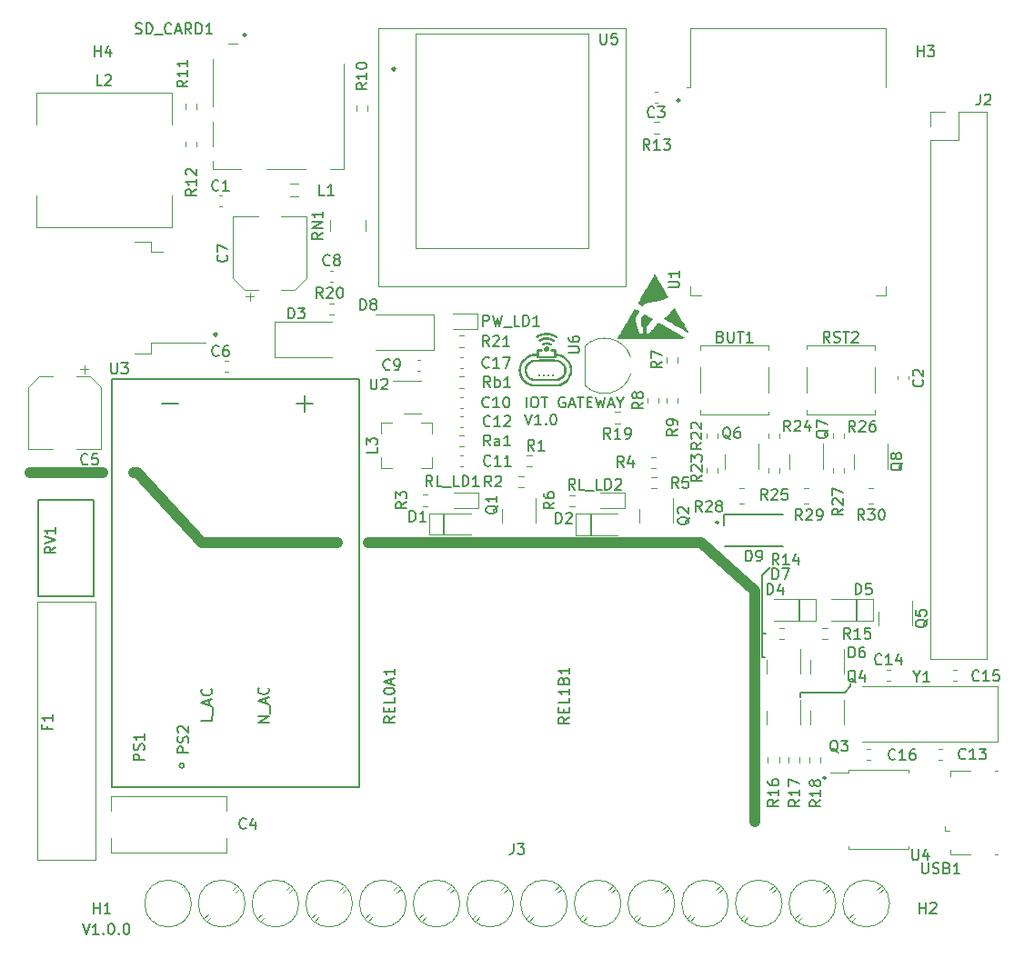
<source format=gbr>
%TF.GenerationSoftware,KiCad,Pcbnew,7.0.1*%
%TF.CreationDate,2023-03-22T21:04:11-04:00*%
%TF.ProjectId,esp32_pro_relay,65737033-325f-4707-926f-5f72656c6179,rev?*%
%TF.SameCoordinates,Original*%
%TF.FileFunction,Legend,Top*%
%TF.FilePolarity,Positive*%
%FSLAX46Y46*%
G04 Gerber Fmt 4.6, Leading zero omitted, Abs format (unit mm)*
G04 Created by KiCad (PCBNEW 7.0.1) date 2023-03-22 21:04:11*
%MOMM*%
%LPD*%
G01*
G04 APERTURE LIST*
%ADD10C,0.150000*%
%ADD11C,1.000000*%
%ADD12C,0.120000*%
%ADD13C,0.127000*%
%ADD14C,0.200000*%
%ADD15C,0.010000*%
G04 APERTURE END LIST*
D10*
X277010000Y-194840000D02*
X277010000Y-196760000D01*
X271650000Y-194840000D02*
X271650000Y-196760000D01*
X252250000Y-186880000D02*
X252250000Y-188800000D01*
X238540000Y-186840000D02*
X238540000Y-188760000D01*
D11*
X210000000Y-183000000D02*
X216000000Y-189500000D01*
D10*
X268170000Y-192620000D02*
X268170000Y-200200000D01*
X268970000Y-191790000D02*
X268170000Y-192620000D01*
X268170000Y-200200000D02*
X268450000Y-200200000D01*
X268180000Y-198030000D02*
X268480000Y-198030000D01*
D11*
X216000000Y-189500000D02*
X228600000Y-189500000D01*
X267500000Y-194000000D02*
X267500000Y-215500000D01*
X231500000Y-189500000D02*
X262500000Y-189500000D01*
D10*
X271750000Y-203500000D02*
X275850000Y-203500000D01*
D11*
X209700000Y-183000000D02*
X210000000Y-183000000D01*
D10*
X275850000Y-203500000D02*
X276400000Y-202900000D01*
X271750000Y-203900000D02*
X271750000Y-203500000D01*
D11*
X262500000Y-189500000D02*
X267500000Y-194000000D01*
D10*
X276400000Y-202900000D02*
X276400000Y-202700000D01*
D11*
X200000000Y-183000000D02*
X206800000Y-183000000D01*
D10*
X233900000Y-145302142D02*
X234042857Y-145445000D01*
X234042857Y-145445000D02*
X233900000Y-145587857D01*
X233900000Y-145587857D02*
X233757143Y-145445000D01*
X233757143Y-145445000D02*
X233900000Y-145302142D01*
X233900000Y-145302142D02*
X233900000Y-145587857D01*
X260400000Y-148202142D02*
X260542857Y-148345000D01*
X260542857Y-148345000D02*
X260400000Y-148487857D01*
X260400000Y-148487857D02*
X260257143Y-148345000D01*
X260257143Y-148345000D02*
X260400000Y-148202142D01*
X260400000Y-148202142D02*
X260400000Y-148487857D01*
X222262619Y-206295237D02*
X221262619Y-206295237D01*
X221262619Y-206295237D02*
X222262619Y-205723809D01*
X222262619Y-205723809D02*
X221262619Y-205723809D01*
X222357857Y-205485714D02*
X222357857Y-204723809D01*
X221976904Y-204533332D02*
X221976904Y-204057142D01*
X222262619Y-204628570D02*
X221262619Y-204295237D01*
X221262619Y-204295237D02*
X222262619Y-203961904D01*
X222167380Y-203057142D02*
X222215000Y-203104761D01*
X222215000Y-203104761D02*
X222262619Y-203247618D01*
X222262619Y-203247618D02*
X222262619Y-203342856D01*
X222262619Y-203342856D02*
X222215000Y-203485713D01*
X222215000Y-203485713D02*
X222119761Y-203580951D01*
X222119761Y-203580951D02*
X222024523Y-203628570D01*
X222024523Y-203628570D02*
X221834047Y-203676189D01*
X221834047Y-203676189D02*
X221691190Y-203676189D01*
X221691190Y-203676189D02*
X221500714Y-203628570D01*
X221500714Y-203628570D02*
X221405476Y-203580951D01*
X221405476Y-203580951D02*
X221310238Y-203485713D01*
X221310238Y-203485713D02*
X221262619Y-203342856D01*
X221262619Y-203342856D02*
X221262619Y-203247618D01*
X221262619Y-203247618D02*
X221310238Y-203104761D01*
X221310238Y-203104761D02*
X221357857Y-203057142D01*
X220000000Y-142102142D02*
X220142857Y-142245000D01*
X220142857Y-142245000D02*
X220000000Y-142387857D01*
X220000000Y-142387857D02*
X219857143Y-142245000D01*
X219857143Y-142245000D02*
X220000000Y-142102142D01*
X220000000Y-142102142D02*
X220000000Y-142387857D01*
X217300000Y-170002142D02*
X217442857Y-170145000D01*
X217442857Y-170145000D02*
X217300000Y-170287857D01*
X217300000Y-170287857D02*
X217157143Y-170145000D01*
X217157143Y-170145000D02*
X217300000Y-170002142D01*
X217300000Y-170002142D02*
X217300000Y-170287857D01*
X264000000Y-187502142D02*
X264142857Y-187645000D01*
X264142857Y-187645000D02*
X264000000Y-187787857D01*
X264000000Y-187787857D02*
X263857143Y-187645000D01*
X263857143Y-187645000D02*
X264000000Y-187502142D01*
X264000000Y-187502142D02*
X264000000Y-187787857D01*
X212338095Y-176563333D02*
X213861905Y-176563333D01*
X216962619Y-205700000D02*
X216962619Y-206176190D01*
X216962619Y-206176190D02*
X215962619Y-206176190D01*
X217057857Y-205604762D02*
X217057857Y-204842857D01*
X216676904Y-204652380D02*
X216676904Y-204176190D01*
X216962619Y-204747618D02*
X215962619Y-204414285D01*
X215962619Y-204414285D02*
X216962619Y-204080952D01*
X216867380Y-203176190D02*
X216915000Y-203223809D01*
X216915000Y-203223809D02*
X216962619Y-203366666D01*
X216962619Y-203366666D02*
X216962619Y-203461904D01*
X216962619Y-203461904D02*
X216915000Y-203604761D01*
X216915000Y-203604761D02*
X216819761Y-203699999D01*
X216819761Y-203699999D02*
X216724523Y-203747618D01*
X216724523Y-203747618D02*
X216534047Y-203795237D01*
X216534047Y-203795237D02*
X216391190Y-203795237D01*
X216391190Y-203795237D02*
X216200714Y-203747618D01*
X216200714Y-203747618D02*
X216105476Y-203699999D01*
X216105476Y-203699999D02*
X216010238Y-203604761D01*
X216010238Y-203604761D02*
X215962619Y-203461904D01*
X215962619Y-203461904D02*
X215962619Y-203366666D01*
X215962619Y-203366666D02*
X216010238Y-203223809D01*
X216010238Y-203223809D02*
X216057857Y-203176190D01*
X224838095Y-176563333D02*
X226361905Y-176563333D01*
X225600000Y-177325238D02*
X225600000Y-175801428D01*
X246238095Y-176952619D02*
X246238095Y-175952619D01*
X246904761Y-175952619D02*
X247095237Y-175952619D01*
X247095237Y-175952619D02*
X247190475Y-176000238D01*
X247190475Y-176000238D02*
X247285713Y-176095476D01*
X247285713Y-176095476D02*
X247333332Y-176285952D01*
X247333332Y-176285952D02*
X247333332Y-176619285D01*
X247333332Y-176619285D02*
X247285713Y-176809761D01*
X247285713Y-176809761D02*
X247190475Y-176905000D01*
X247190475Y-176905000D02*
X247095237Y-176952619D01*
X247095237Y-176952619D02*
X246904761Y-176952619D01*
X246904761Y-176952619D02*
X246809523Y-176905000D01*
X246809523Y-176905000D02*
X246714285Y-176809761D01*
X246714285Y-176809761D02*
X246666666Y-176619285D01*
X246666666Y-176619285D02*
X246666666Y-176285952D01*
X246666666Y-176285952D02*
X246714285Y-176095476D01*
X246714285Y-176095476D02*
X246809523Y-176000238D01*
X246809523Y-176000238D02*
X246904761Y-175952619D01*
X247619047Y-175952619D02*
X248190475Y-175952619D01*
X247904761Y-176952619D02*
X247904761Y-175952619D01*
X249809523Y-176000238D02*
X249714285Y-175952619D01*
X249714285Y-175952619D02*
X249571428Y-175952619D01*
X249571428Y-175952619D02*
X249428571Y-176000238D01*
X249428571Y-176000238D02*
X249333333Y-176095476D01*
X249333333Y-176095476D02*
X249285714Y-176190714D01*
X249285714Y-176190714D02*
X249238095Y-176381190D01*
X249238095Y-176381190D02*
X249238095Y-176524047D01*
X249238095Y-176524047D02*
X249285714Y-176714523D01*
X249285714Y-176714523D02*
X249333333Y-176809761D01*
X249333333Y-176809761D02*
X249428571Y-176905000D01*
X249428571Y-176905000D02*
X249571428Y-176952619D01*
X249571428Y-176952619D02*
X249666666Y-176952619D01*
X249666666Y-176952619D02*
X249809523Y-176905000D01*
X249809523Y-176905000D02*
X249857142Y-176857380D01*
X249857142Y-176857380D02*
X249857142Y-176524047D01*
X249857142Y-176524047D02*
X249666666Y-176524047D01*
X250238095Y-176666904D02*
X250714285Y-176666904D01*
X250142857Y-176952619D02*
X250476190Y-175952619D01*
X250476190Y-175952619D02*
X250809523Y-176952619D01*
X251000000Y-175952619D02*
X251571428Y-175952619D01*
X251285714Y-176952619D02*
X251285714Y-175952619D01*
X251904762Y-176428809D02*
X252238095Y-176428809D01*
X252380952Y-176952619D02*
X251904762Y-176952619D01*
X251904762Y-176952619D02*
X251904762Y-175952619D01*
X251904762Y-175952619D02*
X252380952Y-175952619D01*
X252714286Y-175952619D02*
X252952381Y-176952619D01*
X252952381Y-176952619D02*
X253142857Y-176238333D01*
X253142857Y-176238333D02*
X253333333Y-176952619D01*
X253333333Y-176952619D02*
X253571429Y-175952619D01*
X253904762Y-176666904D02*
X254380952Y-176666904D01*
X253809524Y-176952619D02*
X254142857Y-175952619D01*
X254142857Y-175952619D02*
X254476190Y-176952619D01*
X255000000Y-176476428D02*
X255000000Y-176952619D01*
X254666667Y-175952619D02*
X255000000Y-176476428D01*
X255000000Y-176476428D02*
X255333333Y-175952619D01*
X246095238Y-177572619D02*
X246428571Y-178572619D01*
X246428571Y-178572619D02*
X246761904Y-177572619D01*
X247619047Y-178572619D02*
X247047619Y-178572619D01*
X247333333Y-178572619D02*
X247333333Y-177572619D01*
X247333333Y-177572619D02*
X247238095Y-177715476D01*
X247238095Y-177715476D02*
X247142857Y-177810714D01*
X247142857Y-177810714D02*
X247047619Y-177858333D01*
X248047619Y-178477380D02*
X248095238Y-178525000D01*
X248095238Y-178525000D02*
X248047619Y-178572619D01*
X248047619Y-178572619D02*
X248000000Y-178525000D01*
X248000000Y-178525000D02*
X248047619Y-178477380D01*
X248047619Y-178477380D02*
X248047619Y-178572619D01*
X248714285Y-177572619D02*
X248809523Y-177572619D01*
X248809523Y-177572619D02*
X248904761Y-177620238D01*
X248904761Y-177620238D02*
X248952380Y-177667857D01*
X248952380Y-177667857D02*
X248999999Y-177763095D01*
X248999999Y-177763095D02*
X249047618Y-177953571D01*
X249047618Y-177953571D02*
X249047618Y-178191666D01*
X249047618Y-178191666D02*
X248999999Y-178382142D01*
X248999999Y-178382142D02*
X248952380Y-178477380D01*
X248952380Y-178477380D02*
X248904761Y-178525000D01*
X248904761Y-178525000D02*
X248809523Y-178572619D01*
X248809523Y-178572619D02*
X248714285Y-178572619D01*
X248714285Y-178572619D02*
X248619047Y-178525000D01*
X248619047Y-178525000D02*
X248571428Y-178477380D01*
X248571428Y-178477380D02*
X248523809Y-178382142D01*
X248523809Y-178382142D02*
X248476190Y-178191666D01*
X248476190Y-178191666D02*
X248476190Y-177953571D01*
X248476190Y-177953571D02*
X248523809Y-177763095D01*
X248523809Y-177763095D02*
X248571428Y-177667857D01*
X248571428Y-177667857D02*
X248619047Y-177620238D01*
X248619047Y-177620238D02*
X248714285Y-177572619D01*
X274000000Y-211302142D02*
X274142857Y-211445000D01*
X274142857Y-211445000D02*
X274000000Y-211587857D01*
X274000000Y-211587857D02*
X273857143Y-211445000D01*
X273857143Y-211445000D02*
X274000000Y-211302142D01*
X274000000Y-211302142D02*
X274000000Y-211587857D01*
%TO.C,C11*%
X242887142Y-182297380D02*
X242839523Y-182345000D01*
X242839523Y-182345000D02*
X242696666Y-182392619D01*
X242696666Y-182392619D02*
X242601428Y-182392619D01*
X242601428Y-182392619D02*
X242458571Y-182345000D01*
X242458571Y-182345000D02*
X242363333Y-182249761D01*
X242363333Y-182249761D02*
X242315714Y-182154523D01*
X242315714Y-182154523D02*
X242268095Y-181964047D01*
X242268095Y-181964047D02*
X242268095Y-181821190D01*
X242268095Y-181821190D02*
X242315714Y-181630714D01*
X242315714Y-181630714D02*
X242363333Y-181535476D01*
X242363333Y-181535476D02*
X242458571Y-181440238D01*
X242458571Y-181440238D02*
X242601428Y-181392619D01*
X242601428Y-181392619D02*
X242696666Y-181392619D01*
X242696666Y-181392619D02*
X242839523Y-181440238D01*
X242839523Y-181440238D02*
X242887142Y-181487857D01*
X243839523Y-182392619D02*
X243268095Y-182392619D01*
X243553809Y-182392619D02*
X243553809Y-181392619D01*
X243553809Y-181392619D02*
X243458571Y-181535476D01*
X243458571Y-181535476D02*
X243363333Y-181630714D01*
X243363333Y-181630714D02*
X243268095Y-181678333D01*
X244791904Y-182392619D02*
X244220476Y-182392619D01*
X244506190Y-182392619D02*
X244506190Y-181392619D01*
X244506190Y-181392619D02*
X244410952Y-181535476D01*
X244410952Y-181535476D02*
X244315714Y-181630714D01*
X244315714Y-181630714D02*
X244220476Y-181678333D01*
%TO.C,J3*%
X245036666Y-217562619D02*
X245036666Y-218276904D01*
X245036666Y-218276904D02*
X244989047Y-218419761D01*
X244989047Y-218419761D02*
X244893809Y-218515000D01*
X244893809Y-218515000D02*
X244750952Y-218562619D01*
X244750952Y-218562619D02*
X244655714Y-218562619D01*
X245417619Y-217562619D02*
X246036666Y-217562619D01*
X246036666Y-217562619D02*
X245703333Y-217943571D01*
X245703333Y-217943571D02*
X245846190Y-217943571D01*
X245846190Y-217943571D02*
X245941428Y-217991190D01*
X245941428Y-217991190D02*
X245989047Y-218038809D01*
X245989047Y-218038809D02*
X246036666Y-218134047D01*
X246036666Y-218134047D02*
X246036666Y-218372142D01*
X246036666Y-218372142D02*
X245989047Y-218467380D01*
X245989047Y-218467380D02*
X245941428Y-218515000D01*
X245941428Y-218515000D02*
X245846190Y-218562619D01*
X245846190Y-218562619D02*
X245560476Y-218562619D01*
X245560476Y-218562619D02*
X245465238Y-218515000D01*
X245465238Y-218515000D02*
X245417619Y-218467380D01*
%TO.C,D3*%
X224061905Y-168662619D02*
X224061905Y-167662619D01*
X224061905Y-167662619D02*
X224300000Y-167662619D01*
X224300000Y-167662619D02*
X224442857Y-167710238D01*
X224442857Y-167710238D02*
X224538095Y-167805476D01*
X224538095Y-167805476D02*
X224585714Y-167900714D01*
X224585714Y-167900714D02*
X224633333Y-168091190D01*
X224633333Y-168091190D02*
X224633333Y-168234047D01*
X224633333Y-168234047D02*
X224585714Y-168424523D01*
X224585714Y-168424523D02*
X224538095Y-168519761D01*
X224538095Y-168519761D02*
X224442857Y-168615000D01*
X224442857Y-168615000D02*
X224300000Y-168662619D01*
X224300000Y-168662619D02*
X224061905Y-168662619D01*
X224966667Y-167662619D02*
X225585714Y-167662619D01*
X225585714Y-167662619D02*
X225252381Y-168043571D01*
X225252381Y-168043571D02*
X225395238Y-168043571D01*
X225395238Y-168043571D02*
X225490476Y-168091190D01*
X225490476Y-168091190D02*
X225538095Y-168138809D01*
X225538095Y-168138809D02*
X225585714Y-168234047D01*
X225585714Y-168234047D02*
X225585714Y-168472142D01*
X225585714Y-168472142D02*
X225538095Y-168567380D01*
X225538095Y-168567380D02*
X225490476Y-168615000D01*
X225490476Y-168615000D02*
X225395238Y-168662619D01*
X225395238Y-168662619D02*
X225109524Y-168662619D01*
X225109524Y-168662619D02*
X225014286Y-168615000D01*
X225014286Y-168615000D02*
X224966667Y-168567380D01*
%TO.C,C8*%
X227933333Y-163637380D02*
X227885714Y-163685000D01*
X227885714Y-163685000D02*
X227742857Y-163732619D01*
X227742857Y-163732619D02*
X227647619Y-163732619D01*
X227647619Y-163732619D02*
X227504762Y-163685000D01*
X227504762Y-163685000D02*
X227409524Y-163589761D01*
X227409524Y-163589761D02*
X227361905Y-163494523D01*
X227361905Y-163494523D02*
X227314286Y-163304047D01*
X227314286Y-163304047D02*
X227314286Y-163161190D01*
X227314286Y-163161190D02*
X227361905Y-162970714D01*
X227361905Y-162970714D02*
X227409524Y-162875476D01*
X227409524Y-162875476D02*
X227504762Y-162780238D01*
X227504762Y-162780238D02*
X227647619Y-162732619D01*
X227647619Y-162732619D02*
X227742857Y-162732619D01*
X227742857Y-162732619D02*
X227885714Y-162780238D01*
X227885714Y-162780238D02*
X227933333Y-162827857D01*
X228504762Y-163161190D02*
X228409524Y-163113571D01*
X228409524Y-163113571D02*
X228361905Y-163065952D01*
X228361905Y-163065952D02*
X228314286Y-162970714D01*
X228314286Y-162970714D02*
X228314286Y-162923095D01*
X228314286Y-162923095D02*
X228361905Y-162827857D01*
X228361905Y-162827857D02*
X228409524Y-162780238D01*
X228409524Y-162780238D02*
X228504762Y-162732619D01*
X228504762Y-162732619D02*
X228695238Y-162732619D01*
X228695238Y-162732619D02*
X228790476Y-162780238D01*
X228790476Y-162780238D02*
X228838095Y-162827857D01*
X228838095Y-162827857D02*
X228885714Y-162923095D01*
X228885714Y-162923095D02*
X228885714Y-162970714D01*
X228885714Y-162970714D02*
X228838095Y-163065952D01*
X228838095Y-163065952D02*
X228790476Y-163113571D01*
X228790476Y-163113571D02*
X228695238Y-163161190D01*
X228695238Y-163161190D02*
X228504762Y-163161190D01*
X228504762Y-163161190D02*
X228409524Y-163208809D01*
X228409524Y-163208809D02*
X228361905Y-163256428D01*
X228361905Y-163256428D02*
X228314286Y-163351666D01*
X228314286Y-163351666D02*
X228314286Y-163542142D01*
X228314286Y-163542142D02*
X228361905Y-163637380D01*
X228361905Y-163637380D02*
X228409524Y-163685000D01*
X228409524Y-163685000D02*
X228504762Y-163732619D01*
X228504762Y-163732619D02*
X228695238Y-163732619D01*
X228695238Y-163732619D02*
X228790476Y-163685000D01*
X228790476Y-163685000D02*
X228838095Y-163637380D01*
X228838095Y-163637380D02*
X228885714Y-163542142D01*
X228885714Y-163542142D02*
X228885714Y-163351666D01*
X228885714Y-163351666D02*
X228838095Y-163256428D01*
X228838095Y-163256428D02*
X228790476Y-163208809D01*
X228790476Y-163208809D02*
X228695238Y-163161190D01*
%TO.C,C17*%
X242757142Y-173167380D02*
X242709523Y-173215000D01*
X242709523Y-173215000D02*
X242566666Y-173262619D01*
X242566666Y-173262619D02*
X242471428Y-173262619D01*
X242471428Y-173262619D02*
X242328571Y-173215000D01*
X242328571Y-173215000D02*
X242233333Y-173119761D01*
X242233333Y-173119761D02*
X242185714Y-173024523D01*
X242185714Y-173024523D02*
X242138095Y-172834047D01*
X242138095Y-172834047D02*
X242138095Y-172691190D01*
X242138095Y-172691190D02*
X242185714Y-172500714D01*
X242185714Y-172500714D02*
X242233333Y-172405476D01*
X242233333Y-172405476D02*
X242328571Y-172310238D01*
X242328571Y-172310238D02*
X242471428Y-172262619D01*
X242471428Y-172262619D02*
X242566666Y-172262619D01*
X242566666Y-172262619D02*
X242709523Y-172310238D01*
X242709523Y-172310238D02*
X242757142Y-172357857D01*
X243709523Y-173262619D02*
X243138095Y-173262619D01*
X243423809Y-173262619D02*
X243423809Y-172262619D01*
X243423809Y-172262619D02*
X243328571Y-172405476D01*
X243328571Y-172405476D02*
X243233333Y-172500714D01*
X243233333Y-172500714D02*
X243138095Y-172548333D01*
X244042857Y-172262619D02*
X244709523Y-172262619D01*
X244709523Y-172262619D02*
X244280952Y-173262619D01*
%TO.C,Ra1*%
X242880952Y-180522619D02*
X242547619Y-180046428D01*
X242309524Y-180522619D02*
X242309524Y-179522619D01*
X242309524Y-179522619D02*
X242690476Y-179522619D01*
X242690476Y-179522619D02*
X242785714Y-179570238D01*
X242785714Y-179570238D02*
X242833333Y-179617857D01*
X242833333Y-179617857D02*
X242880952Y-179713095D01*
X242880952Y-179713095D02*
X242880952Y-179855952D01*
X242880952Y-179855952D02*
X242833333Y-179951190D01*
X242833333Y-179951190D02*
X242785714Y-179998809D01*
X242785714Y-179998809D02*
X242690476Y-180046428D01*
X242690476Y-180046428D02*
X242309524Y-180046428D01*
X243738095Y-180522619D02*
X243738095Y-179998809D01*
X243738095Y-179998809D02*
X243690476Y-179903571D01*
X243690476Y-179903571D02*
X243595238Y-179855952D01*
X243595238Y-179855952D02*
X243404762Y-179855952D01*
X243404762Y-179855952D02*
X243309524Y-179903571D01*
X243738095Y-180475000D02*
X243642857Y-180522619D01*
X243642857Y-180522619D02*
X243404762Y-180522619D01*
X243404762Y-180522619D02*
X243309524Y-180475000D01*
X243309524Y-180475000D02*
X243261905Y-180379761D01*
X243261905Y-180379761D02*
X243261905Y-180284523D01*
X243261905Y-180284523D02*
X243309524Y-180189285D01*
X243309524Y-180189285D02*
X243404762Y-180141666D01*
X243404762Y-180141666D02*
X243642857Y-180141666D01*
X243642857Y-180141666D02*
X243738095Y-180094047D01*
X244738095Y-180522619D02*
X244166667Y-180522619D01*
X244452381Y-180522619D02*
X244452381Y-179522619D01*
X244452381Y-179522619D02*
X244357143Y-179665476D01*
X244357143Y-179665476D02*
X244261905Y-179760714D01*
X244261905Y-179760714D02*
X244166667Y-179808333D01*
%TO.C,C14*%
X279307142Y-200807380D02*
X279259523Y-200855000D01*
X279259523Y-200855000D02*
X279116666Y-200902619D01*
X279116666Y-200902619D02*
X279021428Y-200902619D01*
X279021428Y-200902619D02*
X278878571Y-200855000D01*
X278878571Y-200855000D02*
X278783333Y-200759761D01*
X278783333Y-200759761D02*
X278735714Y-200664523D01*
X278735714Y-200664523D02*
X278688095Y-200474047D01*
X278688095Y-200474047D02*
X278688095Y-200331190D01*
X278688095Y-200331190D02*
X278735714Y-200140714D01*
X278735714Y-200140714D02*
X278783333Y-200045476D01*
X278783333Y-200045476D02*
X278878571Y-199950238D01*
X278878571Y-199950238D02*
X279021428Y-199902619D01*
X279021428Y-199902619D02*
X279116666Y-199902619D01*
X279116666Y-199902619D02*
X279259523Y-199950238D01*
X279259523Y-199950238D02*
X279307142Y-199997857D01*
X280259523Y-200902619D02*
X279688095Y-200902619D01*
X279973809Y-200902619D02*
X279973809Y-199902619D01*
X279973809Y-199902619D02*
X279878571Y-200045476D01*
X279878571Y-200045476D02*
X279783333Y-200140714D01*
X279783333Y-200140714D02*
X279688095Y-200188333D01*
X281116666Y-200235952D02*
X281116666Y-200902619D01*
X280878571Y-199855000D02*
X280640476Y-200569285D01*
X280640476Y-200569285D02*
X281259523Y-200569285D01*
%TO.C,U1*%
X259462619Y-165781904D02*
X260272142Y-165781904D01*
X260272142Y-165781904D02*
X260367380Y-165734285D01*
X260367380Y-165734285D02*
X260415000Y-165686666D01*
X260415000Y-165686666D02*
X260462619Y-165591428D01*
X260462619Y-165591428D02*
X260462619Y-165400952D01*
X260462619Y-165400952D02*
X260415000Y-165305714D01*
X260415000Y-165305714D02*
X260367380Y-165258095D01*
X260367380Y-165258095D02*
X260272142Y-165210476D01*
X260272142Y-165210476D02*
X259462619Y-165210476D01*
X260462619Y-164210476D02*
X260462619Y-164781904D01*
X260462619Y-164496190D02*
X259462619Y-164496190D01*
X259462619Y-164496190D02*
X259605476Y-164591428D01*
X259605476Y-164591428D02*
X259700714Y-164686666D01*
X259700714Y-164686666D02*
X259748333Y-164781904D01*
%TO.C,U4*%
X282148095Y-218102619D02*
X282148095Y-218912142D01*
X282148095Y-218912142D02*
X282195714Y-219007380D01*
X282195714Y-219007380D02*
X282243333Y-219055000D01*
X282243333Y-219055000D02*
X282338571Y-219102619D01*
X282338571Y-219102619D02*
X282529047Y-219102619D01*
X282529047Y-219102619D02*
X282624285Y-219055000D01*
X282624285Y-219055000D02*
X282671904Y-219007380D01*
X282671904Y-219007380D02*
X282719523Y-218912142D01*
X282719523Y-218912142D02*
X282719523Y-218102619D01*
X283624285Y-218435952D02*
X283624285Y-219102619D01*
X283386190Y-218055000D02*
X283148095Y-218769285D01*
X283148095Y-218769285D02*
X283767142Y-218769285D01*
%TO.C,R3*%
X235082619Y-185766666D02*
X234606428Y-186099999D01*
X235082619Y-186338094D02*
X234082619Y-186338094D01*
X234082619Y-186338094D02*
X234082619Y-185957142D01*
X234082619Y-185957142D02*
X234130238Y-185861904D01*
X234130238Y-185861904D02*
X234177857Y-185814285D01*
X234177857Y-185814285D02*
X234273095Y-185766666D01*
X234273095Y-185766666D02*
X234415952Y-185766666D01*
X234415952Y-185766666D02*
X234511190Y-185814285D01*
X234511190Y-185814285D02*
X234558809Y-185861904D01*
X234558809Y-185861904D02*
X234606428Y-185957142D01*
X234606428Y-185957142D02*
X234606428Y-186338094D01*
X234082619Y-185433332D02*
X234082619Y-184814285D01*
X234082619Y-184814285D02*
X234463571Y-185147618D01*
X234463571Y-185147618D02*
X234463571Y-185004761D01*
X234463571Y-185004761D02*
X234511190Y-184909523D01*
X234511190Y-184909523D02*
X234558809Y-184861904D01*
X234558809Y-184861904D02*
X234654047Y-184814285D01*
X234654047Y-184814285D02*
X234892142Y-184814285D01*
X234892142Y-184814285D02*
X234987380Y-184861904D01*
X234987380Y-184861904D02*
X235035000Y-184909523D01*
X235035000Y-184909523D02*
X235082619Y-185004761D01*
X235082619Y-185004761D02*
X235082619Y-185290475D01*
X235082619Y-185290475D02*
X235035000Y-185385713D01*
X235035000Y-185385713D02*
X234987380Y-185433332D01*
%TO.C,D6*%
X276261905Y-200242619D02*
X276261905Y-199242619D01*
X276261905Y-199242619D02*
X276500000Y-199242619D01*
X276500000Y-199242619D02*
X276642857Y-199290238D01*
X276642857Y-199290238D02*
X276738095Y-199385476D01*
X276738095Y-199385476D02*
X276785714Y-199480714D01*
X276785714Y-199480714D02*
X276833333Y-199671190D01*
X276833333Y-199671190D02*
X276833333Y-199814047D01*
X276833333Y-199814047D02*
X276785714Y-200004523D01*
X276785714Y-200004523D02*
X276738095Y-200099761D01*
X276738095Y-200099761D02*
X276642857Y-200195000D01*
X276642857Y-200195000D02*
X276500000Y-200242619D01*
X276500000Y-200242619D02*
X276261905Y-200242619D01*
X277690476Y-199242619D02*
X277500000Y-199242619D01*
X277500000Y-199242619D02*
X277404762Y-199290238D01*
X277404762Y-199290238D02*
X277357143Y-199337857D01*
X277357143Y-199337857D02*
X277261905Y-199480714D01*
X277261905Y-199480714D02*
X277214286Y-199671190D01*
X277214286Y-199671190D02*
X277214286Y-200052142D01*
X277214286Y-200052142D02*
X277261905Y-200147380D01*
X277261905Y-200147380D02*
X277309524Y-200195000D01*
X277309524Y-200195000D02*
X277404762Y-200242619D01*
X277404762Y-200242619D02*
X277595238Y-200242619D01*
X277595238Y-200242619D02*
X277690476Y-200195000D01*
X277690476Y-200195000D02*
X277738095Y-200147380D01*
X277738095Y-200147380D02*
X277785714Y-200052142D01*
X277785714Y-200052142D02*
X277785714Y-199814047D01*
X277785714Y-199814047D02*
X277738095Y-199718809D01*
X277738095Y-199718809D02*
X277690476Y-199671190D01*
X277690476Y-199671190D02*
X277595238Y-199623571D01*
X277595238Y-199623571D02*
X277404762Y-199623571D01*
X277404762Y-199623571D02*
X277309524Y-199671190D01*
X277309524Y-199671190D02*
X277261905Y-199718809D01*
X277261905Y-199718809D02*
X277214286Y-199814047D01*
%TO.C,R28*%
X262557142Y-186662619D02*
X262223809Y-186186428D01*
X261985714Y-186662619D02*
X261985714Y-185662619D01*
X261985714Y-185662619D02*
X262366666Y-185662619D01*
X262366666Y-185662619D02*
X262461904Y-185710238D01*
X262461904Y-185710238D02*
X262509523Y-185757857D01*
X262509523Y-185757857D02*
X262557142Y-185853095D01*
X262557142Y-185853095D02*
X262557142Y-185995952D01*
X262557142Y-185995952D02*
X262509523Y-186091190D01*
X262509523Y-186091190D02*
X262461904Y-186138809D01*
X262461904Y-186138809D02*
X262366666Y-186186428D01*
X262366666Y-186186428D02*
X261985714Y-186186428D01*
X262938095Y-185757857D02*
X262985714Y-185710238D01*
X262985714Y-185710238D02*
X263080952Y-185662619D01*
X263080952Y-185662619D02*
X263319047Y-185662619D01*
X263319047Y-185662619D02*
X263414285Y-185710238D01*
X263414285Y-185710238D02*
X263461904Y-185757857D01*
X263461904Y-185757857D02*
X263509523Y-185853095D01*
X263509523Y-185853095D02*
X263509523Y-185948333D01*
X263509523Y-185948333D02*
X263461904Y-186091190D01*
X263461904Y-186091190D02*
X262890476Y-186662619D01*
X262890476Y-186662619D02*
X263509523Y-186662619D01*
X264080952Y-186091190D02*
X263985714Y-186043571D01*
X263985714Y-186043571D02*
X263938095Y-185995952D01*
X263938095Y-185995952D02*
X263890476Y-185900714D01*
X263890476Y-185900714D02*
X263890476Y-185853095D01*
X263890476Y-185853095D02*
X263938095Y-185757857D01*
X263938095Y-185757857D02*
X263985714Y-185710238D01*
X263985714Y-185710238D02*
X264080952Y-185662619D01*
X264080952Y-185662619D02*
X264271428Y-185662619D01*
X264271428Y-185662619D02*
X264366666Y-185710238D01*
X264366666Y-185710238D02*
X264414285Y-185757857D01*
X264414285Y-185757857D02*
X264461904Y-185853095D01*
X264461904Y-185853095D02*
X264461904Y-185900714D01*
X264461904Y-185900714D02*
X264414285Y-185995952D01*
X264414285Y-185995952D02*
X264366666Y-186043571D01*
X264366666Y-186043571D02*
X264271428Y-186091190D01*
X264271428Y-186091190D02*
X264080952Y-186091190D01*
X264080952Y-186091190D02*
X263985714Y-186138809D01*
X263985714Y-186138809D02*
X263938095Y-186186428D01*
X263938095Y-186186428D02*
X263890476Y-186281666D01*
X263890476Y-186281666D02*
X263890476Y-186472142D01*
X263890476Y-186472142D02*
X263938095Y-186567380D01*
X263938095Y-186567380D02*
X263985714Y-186615000D01*
X263985714Y-186615000D02*
X264080952Y-186662619D01*
X264080952Y-186662619D02*
X264271428Y-186662619D01*
X264271428Y-186662619D02*
X264366666Y-186615000D01*
X264366666Y-186615000D02*
X264414285Y-186567380D01*
X264414285Y-186567380D02*
X264461904Y-186472142D01*
X264461904Y-186472142D02*
X264461904Y-186281666D01*
X264461904Y-186281666D02*
X264414285Y-186186428D01*
X264414285Y-186186428D02*
X264366666Y-186138809D01*
X264366666Y-186138809D02*
X264271428Y-186091190D01*
%TO.C,C6*%
X217593333Y-172087380D02*
X217545714Y-172135000D01*
X217545714Y-172135000D02*
X217402857Y-172182619D01*
X217402857Y-172182619D02*
X217307619Y-172182619D01*
X217307619Y-172182619D02*
X217164762Y-172135000D01*
X217164762Y-172135000D02*
X217069524Y-172039761D01*
X217069524Y-172039761D02*
X217021905Y-171944523D01*
X217021905Y-171944523D02*
X216974286Y-171754047D01*
X216974286Y-171754047D02*
X216974286Y-171611190D01*
X216974286Y-171611190D02*
X217021905Y-171420714D01*
X217021905Y-171420714D02*
X217069524Y-171325476D01*
X217069524Y-171325476D02*
X217164762Y-171230238D01*
X217164762Y-171230238D02*
X217307619Y-171182619D01*
X217307619Y-171182619D02*
X217402857Y-171182619D01*
X217402857Y-171182619D02*
X217545714Y-171230238D01*
X217545714Y-171230238D02*
X217593333Y-171277857D01*
X218450476Y-171182619D02*
X218260000Y-171182619D01*
X218260000Y-171182619D02*
X218164762Y-171230238D01*
X218164762Y-171230238D02*
X218117143Y-171277857D01*
X218117143Y-171277857D02*
X218021905Y-171420714D01*
X218021905Y-171420714D02*
X217974286Y-171611190D01*
X217974286Y-171611190D02*
X217974286Y-171992142D01*
X217974286Y-171992142D02*
X218021905Y-172087380D01*
X218021905Y-172087380D02*
X218069524Y-172135000D01*
X218069524Y-172135000D02*
X218164762Y-172182619D01*
X218164762Y-172182619D02*
X218355238Y-172182619D01*
X218355238Y-172182619D02*
X218450476Y-172135000D01*
X218450476Y-172135000D02*
X218498095Y-172087380D01*
X218498095Y-172087380D02*
X218545714Y-171992142D01*
X218545714Y-171992142D02*
X218545714Y-171754047D01*
X218545714Y-171754047D02*
X218498095Y-171658809D01*
X218498095Y-171658809D02*
X218450476Y-171611190D01*
X218450476Y-171611190D02*
X218355238Y-171563571D01*
X218355238Y-171563571D02*
X218164762Y-171563571D01*
X218164762Y-171563571D02*
X218069524Y-171611190D01*
X218069524Y-171611190D02*
X218021905Y-171658809D01*
X218021905Y-171658809D02*
X217974286Y-171754047D01*
%TO.C,H3*%
X282638095Y-144262619D02*
X282638095Y-143262619D01*
X282638095Y-143738809D02*
X283209523Y-143738809D01*
X283209523Y-144262619D02*
X283209523Y-143262619D01*
X283590476Y-143262619D02*
X284209523Y-143262619D01*
X284209523Y-143262619D02*
X283876190Y-143643571D01*
X283876190Y-143643571D02*
X284019047Y-143643571D01*
X284019047Y-143643571D02*
X284114285Y-143691190D01*
X284114285Y-143691190D02*
X284161904Y-143738809D01*
X284161904Y-143738809D02*
X284209523Y-143834047D01*
X284209523Y-143834047D02*
X284209523Y-144072142D01*
X284209523Y-144072142D02*
X284161904Y-144167380D01*
X284161904Y-144167380D02*
X284114285Y-144215000D01*
X284114285Y-144215000D02*
X284019047Y-144262619D01*
X284019047Y-144262619D02*
X283733333Y-144262619D01*
X283733333Y-144262619D02*
X283638095Y-144215000D01*
X283638095Y-144215000D02*
X283590476Y-144167380D01*
%TO.C,C9*%
X233533333Y-173367380D02*
X233485714Y-173415000D01*
X233485714Y-173415000D02*
X233342857Y-173462619D01*
X233342857Y-173462619D02*
X233247619Y-173462619D01*
X233247619Y-173462619D02*
X233104762Y-173415000D01*
X233104762Y-173415000D02*
X233009524Y-173319761D01*
X233009524Y-173319761D02*
X232961905Y-173224523D01*
X232961905Y-173224523D02*
X232914286Y-173034047D01*
X232914286Y-173034047D02*
X232914286Y-172891190D01*
X232914286Y-172891190D02*
X232961905Y-172700714D01*
X232961905Y-172700714D02*
X233009524Y-172605476D01*
X233009524Y-172605476D02*
X233104762Y-172510238D01*
X233104762Y-172510238D02*
X233247619Y-172462619D01*
X233247619Y-172462619D02*
X233342857Y-172462619D01*
X233342857Y-172462619D02*
X233485714Y-172510238D01*
X233485714Y-172510238D02*
X233533333Y-172557857D01*
X234009524Y-173462619D02*
X234200000Y-173462619D01*
X234200000Y-173462619D02*
X234295238Y-173415000D01*
X234295238Y-173415000D02*
X234342857Y-173367380D01*
X234342857Y-173367380D02*
X234438095Y-173224523D01*
X234438095Y-173224523D02*
X234485714Y-173034047D01*
X234485714Y-173034047D02*
X234485714Y-172653095D01*
X234485714Y-172653095D02*
X234438095Y-172557857D01*
X234438095Y-172557857D02*
X234390476Y-172510238D01*
X234390476Y-172510238D02*
X234295238Y-172462619D01*
X234295238Y-172462619D02*
X234104762Y-172462619D01*
X234104762Y-172462619D02*
X234009524Y-172510238D01*
X234009524Y-172510238D02*
X233961905Y-172557857D01*
X233961905Y-172557857D02*
X233914286Y-172653095D01*
X233914286Y-172653095D02*
X233914286Y-172891190D01*
X233914286Y-172891190D02*
X233961905Y-172986428D01*
X233961905Y-172986428D02*
X234009524Y-173034047D01*
X234009524Y-173034047D02*
X234104762Y-173081666D01*
X234104762Y-173081666D02*
X234295238Y-173081666D01*
X234295238Y-173081666D02*
X234390476Y-173034047D01*
X234390476Y-173034047D02*
X234438095Y-172986428D01*
X234438095Y-172986428D02*
X234485714Y-172891190D01*
%TO.C,R24*%
X270807142Y-179162619D02*
X270473809Y-178686428D01*
X270235714Y-179162619D02*
X270235714Y-178162619D01*
X270235714Y-178162619D02*
X270616666Y-178162619D01*
X270616666Y-178162619D02*
X270711904Y-178210238D01*
X270711904Y-178210238D02*
X270759523Y-178257857D01*
X270759523Y-178257857D02*
X270807142Y-178353095D01*
X270807142Y-178353095D02*
X270807142Y-178495952D01*
X270807142Y-178495952D02*
X270759523Y-178591190D01*
X270759523Y-178591190D02*
X270711904Y-178638809D01*
X270711904Y-178638809D02*
X270616666Y-178686428D01*
X270616666Y-178686428D02*
X270235714Y-178686428D01*
X271188095Y-178257857D02*
X271235714Y-178210238D01*
X271235714Y-178210238D02*
X271330952Y-178162619D01*
X271330952Y-178162619D02*
X271569047Y-178162619D01*
X271569047Y-178162619D02*
X271664285Y-178210238D01*
X271664285Y-178210238D02*
X271711904Y-178257857D01*
X271711904Y-178257857D02*
X271759523Y-178353095D01*
X271759523Y-178353095D02*
X271759523Y-178448333D01*
X271759523Y-178448333D02*
X271711904Y-178591190D01*
X271711904Y-178591190D02*
X271140476Y-179162619D01*
X271140476Y-179162619D02*
X271759523Y-179162619D01*
X272616666Y-178495952D02*
X272616666Y-179162619D01*
X272378571Y-178115000D02*
X272140476Y-178829285D01*
X272140476Y-178829285D02*
X272759523Y-178829285D01*
%TO.C,D8*%
X230761905Y-167862619D02*
X230761905Y-166862619D01*
X230761905Y-166862619D02*
X231000000Y-166862619D01*
X231000000Y-166862619D02*
X231142857Y-166910238D01*
X231142857Y-166910238D02*
X231238095Y-167005476D01*
X231238095Y-167005476D02*
X231285714Y-167100714D01*
X231285714Y-167100714D02*
X231333333Y-167291190D01*
X231333333Y-167291190D02*
X231333333Y-167434047D01*
X231333333Y-167434047D02*
X231285714Y-167624523D01*
X231285714Y-167624523D02*
X231238095Y-167719761D01*
X231238095Y-167719761D02*
X231142857Y-167815000D01*
X231142857Y-167815000D02*
X231000000Y-167862619D01*
X231000000Y-167862619D02*
X230761905Y-167862619D01*
X231904762Y-167291190D02*
X231809524Y-167243571D01*
X231809524Y-167243571D02*
X231761905Y-167195952D01*
X231761905Y-167195952D02*
X231714286Y-167100714D01*
X231714286Y-167100714D02*
X231714286Y-167053095D01*
X231714286Y-167053095D02*
X231761905Y-166957857D01*
X231761905Y-166957857D02*
X231809524Y-166910238D01*
X231809524Y-166910238D02*
X231904762Y-166862619D01*
X231904762Y-166862619D02*
X232095238Y-166862619D01*
X232095238Y-166862619D02*
X232190476Y-166910238D01*
X232190476Y-166910238D02*
X232238095Y-166957857D01*
X232238095Y-166957857D02*
X232285714Y-167053095D01*
X232285714Y-167053095D02*
X232285714Y-167100714D01*
X232285714Y-167100714D02*
X232238095Y-167195952D01*
X232238095Y-167195952D02*
X232190476Y-167243571D01*
X232190476Y-167243571D02*
X232095238Y-167291190D01*
X232095238Y-167291190D02*
X231904762Y-167291190D01*
X231904762Y-167291190D02*
X231809524Y-167338809D01*
X231809524Y-167338809D02*
X231761905Y-167386428D01*
X231761905Y-167386428D02*
X231714286Y-167481666D01*
X231714286Y-167481666D02*
X231714286Y-167672142D01*
X231714286Y-167672142D02*
X231761905Y-167767380D01*
X231761905Y-167767380D02*
X231809524Y-167815000D01*
X231809524Y-167815000D02*
X231904762Y-167862619D01*
X231904762Y-167862619D02*
X232095238Y-167862619D01*
X232095238Y-167862619D02*
X232190476Y-167815000D01*
X232190476Y-167815000D02*
X232238095Y-167767380D01*
X232238095Y-167767380D02*
X232285714Y-167672142D01*
X232285714Y-167672142D02*
X232285714Y-167481666D01*
X232285714Y-167481666D02*
X232238095Y-167386428D01*
X232238095Y-167386428D02*
X232190476Y-167338809D01*
X232190476Y-167338809D02*
X232095238Y-167291190D01*
%TO.C,R20*%
X227257142Y-166762619D02*
X226923809Y-166286428D01*
X226685714Y-166762619D02*
X226685714Y-165762619D01*
X226685714Y-165762619D02*
X227066666Y-165762619D01*
X227066666Y-165762619D02*
X227161904Y-165810238D01*
X227161904Y-165810238D02*
X227209523Y-165857857D01*
X227209523Y-165857857D02*
X227257142Y-165953095D01*
X227257142Y-165953095D02*
X227257142Y-166095952D01*
X227257142Y-166095952D02*
X227209523Y-166191190D01*
X227209523Y-166191190D02*
X227161904Y-166238809D01*
X227161904Y-166238809D02*
X227066666Y-166286428D01*
X227066666Y-166286428D02*
X226685714Y-166286428D01*
X227638095Y-165857857D02*
X227685714Y-165810238D01*
X227685714Y-165810238D02*
X227780952Y-165762619D01*
X227780952Y-165762619D02*
X228019047Y-165762619D01*
X228019047Y-165762619D02*
X228114285Y-165810238D01*
X228114285Y-165810238D02*
X228161904Y-165857857D01*
X228161904Y-165857857D02*
X228209523Y-165953095D01*
X228209523Y-165953095D02*
X228209523Y-166048333D01*
X228209523Y-166048333D02*
X228161904Y-166191190D01*
X228161904Y-166191190D02*
X227590476Y-166762619D01*
X227590476Y-166762619D02*
X228209523Y-166762619D01*
X228828571Y-165762619D02*
X228923809Y-165762619D01*
X228923809Y-165762619D02*
X229019047Y-165810238D01*
X229019047Y-165810238D02*
X229066666Y-165857857D01*
X229066666Y-165857857D02*
X229114285Y-165953095D01*
X229114285Y-165953095D02*
X229161904Y-166143571D01*
X229161904Y-166143571D02*
X229161904Y-166381666D01*
X229161904Y-166381666D02*
X229114285Y-166572142D01*
X229114285Y-166572142D02*
X229066666Y-166667380D01*
X229066666Y-166667380D02*
X229019047Y-166715000D01*
X229019047Y-166715000D02*
X228923809Y-166762619D01*
X228923809Y-166762619D02*
X228828571Y-166762619D01*
X228828571Y-166762619D02*
X228733333Y-166715000D01*
X228733333Y-166715000D02*
X228685714Y-166667380D01*
X228685714Y-166667380D02*
X228638095Y-166572142D01*
X228638095Y-166572142D02*
X228590476Y-166381666D01*
X228590476Y-166381666D02*
X228590476Y-166143571D01*
X228590476Y-166143571D02*
X228638095Y-165953095D01*
X228638095Y-165953095D02*
X228685714Y-165857857D01*
X228685714Y-165857857D02*
X228733333Y-165810238D01*
X228733333Y-165810238D02*
X228828571Y-165762619D01*
%TO.C,R9*%
X260302619Y-178986666D02*
X259826428Y-179319999D01*
X260302619Y-179558094D02*
X259302619Y-179558094D01*
X259302619Y-179558094D02*
X259302619Y-179177142D01*
X259302619Y-179177142D02*
X259350238Y-179081904D01*
X259350238Y-179081904D02*
X259397857Y-179034285D01*
X259397857Y-179034285D02*
X259493095Y-178986666D01*
X259493095Y-178986666D02*
X259635952Y-178986666D01*
X259635952Y-178986666D02*
X259731190Y-179034285D01*
X259731190Y-179034285D02*
X259778809Y-179081904D01*
X259778809Y-179081904D02*
X259826428Y-179177142D01*
X259826428Y-179177142D02*
X259826428Y-179558094D01*
X260302619Y-178510475D02*
X260302619Y-178319999D01*
X260302619Y-178319999D02*
X260255000Y-178224761D01*
X260255000Y-178224761D02*
X260207380Y-178177142D01*
X260207380Y-178177142D02*
X260064523Y-178081904D01*
X260064523Y-178081904D02*
X259874047Y-178034285D01*
X259874047Y-178034285D02*
X259493095Y-178034285D01*
X259493095Y-178034285D02*
X259397857Y-178081904D01*
X259397857Y-178081904D02*
X259350238Y-178129523D01*
X259350238Y-178129523D02*
X259302619Y-178224761D01*
X259302619Y-178224761D02*
X259302619Y-178415237D01*
X259302619Y-178415237D02*
X259350238Y-178510475D01*
X259350238Y-178510475D02*
X259397857Y-178558094D01*
X259397857Y-178558094D02*
X259493095Y-178605713D01*
X259493095Y-178605713D02*
X259731190Y-178605713D01*
X259731190Y-178605713D02*
X259826428Y-178558094D01*
X259826428Y-178558094D02*
X259874047Y-178510475D01*
X259874047Y-178510475D02*
X259921666Y-178415237D01*
X259921666Y-178415237D02*
X259921666Y-178224761D01*
X259921666Y-178224761D02*
X259874047Y-178129523D01*
X259874047Y-178129523D02*
X259826428Y-178081904D01*
X259826428Y-178081904D02*
X259731190Y-178034285D01*
%TO.C,C1*%
X217573333Y-156667380D02*
X217525714Y-156715000D01*
X217525714Y-156715000D02*
X217382857Y-156762619D01*
X217382857Y-156762619D02*
X217287619Y-156762619D01*
X217287619Y-156762619D02*
X217144762Y-156715000D01*
X217144762Y-156715000D02*
X217049524Y-156619761D01*
X217049524Y-156619761D02*
X217001905Y-156524523D01*
X217001905Y-156524523D02*
X216954286Y-156334047D01*
X216954286Y-156334047D02*
X216954286Y-156191190D01*
X216954286Y-156191190D02*
X217001905Y-156000714D01*
X217001905Y-156000714D02*
X217049524Y-155905476D01*
X217049524Y-155905476D02*
X217144762Y-155810238D01*
X217144762Y-155810238D02*
X217287619Y-155762619D01*
X217287619Y-155762619D02*
X217382857Y-155762619D01*
X217382857Y-155762619D02*
X217525714Y-155810238D01*
X217525714Y-155810238D02*
X217573333Y-155857857D01*
X218525714Y-156762619D02*
X217954286Y-156762619D01*
X218240000Y-156762619D02*
X218240000Y-155762619D01*
X218240000Y-155762619D02*
X218144762Y-155905476D01*
X218144762Y-155905476D02*
X218049524Y-156000714D01*
X218049524Y-156000714D02*
X217954286Y-156048333D01*
%TO.C,PS2*%
X214762619Y-209114285D02*
X213762619Y-209114285D01*
X213762619Y-209114285D02*
X213762619Y-208733333D01*
X213762619Y-208733333D02*
X213810238Y-208638095D01*
X213810238Y-208638095D02*
X213857857Y-208590476D01*
X213857857Y-208590476D02*
X213953095Y-208542857D01*
X213953095Y-208542857D02*
X214095952Y-208542857D01*
X214095952Y-208542857D02*
X214191190Y-208590476D01*
X214191190Y-208590476D02*
X214238809Y-208638095D01*
X214238809Y-208638095D02*
X214286428Y-208733333D01*
X214286428Y-208733333D02*
X214286428Y-209114285D01*
X214715000Y-208161904D02*
X214762619Y-208019047D01*
X214762619Y-208019047D02*
X214762619Y-207780952D01*
X214762619Y-207780952D02*
X214715000Y-207685714D01*
X214715000Y-207685714D02*
X214667380Y-207638095D01*
X214667380Y-207638095D02*
X214572142Y-207590476D01*
X214572142Y-207590476D02*
X214476904Y-207590476D01*
X214476904Y-207590476D02*
X214381666Y-207638095D01*
X214381666Y-207638095D02*
X214334047Y-207685714D01*
X214334047Y-207685714D02*
X214286428Y-207780952D01*
X214286428Y-207780952D02*
X214238809Y-207971428D01*
X214238809Y-207971428D02*
X214191190Y-208066666D01*
X214191190Y-208066666D02*
X214143571Y-208114285D01*
X214143571Y-208114285D02*
X214048333Y-208161904D01*
X214048333Y-208161904D02*
X213953095Y-208161904D01*
X213953095Y-208161904D02*
X213857857Y-208114285D01*
X213857857Y-208114285D02*
X213810238Y-208066666D01*
X213810238Y-208066666D02*
X213762619Y-207971428D01*
X213762619Y-207971428D02*
X213762619Y-207733333D01*
X213762619Y-207733333D02*
X213810238Y-207590476D01*
X213857857Y-207209523D02*
X213810238Y-207161904D01*
X213810238Y-207161904D02*
X213762619Y-207066666D01*
X213762619Y-207066666D02*
X213762619Y-206828571D01*
X213762619Y-206828571D02*
X213810238Y-206733333D01*
X213810238Y-206733333D02*
X213857857Y-206685714D01*
X213857857Y-206685714D02*
X213953095Y-206638095D01*
X213953095Y-206638095D02*
X214048333Y-206638095D01*
X214048333Y-206638095D02*
X214191190Y-206685714D01*
X214191190Y-206685714D02*
X214762619Y-207257142D01*
X214762619Y-207257142D02*
X214762619Y-206638095D01*
%TO.C,D2*%
X248961905Y-187762619D02*
X248961905Y-186762619D01*
X248961905Y-186762619D02*
X249200000Y-186762619D01*
X249200000Y-186762619D02*
X249342857Y-186810238D01*
X249342857Y-186810238D02*
X249438095Y-186905476D01*
X249438095Y-186905476D02*
X249485714Y-187000714D01*
X249485714Y-187000714D02*
X249533333Y-187191190D01*
X249533333Y-187191190D02*
X249533333Y-187334047D01*
X249533333Y-187334047D02*
X249485714Y-187524523D01*
X249485714Y-187524523D02*
X249438095Y-187619761D01*
X249438095Y-187619761D02*
X249342857Y-187715000D01*
X249342857Y-187715000D02*
X249200000Y-187762619D01*
X249200000Y-187762619D02*
X248961905Y-187762619D01*
X249914286Y-186857857D02*
X249961905Y-186810238D01*
X249961905Y-186810238D02*
X250057143Y-186762619D01*
X250057143Y-186762619D02*
X250295238Y-186762619D01*
X250295238Y-186762619D02*
X250390476Y-186810238D01*
X250390476Y-186810238D02*
X250438095Y-186857857D01*
X250438095Y-186857857D02*
X250485714Y-186953095D01*
X250485714Y-186953095D02*
X250485714Y-187048333D01*
X250485714Y-187048333D02*
X250438095Y-187191190D01*
X250438095Y-187191190D02*
X249866667Y-187762619D01*
X249866667Y-187762619D02*
X250485714Y-187762619D01*
%TO.C,R25*%
X268657142Y-185552619D02*
X268323809Y-185076428D01*
X268085714Y-185552619D02*
X268085714Y-184552619D01*
X268085714Y-184552619D02*
X268466666Y-184552619D01*
X268466666Y-184552619D02*
X268561904Y-184600238D01*
X268561904Y-184600238D02*
X268609523Y-184647857D01*
X268609523Y-184647857D02*
X268657142Y-184743095D01*
X268657142Y-184743095D02*
X268657142Y-184885952D01*
X268657142Y-184885952D02*
X268609523Y-184981190D01*
X268609523Y-184981190D02*
X268561904Y-185028809D01*
X268561904Y-185028809D02*
X268466666Y-185076428D01*
X268466666Y-185076428D02*
X268085714Y-185076428D01*
X269038095Y-184647857D02*
X269085714Y-184600238D01*
X269085714Y-184600238D02*
X269180952Y-184552619D01*
X269180952Y-184552619D02*
X269419047Y-184552619D01*
X269419047Y-184552619D02*
X269514285Y-184600238D01*
X269514285Y-184600238D02*
X269561904Y-184647857D01*
X269561904Y-184647857D02*
X269609523Y-184743095D01*
X269609523Y-184743095D02*
X269609523Y-184838333D01*
X269609523Y-184838333D02*
X269561904Y-184981190D01*
X269561904Y-184981190D02*
X268990476Y-185552619D01*
X268990476Y-185552619D02*
X269609523Y-185552619D01*
X270514285Y-184552619D02*
X270038095Y-184552619D01*
X270038095Y-184552619D02*
X269990476Y-185028809D01*
X269990476Y-185028809D02*
X270038095Y-184981190D01*
X270038095Y-184981190D02*
X270133333Y-184933571D01*
X270133333Y-184933571D02*
X270371428Y-184933571D01*
X270371428Y-184933571D02*
X270466666Y-184981190D01*
X270466666Y-184981190D02*
X270514285Y-185028809D01*
X270514285Y-185028809D02*
X270561904Y-185124047D01*
X270561904Y-185124047D02*
X270561904Y-185362142D01*
X270561904Y-185362142D02*
X270514285Y-185457380D01*
X270514285Y-185457380D02*
X270466666Y-185505000D01*
X270466666Y-185505000D02*
X270371428Y-185552619D01*
X270371428Y-185552619D02*
X270133333Y-185552619D01*
X270133333Y-185552619D02*
X270038095Y-185505000D01*
X270038095Y-185505000D02*
X269990476Y-185457380D01*
%TO.C,R15*%
X276387142Y-198492619D02*
X276053809Y-198016428D01*
X275815714Y-198492619D02*
X275815714Y-197492619D01*
X275815714Y-197492619D02*
X276196666Y-197492619D01*
X276196666Y-197492619D02*
X276291904Y-197540238D01*
X276291904Y-197540238D02*
X276339523Y-197587857D01*
X276339523Y-197587857D02*
X276387142Y-197683095D01*
X276387142Y-197683095D02*
X276387142Y-197825952D01*
X276387142Y-197825952D02*
X276339523Y-197921190D01*
X276339523Y-197921190D02*
X276291904Y-197968809D01*
X276291904Y-197968809D02*
X276196666Y-198016428D01*
X276196666Y-198016428D02*
X275815714Y-198016428D01*
X277339523Y-198492619D02*
X276768095Y-198492619D01*
X277053809Y-198492619D02*
X277053809Y-197492619D01*
X277053809Y-197492619D02*
X276958571Y-197635476D01*
X276958571Y-197635476D02*
X276863333Y-197730714D01*
X276863333Y-197730714D02*
X276768095Y-197778333D01*
X278244285Y-197492619D02*
X277768095Y-197492619D01*
X277768095Y-197492619D02*
X277720476Y-197968809D01*
X277720476Y-197968809D02*
X277768095Y-197921190D01*
X277768095Y-197921190D02*
X277863333Y-197873571D01*
X277863333Y-197873571D02*
X278101428Y-197873571D01*
X278101428Y-197873571D02*
X278196666Y-197921190D01*
X278196666Y-197921190D02*
X278244285Y-197968809D01*
X278244285Y-197968809D02*
X278291904Y-198064047D01*
X278291904Y-198064047D02*
X278291904Y-198302142D01*
X278291904Y-198302142D02*
X278244285Y-198397380D01*
X278244285Y-198397380D02*
X278196666Y-198445000D01*
X278196666Y-198445000D02*
X278101428Y-198492619D01*
X278101428Y-198492619D02*
X277863333Y-198492619D01*
X277863333Y-198492619D02*
X277768095Y-198445000D01*
X277768095Y-198445000D02*
X277720476Y-198397380D01*
%TO.C,RN1*%
X227262619Y-160690476D02*
X226786428Y-161023809D01*
X227262619Y-161261904D02*
X226262619Y-161261904D01*
X226262619Y-161261904D02*
X226262619Y-160880952D01*
X226262619Y-160880952D02*
X226310238Y-160785714D01*
X226310238Y-160785714D02*
X226357857Y-160738095D01*
X226357857Y-160738095D02*
X226453095Y-160690476D01*
X226453095Y-160690476D02*
X226595952Y-160690476D01*
X226595952Y-160690476D02*
X226691190Y-160738095D01*
X226691190Y-160738095D02*
X226738809Y-160785714D01*
X226738809Y-160785714D02*
X226786428Y-160880952D01*
X226786428Y-160880952D02*
X226786428Y-161261904D01*
X227262619Y-160261904D02*
X226262619Y-160261904D01*
X226262619Y-160261904D02*
X227262619Y-159690476D01*
X227262619Y-159690476D02*
X226262619Y-159690476D01*
X227262619Y-158690476D02*
X227262619Y-159261904D01*
X227262619Y-158976190D02*
X226262619Y-158976190D01*
X226262619Y-158976190D02*
X226405476Y-159071428D01*
X226405476Y-159071428D02*
X226500714Y-159166666D01*
X226500714Y-159166666D02*
X226548333Y-159261904D01*
%TO.C,R12*%
X215512619Y-156622857D02*
X215036428Y-156956190D01*
X215512619Y-157194285D02*
X214512619Y-157194285D01*
X214512619Y-157194285D02*
X214512619Y-156813333D01*
X214512619Y-156813333D02*
X214560238Y-156718095D01*
X214560238Y-156718095D02*
X214607857Y-156670476D01*
X214607857Y-156670476D02*
X214703095Y-156622857D01*
X214703095Y-156622857D02*
X214845952Y-156622857D01*
X214845952Y-156622857D02*
X214941190Y-156670476D01*
X214941190Y-156670476D02*
X214988809Y-156718095D01*
X214988809Y-156718095D02*
X215036428Y-156813333D01*
X215036428Y-156813333D02*
X215036428Y-157194285D01*
X215512619Y-155670476D02*
X215512619Y-156241904D01*
X215512619Y-155956190D02*
X214512619Y-155956190D01*
X214512619Y-155956190D02*
X214655476Y-156051428D01*
X214655476Y-156051428D02*
X214750714Y-156146666D01*
X214750714Y-156146666D02*
X214798333Y-156241904D01*
X214607857Y-155289523D02*
X214560238Y-155241904D01*
X214560238Y-155241904D02*
X214512619Y-155146666D01*
X214512619Y-155146666D02*
X214512619Y-154908571D01*
X214512619Y-154908571D02*
X214560238Y-154813333D01*
X214560238Y-154813333D02*
X214607857Y-154765714D01*
X214607857Y-154765714D02*
X214703095Y-154718095D01*
X214703095Y-154718095D02*
X214798333Y-154718095D01*
X214798333Y-154718095D02*
X214941190Y-154765714D01*
X214941190Y-154765714D02*
X215512619Y-155337142D01*
X215512619Y-155337142D02*
X215512619Y-154718095D01*
%TO.C,V1.0.0*%
X204901905Y-225032619D02*
X205235238Y-226032619D01*
X205235238Y-226032619D02*
X205568571Y-225032619D01*
X206425714Y-226032619D02*
X205854286Y-226032619D01*
X206140000Y-226032619D02*
X206140000Y-225032619D01*
X206140000Y-225032619D02*
X206044762Y-225175476D01*
X206044762Y-225175476D02*
X205949524Y-225270714D01*
X205949524Y-225270714D02*
X205854286Y-225318333D01*
X206854286Y-225937380D02*
X206901905Y-225985000D01*
X206901905Y-225985000D02*
X206854286Y-226032619D01*
X206854286Y-226032619D02*
X206806667Y-225985000D01*
X206806667Y-225985000D02*
X206854286Y-225937380D01*
X206854286Y-225937380D02*
X206854286Y-226032619D01*
X207520952Y-225032619D02*
X207616190Y-225032619D01*
X207616190Y-225032619D02*
X207711428Y-225080238D01*
X207711428Y-225080238D02*
X207759047Y-225127857D01*
X207759047Y-225127857D02*
X207806666Y-225223095D01*
X207806666Y-225223095D02*
X207854285Y-225413571D01*
X207854285Y-225413571D02*
X207854285Y-225651666D01*
X207854285Y-225651666D02*
X207806666Y-225842142D01*
X207806666Y-225842142D02*
X207759047Y-225937380D01*
X207759047Y-225937380D02*
X207711428Y-225985000D01*
X207711428Y-225985000D02*
X207616190Y-226032619D01*
X207616190Y-226032619D02*
X207520952Y-226032619D01*
X207520952Y-226032619D02*
X207425714Y-225985000D01*
X207425714Y-225985000D02*
X207378095Y-225937380D01*
X207378095Y-225937380D02*
X207330476Y-225842142D01*
X207330476Y-225842142D02*
X207282857Y-225651666D01*
X207282857Y-225651666D02*
X207282857Y-225413571D01*
X207282857Y-225413571D02*
X207330476Y-225223095D01*
X207330476Y-225223095D02*
X207378095Y-225127857D01*
X207378095Y-225127857D02*
X207425714Y-225080238D01*
X207425714Y-225080238D02*
X207520952Y-225032619D01*
X208282857Y-225937380D02*
X208330476Y-225985000D01*
X208330476Y-225985000D02*
X208282857Y-226032619D01*
X208282857Y-226032619D02*
X208235238Y-225985000D01*
X208235238Y-225985000D02*
X208282857Y-225937380D01*
X208282857Y-225937380D02*
X208282857Y-226032619D01*
X208949523Y-225032619D02*
X209044761Y-225032619D01*
X209044761Y-225032619D02*
X209139999Y-225080238D01*
X209139999Y-225080238D02*
X209187618Y-225127857D01*
X209187618Y-225127857D02*
X209235237Y-225223095D01*
X209235237Y-225223095D02*
X209282856Y-225413571D01*
X209282856Y-225413571D02*
X209282856Y-225651666D01*
X209282856Y-225651666D02*
X209235237Y-225842142D01*
X209235237Y-225842142D02*
X209187618Y-225937380D01*
X209187618Y-225937380D02*
X209139999Y-225985000D01*
X209139999Y-225985000D02*
X209044761Y-226032619D01*
X209044761Y-226032619D02*
X208949523Y-226032619D01*
X208949523Y-226032619D02*
X208854285Y-225985000D01*
X208854285Y-225985000D02*
X208806666Y-225937380D01*
X208806666Y-225937380D02*
X208759047Y-225842142D01*
X208759047Y-225842142D02*
X208711428Y-225651666D01*
X208711428Y-225651666D02*
X208711428Y-225413571D01*
X208711428Y-225413571D02*
X208759047Y-225223095D01*
X208759047Y-225223095D02*
X208806666Y-225127857D01*
X208806666Y-225127857D02*
X208854285Y-225080238D01*
X208854285Y-225080238D02*
X208949523Y-225032619D01*
%TO.C,Q3*%
X275254761Y-209057857D02*
X275159523Y-209010238D01*
X275159523Y-209010238D02*
X275064285Y-208915000D01*
X275064285Y-208915000D02*
X274921428Y-208772142D01*
X274921428Y-208772142D02*
X274826190Y-208724523D01*
X274826190Y-208724523D02*
X274730952Y-208724523D01*
X274778571Y-208962619D02*
X274683333Y-208915000D01*
X274683333Y-208915000D02*
X274588095Y-208819761D01*
X274588095Y-208819761D02*
X274540476Y-208629285D01*
X274540476Y-208629285D02*
X274540476Y-208295952D01*
X274540476Y-208295952D02*
X274588095Y-208105476D01*
X274588095Y-208105476D02*
X274683333Y-208010238D01*
X274683333Y-208010238D02*
X274778571Y-207962619D01*
X274778571Y-207962619D02*
X274969047Y-207962619D01*
X274969047Y-207962619D02*
X275064285Y-208010238D01*
X275064285Y-208010238D02*
X275159523Y-208105476D01*
X275159523Y-208105476D02*
X275207142Y-208295952D01*
X275207142Y-208295952D02*
X275207142Y-208629285D01*
X275207142Y-208629285D02*
X275159523Y-208819761D01*
X275159523Y-208819761D02*
X275064285Y-208915000D01*
X275064285Y-208915000D02*
X274969047Y-208962619D01*
X274969047Y-208962619D02*
X274778571Y-208962619D01*
X275540476Y-207962619D02*
X276159523Y-207962619D01*
X276159523Y-207962619D02*
X275826190Y-208343571D01*
X275826190Y-208343571D02*
X275969047Y-208343571D01*
X275969047Y-208343571D02*
X276064285Y-208391190D01*
X276064285Y-208391190D02*
X276111904Y-208438809D01*
X276111904Y-208438809D02*
X276159523Y-208534047D01*
X276159523Y-208534047D02*
X276159523Y-208772142D01*
X276159523Y-208772142D02*
X276111904Y-208867380D01*
X276111904Y-208867380D02*
X276064285Y-208915000D01*
X276064285Y-208915000D02*
X275969047Y-208962619D01*
X275969047Y-208962619D02*
X275683333Y-208962619D01*
X275683333Y-208962619D02*
X275588095Y-208915000D01*
X275588095Y-208915000D02*
X275540476Y-208867380D01*
%TO.C,R11*%
X214702619Y-146502857D02*
X214226428Y-146836190D01*
X214702619Y-147074285D02*
X213702619Y-147074285D01*
X213702619Y-147074285D02*
X213702619Y-146693333D01*
X213702619Y-146693333D02*
X213750238Y-146598095D01*
X213750238Y-146598095D02*
X213797857Y-146550476D01*
X213797857Y-146550476D02*
X213893095Y-146502857D01*
X213893095Y-146502857D02*
X214035952Y-146502857D01*
X214035952Y-146502857D02*
X214131190Y-146550476D01*
X214131190Y-146550476D02*
X214178809Y-146598095D01*
X214178809Y-146598095D02*
X214226428Y-146693333D01*
X214226428Y-146693333D02*
X214226428Y-147074285D01*
X214702619Y-145550476D02*
X214702619Y-146121904D01*
X214702619Y-145836190D02*
X213702619Y-145836190D01*
X213702619Y-145836190D02*
X213845476Y-145931428D01*
X213845476Y-145931428D02*
X213940714Y-146026666D01*
X213940714Y-146026666D02*
X213988333Y-146121904D01*
X214702619Y-144598095D02*
X214702619Y-145169523D01*
X214702619Y-144883809D02*
X213702619Y-144883809D01*
X213702619Y-144883809D02*
X213845476Y-144979047D01*
X213845476Y-144979047D02*
X213940714Y-145074285D01*
X213940714Y-145074285D02*
X213988333Y-145169523D01*
%TO.C,C3*%
X258133333Y-149847380D02*
X258085714Y-149895000D01*
X258085714Y-149895000D02*
X257942857Y-149942619D01*
X257942857Y-149942619D02*
X257847619Y-149942619D01*
X257847619Y-149942619D02*
X257704762Y-149895000D01*
X257704762Y-149895000D02*
X257609524Y-149799761D01*
X257609524Y-149799761D02*
X257561905Y-149704523D01*
X257561905Y-149704523D02*
X257514286Y-149514047D01*
X257514286Y-149514047D02*
X257514286Y-149371190D01*
X257514286Y-149371190D02*
X257561905Y-149180714D01*
X257561905Y-149180714D02*
X257609524Y-149085476D01*
X257609524Y-149085476D02*
X257704762Y-148990238D01*
X257704762Y-148990238D02*
X257847619Y-148942619D01*
X257847619Y-148942619D02*
X257942857Y-148942619D01*
X257942857Y-148942619D02*
X258085714Y-148990238D01*
X258085714Y-148990238D02*
X258133333Y-149037857D01*
X258466667Y-148942619D02*
X259085714Y-148942619D01*
X259085714Y-148942619D02*
X258752381Y-149323571D01*
X258752381Y-149323571D02*
X258895238Y-149323571D01*
X258895238Y-149323571D02*
X258990476Y-149371190D01*
X258990476Y-149371190D02*
X259038095Y-149418809D01*
X259038095Y-149418809D02*
X259085714Y-149514047D01*
X259085714Y-149514047D02*
X259085714Y-149752142D01*
X259085714Y-149752142D02*
X259038095Y-149847380D01*
X259038095Y-149847380D02*
X258990476Y-149895000D01*
X258990476Y-149895000D02*
X258895238Y-149942619D01*
X258895238Y-149942619D02*
X258609524Y-149942619D01*
X258609524Y-149942619D02*
X258514286Y-149895000D01*
X258514286Y-149895000D02*
X258466667Y-149847380D01*
%TO.C,R1*%
X246963333Y-180962619D02*
X246630000Y-180486428D01*
X246391905Y-180962619D02*
X246391905Y-179962619D01*
X246391905Y-179962619D02*
X246772857Y-179962619D01*
X246772857Y-179962619D02*
X246868095Y-180010238D01*
X246868095Y-180010238D02*
X246915714Y-180057857D01*
X246915714Y-180057857D02*
X246963333Y-180153095D01*
X246963333Y-180153095D02*
X246963333Y-180295952D01*
X246963333Y-180295952D02*
X246915714Y-180391190D01*
X246915714Y-180391190D02*
X246868095Y-180438809D01*
X246868095Y-180438809D02*
X246772857Y-180486428D01*
X246772857Y-180486428D02*
X246391905Y-180486428D01*
X247915714Y-180962619D02*
X247344286Y-180962619D01*
X247630000Y-180962619D02*
X247630000Y-179962619D01*
X247630000Y-179962619D02*
X247534762Y-180105476D01*
X247534762Y-180105476D02*
X247439524Y-180200714D01*
X247439524Y-180200714D02*
X247344286Y-180248333D01*
%TO.C,C12*%
X242857142Y-178617380D02*
X242809523Y-178665000D01*
X242809523Y-178665000D02*
X242666666Y-178712619D01*
X242666666Y-178712619D02*
X242571428Y-178712619D01*
X242571428Y-178712619D02*
X242428571Y-178665000D01*
X242428571Y-178665000D02*
X242333333Y-178569761D01*
X242333333Y-178569761D02*
X242285714Y-178474523D01*
X242285714Y-178474523D02*
X242238095Y-178284047D01*
X242238095Y-178284047D02*
X242238095Y-178141190D01*
X242238095Y-178141190D02*
X242285714Y-177950714D01*
X242285714Y-177950714D02*
X242333333Y-177855476D01*
X242333333Y-177855476D02*
X242428571Y-177760238D01*
X242428571Y-177760238D02*
X242571428Y-177712619D01*
X242571428Y-177712619D02*
X242666666Y-177712619D01*
X242666666Y-177712619D02*
X242809523Y-177760238D01*
X242809523Y-177760238D02*
X242857142Y-177807857D01*
X243809523Y-178712619D02*
X243238095Y-178712619D01*
X243523809Y-178712619D02*
X243523809Y-177712619D01*
X243523809Y-177712619D02*
X243428571Y-177855476D01*
X243428571Y-177855476D02*
X243333333Y-177950714D01*
X243333333Y-177950714D02*
X243238095Y-177998333D01*
X244190476Y-177807857D02*
X244238095Y-177760238D01*
X244238095Y-177760238D02*
X244333333Y-177712619D01*
X244333333Y-177712619D02*
X244571428Y-177712619D01*
X244571428Y-177712619D02*
X244666666Y-177760238D01*
X244666666Y-177760238D02*
X244714285Y-177807857D01*
X244714285Y-177807857D02*
X244761904Y-177903095D01*
X244761904Y-177903095D02*
X244761904Y-177998333D01*
X244761904Y-177998333D02*
X244714285Y-178141190D01*
X244714285Y-178141190D02*
X244142857Y-178712619D01*
X244142857Y-178712619D02*
X244761904Y-178712619D01*
%TO.C,H2*%
X282838095Y-224062619D02*
X282838095Y-223062619D01*
X282838095Y-223538809D02*
X283409523Y-223538809D01*
X283409523Y-224062619D02*
X283409523Y-223062619D01*
X283838095Y-223157857D02*
X283885714Y-223110238D01*
X283885714Y-223110238D02*
X283980952Y-223062619D01*
X283980952Y-223062619D02*
X284219047Y-223062619D01*
X284219047Y-223062619D02*
X284314285Y-223110238D01*
X284314285Y-223110238D02*
X284361904Y-223157857D01*
X284361904Y-223157857D02*
X284409523Y-223253095D01*
X284409523Y-223253095D02*
X284409523Y-223348333D01*
X284409523Y-223348333D02*
X284361904Y-223491190D01*
X284361904Y-223491190D02*
X283790476Y-224062619D01*
X283790476Y-224062619D02*
X284409523Y-224062619D01*
%TO.C,R16*%
X269712619Y-213492857D02*
X269236428Y-213826190D01*
X269712619Y-214064285D02*
X268712619Y-214064285D01*
X268712619Y-214064285D02*
X268712619Y-213683333D01*
X268712619Y-213683333D02*
X268760238Y-213588095D01*
X268760238Y-213588095D02*
X268807857Y-213540476D01*
X268807857Y-213540476D02*
X268903095Y-213492857D01*
X268903095Y-213492857D02*
X269045952Y-213492857D01*
X269045952Y-213492857D02*
X269141190Y-213540476D01*
X269141190Y-213540476D02*
X269188809Y-213588095D01*
X269188809Y-213588095D02*
X269236428Y-213683333D01*
X269236428Y-213683333D02*
X269236428Y-214064285D01*
X269712619Y-212540476D02*
X269712619Y-213111904D01*
X269712619Y-212826190D02*
X268712619Y-212826190D01*
X268712619Y-212826190D02*
X268855476Y-212921428D01*
X268855476Y-212921428D02*
X268950714Y-213016666D01*
X268950714Y-213016666D02*
X268998333Y-213111904D01*
X268712619Y-211683333D02*
X268712619Y-211873809D01*
X268712619Y-211873809D02*
X268760238Y-211969047D01*
X268760238Y-211969047D02*
X268807857Y-212016666D01*
X268807857Y-212016666D02*
X268950714Y-212111904D01*
X268950714Y-212111904D02*
X269141190Y-212159523D01*
X269141190Y-212159523D02*
X269522142Y-212159523D01*
X269522142Y-212159523D02*
X269617380Y-212111904D01*
X269617380Y-212111904D02*
X269665000Y-212064285D01*
X269665000Y-212064285D02*
X269712619Y-211969047D01*
X269712619Y-211969047D02*
X269712619Y-211778571D01*
X269712619Y-211778571D02*
X269665000Y-211683333D01*
X269665000Y-211683333D02*
X269617380Y-211635714D01*
X269617380Y-211635714D02*
X269522142Y-211588095D01*
X269522142Y-211588095D02*
X269284047Y-211588095D01*
X269284047Y-211588095D02*
X269188809Y-211635714D01*
X269188809Y-211635714D02*
X269141190Y-211683333D01*
X269141190Y-211683333D02*
X269093571Y-211778571D01*
X269093571Y-211778571D02*
X269093571Y-211969047D01*
X269093571Y-211969047D02*
X269141190Y-212064285D01*
X269141190Y-212064285D02*
X269188809Y-212111904D01*
X269188809Y-212111904D02*
X269284047Y-212159523D01*
%TO.C,Q7*%
X274327857Y-179055238D02*
X274280238Y-179150476D01*
X274280238Y-179150476D02*
X274185000Y-179245714D01*
X274185000Y-179245714D02*
X274042142Y-179388571D01*
X274042142Y-179388571D02*
X273994523Y-179483809D01*
X273994523Y-179483809D02*
X273994523Y-179579047D01*
X274232619Y-179531428D02*
X274185000Y-179626666D01*
X274185000Y-179626666D02*
X274089761Y-179721904D01*
X274089761Y-179721904D02*
X273899285Y-179769523D01*
X273899285Y-179769523D02*
X273565952Y-179769523D01*
X273565952Y-179769523D02*
X273375476Y-179721904D01*
X273375476Y-179721904D02*
X273280238Y-179626666D01*
X273280238Y-179626666D02*
X273232619Y-179531428D01*
X273232619Y-179531428D02*
X273232619Y-179340952D01*
X273232619Y-179340952D02*
X273280238Y-179245714D01*
X273280238Y-179245714D02*
X273375476Y-179150476D01*
X273375476Y-179150476D02*
X273565952Y-179102857D01*
X273565952Y-179102857D02*
X273899285Y-179102857D01*
X273899285Y-179102857D02*
X274089761Y-179150476D01*
X274089761Y-179150476D02*
X274185000Y-179245714D01*
X274185000Y-179245714D02*
X274232619Y-179340952D01*
X274232619Y-179340952D02*
X274232619Y-179531428D01*
X273232619Y-178769523D02*
X273232619Y-178102857D01*
X273232619Y-178102857D02*
X274232619Y-178531428D01*
%TO.C,L2*%
X206733333Y-146952619D02*
X206257143Y-146952619D01*
X206257143Y-146952619D02*
X206257143Y-145952619D01*
X207019048Y-146047857D02*
X207066667Y-146000238D01*
X207066667Y-146000238D02*
X207161905Y-145952619D01*
X207161905Y-145952619D02*
X207400000Y-145952619D01*
X207400000Y-145952619D02*
X207495238Y-146000238D01*
X207495238Y-146000238D02*
X207542857Y-146047857D01*
X207542857Y-146047857D02*
X207590476Y-146143095D01*
X207590476Y-146143095D02*
X207590476Y-146238333D01*
X207590476Y-146238333D02*
X207542857Y-146381190D01*
X207542857Y-146381190D02*
X206971429Y-146952619D01*
X206971429Y-146952619D02*
X207590476Y-146952619D01*
%TO.C,C4*%
X220133333Y-216117380D02*
X220085714Y-216165000D01*
X220085714Y-216165000D02*
X219942857Y-216212619D01*
X219942857Y-216212619D02*
X219847619Y-216212619D01*
X219847619Y-216212619D02*
X219704762Y-216165000D01*
X219704762Y-216165000D02*
X219609524Y-216069761D01*
X219609524Y-216069761D02*
X219561905Y-215974523D01*
X219561905Y-215974523D02*
X219514286Y-215784047D01*
X219514286Y-215784047D02*
X219514286Y-215641190D01*
X219514286Y-215641190D02*
X219561905Y-215450714D01*
X219561905Y-215450714D02*
X219609524Y-215355476D01*
X219609524Y-215355476D02*
X219704762Y-215260238D01*
X219704762Y-215260238D02*
X219847619Y-215212619D01*
X219847619Y-215212619D02*
X219942857Y-215212619D01*
X219942857Y-215212619D02*
X220085714Y-215260238D01*
X220085714Y-215260238D02*
X220133333Y-215307857D01*
X220990476Y-215545952D02*
X220990476Y-216212619D01*
X220752381Y-215165000D02*
X220514286Y-215879285D01*
X220514286Y-215879285D02*
X221133333Y-215879285D01*
%TO.C,Q5*%
X283557857Y-196695238D02*
X283510238Y-196790476D01*
X283510238Y-196790476D02*
X283415000Y-196885714D01*
X283415000Y-196885714D02*
X283272142Y-197028571D01*
X283272142Y-197028571D02*
X283224523Y-197123809D01*
X283224523Y-197123809D02*
X283224523Y-197219047D01*
X283462619Y-197171428D02*
X283415000Y-197266666D01*
X283415000Y-197266666D02*
X283319761Y-197361904D01*
X283319761Y-197361904D02*
X283129285Y-197409523D01*
X283129285Y-197409523D02*
X282795952Y-197409523D01*
X282795952Y-197409523D02*
X282605476Y-197361904D01*
X282605476Y-197361904D02*
X282510238Y-197266666D01*
X282510238Y-197266666D02*
X282462619Y-197171428D01*
X282462619Y-197171428D02*
X282462619Y-196980952D01*
X282462619Y-196980952D02*
X282510238Y-196885714D01*
X282510238Y-196885714D02*
X282605476Y-196790476D01*
X282605476Y-196790476D02*
X282795952Y-196742857D01*
X282795952Y-196742857D02*
X283129285Y-196742857D01*
X283129285Y-196742857D02*
X283319761Y-196790476D01*
X283319761Y-196790476D02*
X283415000Y-196885714D01*
X283415000Y-196885714D02*
X283462619Y-196980952D01*
X283462619Y-196980952D02*
X283462619Y-197171428D01*
X282462619Y-195838095D02*
X282462619Y-196314285D01*
X282462619Y-196314285D02*
X282938809Y-196361904D01*
X282938809Y-196361904D02*
X282891190Y-196314285D01*
X282891190Y-196314285D02*
X282843571Y-196219047D01*
X282843571Y-196219047D02*
X282843571Y-195980952D01*
X282843571Y-195980952D02*
X282891190Y-195885714D01*
X282891190Y-195885714D02*
X282938809Y-195838095D01*
X282938809Y-195838095D02*
X283034047Y-195790476D01*
X283034047Y-195790476D02*
X283272142Y-195790476D01*
X283272142Y-195790476D02*
X283367380Y-195838095D01*
X283367380Y-195838095D02*
X283415000Y-195885714D01*
X283415000Y-195885714D02*
X283462619Y-195980952D01*
X283462619Y-195980952D02*
X283462619Y-196219047D01*
X283462619Y-196219047D02*
X283415000Y-196314285D01*
X283415000Y-196314285D02*
X283367380Y-196361904D01*
%TO.C,R30*%
X277697142Y-187422619D02*
X277363809Y-186946428D01*
X277125714Y-187422619D02*
X277125714Y-186422619D01*
X277125714Y-186422619D02*
X277506666Y-186422619D01*
X277506666Y-186422619D02*
X277601904Y-186470238D01*
X277601904Y-186470238D02*
X277649523Y-186517857D01*
X277649523Y-186517857D02*
X277697142Y-186613095D01*
X277697142Y-186613095D02*
X277697142Y-186755952D01*
X277697142Y-186755952D02*
X277649523Y-186851190D01*
X277649523Y-186851190D02*
X277601904Y-186898809D01*
X277601904Y-186898809D02*
X277506666Y-186946428D01*
X277506666Y-186946428D02*
X277125714Y-186946428D01*
X278030476Y-186422619D02*
X278649523Y-186422619D01*
X278649523Y-186422619D02*
X278316190Y-186803571D01*
X278316190Y-186803571D02*
X278459047Y-186803571D01*
X278459047Y-186803571D02*
X278554285Y-186851190D01*
X278554285Y-186851190D02*
X278601904Y-186898809D01*
X278601904Y-186898809D02*
X278649523Y-186994047D01*
X278649523Y-186994047D02*
X278649523Y-187232142D01*
X278649523Y-187232142D02*
X278601904Y-187327380D01*
X278601904Y-187327380D02*
X278554285Y-187375000D01*
X278554285Y-187375000D02*
X278459047Y-187422619D01*
X278459047Y-187422619D02*
X278173333Y-187422619D01*
X278173333Y-187422619D02*
X278078095Y-187375000D01*
X278078095Y-187375000D02*
X278030476Y-187327380D01*
X279268571Y-186422619D02*
X279363809Y-186422619D01*
X279363809Y-186422619D02*
X279459047Y-186470238D01*
X279459047Y-186470238D02*
X279506666Y-186517857D01*
X279506666Y-186517857D02*
X279554285Y-186613095D01*
X279554285Y-186613095D02*
X279601904Y-186803571D01*
X279601904Y-186803571D02*
X279601904Y-187041666D01*
X279601904Y-187041666D02*
X279554285Y-187232142D01*
X279554285Y-187232142D02*
X279506666Y-187327380D01*
X279506666Y-187327380D02*
X279459047Y-187375000D01*
X279459047Y-187375000D02*
X279363809Y-187422619D01*
X279363809Y-187422619D02*
X279268571Y-187422619D01*
X279268571Y-187422619D02*
X279173333Y-187375000D01*
X279173333Y-187375000D02*
X279125714Y-187327380D01*
X279125714Y-187327380D02*
X279078095Y-187232142D01*
X279078095Y-187232142D02*
X279030476Y-187041666D01*
X279030476Y-187041666D02*
X279030476Y-186803571D01*
X279030476Y-186803571D02*
X279078095Y-186613095D01*
X279078095Y-186613095D02*
X279125714Y-186517857D01*
X279125714Y-186517857D02*
X279173333Y-186470238D01*
X279173333Y-186470238D02*
X279268571Y-186422619D01*
%TO.C,R4*%
X255303333Y-182492619D02*
X254970000Y-182016428D01*
X254731905Y-182492619D02*
X254731905Y-181492619D01*
X254731905Y-181492619D02*
X255112857Y-181492619D01*
X255112857Y-181492619D02*
X255208095Y-181540238D01*
X255208095Y-181540238D02*
X255255714Y-181587857D01*
X255255714Y-181587857D02*
X255303333Y-181683095D01*
X255303333Y-181683095D02*
X255303333Y-181825952D01*
X255303333Y-181825952D02*
X255255714Y-181921190D01*
X255255714Y-181921190D02*
X255208095Y-181968809D01*
X255208095Y-181968809D02*
X255112857Y-182016428D01*
X255112857Y-182016428D02*
X254731905Y-182016428D01*
X256160476Y-181825952D02*
X256160476Y-182492619D01*
X255922381Y-181445000D02*
X255684286Y-182159285D01*
X255684286Y-182159285D02*
X256303333Y-182159285D01*
%TO.C,RL_LD2*%
X250762856Y-184592619D02*
X250429523Y-184116428D01*
X250191428Y-184592619D02*
X250191428Y-183592619D01*
X250191428Y-183592619D02*
X250572380Y-183592619D01*
X250572380Y-183592619D02*
X250667618Y-183640238D01*
X250667618Y-183640238D02*
X250715237Y-183687857D01*
X250715237Y-183687857D02*
X250762856Y-183783095D01*
X250762856Y-183783095D02*
X250762856Y-183925952D01*
X250762856Y-183925952D02*
X250715237Y-184021190D01*
X250715237Y-184021190D02*
X250667618Y-184068809D01*
X250667618Y-184068809D02*
X250572380Y-184116428D01*
X250572380Y-184116428D02*
X250191428Y-184116428D01*
X251667618Y-184592619D02*
X251191428Y-184592619D01*
X251191428Y-184592619D02*
X251191428Y-183592619D01*
X251762857Y-184687857D02*
X252524761Y-184687857D01*
X253239047Y-184592619D02*
X252762857Y-184592619D01*
X252762857Y-184592619D02*
X252762857Y-183592619D01*
X253572381Y-184592619D02*
X253572381Y-183592619D01*
X253572381Y-183592619D02*
X253810476Y-183592619D01*
X253810476Y-183592619D02*
X253953333Y-183640238D01*
X253953333Y-183640238D02*
X254048571Y-183735476D01*
X254048571Y-183735476D02*
X254096190Y-183830714D01*
X254096190Y-183830714D02*
X254143809Y-184021190D01*
X254143809Y-184021190D02*
X254143809Y-184164047D01*
X254143809Y-184164047D02*
X254096190Y-184354523D01*
X254096190Y-184354523D02*
X254048571Y-184449761D01*
X254048571Y-184449761D02*
X253953333Y-184545000D01*
X253953333Y-184545000D02*
X253810476Y-184592619D01*
X253810476Y-184592619D02*
X253572381Y-184592619D01*
X254524762Y-183687857D02*
X254572381Y-183640238D01*
X254572381Y-183640238D02*
X254667619Y-183592619D01*
X254667619Y-183592619D02*
X254905714Y-183592619D01*
X254905714Y-183592619D02*
X255000952Y-183640238D01*
X255000952Y-183640238D02*
X255048571Y-183687857D01*
X255048571Y-183687857D02*
X255096190Y-183783095D01*
X255096190Y-183783095D02*
X255096190Y-183878333D01*
X255096190Y-183878333D02*
X255048571Y-184021190D01*
X255048571Y-184021190D02*
X254477143Y-184592619D01*
X254477143Y-184592619D02*
X255096190Y-184592619D01*
%TO.C,R29*%
X271907142Y-187442619D02*
X271573809Y-186966428D01*
X271335714Y-187442619D02*
X271335714Y-186442619D01*
X271335714Y-186442619D02*
X271716666Y-186442619D01*
X271716666Y-186442619D02*
X271811904Y-186490238D01*
X271811904Y-186490238D02*
X271859523Y-186537857D01*
X271859523Y-186537857D02*
X271907142Y-186633095D01*
X271907142Y-186633095D02*
X271907142Y-186775952D01*
X271907142Y-186775952D02*
X271859523Y-186871190D01*
X271859523Y-186871190D02*
X271811904Y-186918809D01*
X271811904Y-186918809D02*
X271716666Y-186966428D01*
X271716666Y-186966428D02*
X271335714Y-186966428D01*
X272288095Y-186537857D02*
X272335714Y-186490238D01*
X272335714Y-186490238D02*
X272430952Y-186442619D01*
X272430952Y-186442619D02*
X272669047Y-186442619D01*
X272669047Y-186442619D02*
X272764285Y-186490238D01*
X272764285Y-186490238D02*
X272811904Y-186537857D01*
X272811904Y-186537857D02*
X272859523Y-186633095D01*
X272859523Y-186633095D02*
X272859523Y-186728333D01*
X272859523Y-186728333D02*
X272811904Y-186871190D01*
X272811904Y-186871190D02*
X272240476Y-187442619D01*
X272240476Y-187442619D02*
X272859523Y-187442619D01*
X273335714Y-187442619D02*
X273526190Y-187442619D01*
X273526190Y-187442619D02*
X273621428Y-187395000D01*
X273621428Y-187395000D02*
X273669047Y-187347380D01*
X273669047Y-187347380D02*
X273764285Y-187204523D01*
X273764285Y-187204523D02*
X273811904Y-187014047D01*
X273811904Y-187014047D02*
X273811904Y-186633095D01*
X273811904Y-186633095D02*
X273764285Y-186537857D01*
X273764285Y-186537857D02*
X273716666Y-186490238D01*
X273716666Y-186490238D02*
X273621428Y-186442619D01*
X273621428Y-186442619D02*
X273430952Y-186442619D01*
X273430952Y-186442619D02*
X273335714Y-186490238D01*
X273335714Y-186490238D02*
X273288095Y-186537857D01*
X273288095Y-186537857D02*
X273240476Y-186633095D01*
X273240476Y-186633095D02*
X273240476Y-186871190D01*
X273240476Y-186871190D02*
X273288095Y-186966428D01*
X273288095Y-186966428D02*
X273335714Y-187014047D01*
X273335714Y-187014047D02*
X273430952Y-187061666D01*
X273430952Y-187061666D02*
X273621428Y-187061666D01*
X273621428Y-187061666D02*
X273716666Y-187014047D01*
X273716666Y-187014047D02*
X273764285Y-186966428D01*
X273764285Y-186966428D02*
X273811904Y-186871190D01*
%TO.C,R13*%
X257707142Y-152962619D02*
X257373809Y-152486428D01*
X257135714Y-152962619D02*
X257135714Y-151962619D01*
X257135714Y-151962619D02*
X257516666Y-151962619D01*
X257516666Y-151962619D02*
X257611904Y-152010238D01*
X257611904Y-152010238D02*
X257659523Y-152057857D01*
X257659523Y-152057857D02*
X257707142Y-152153095D01*
X257707142Y-152153095D02*
X257707142Y-152295952D01*
X257707142Y-152295952D02*
X257659523Y-152391190D01*
X257659523Y-152391190D02*
X257611904Y-152438809D01*
X257611904Y-152438809D02*
X257516666Y-152486428D01*
X257516666Y-152486428D02*
X257135714Y-152486428D01*
X258659523Y-152962619D02*
X258088095Y-152962619D01*
X258373809Y-152962619D02*
X258373809Y-151962619D01*
X258373809Y-151962619D02*
X258278571Y-152105476D01*
X258278571Y-152105476D02*
X258183333Y-152200714D01*
X258183333Y-152200714D02*
X258088095Y-152248333D01*
X258992857Y-151962619D02*
X259611904Y-151962619D01*
X259611904Y-151962619D02*
X259278571Y-152343571D01*
X259278571Y-152343571D02*
X259421428Y-152343571D01*
X259421428Y-152343571D02*
X259516666Y-152391190D01*
X259516666Y-152391190D02*
X259564285Y-152438809D01*
X259564285Y-152438809D02*
X259611904Y-152534047D01*
X259611904Y-152534047D02*
X259611904Y-152772142D01*
X259611904Y-152772142D02*
X259564285Y-152867380D01*
X259564285Y-152867380D02*
X259516666Y-152915000D01*
X259516666Y-152915000D02*
X259421428Y-152962619D01*
X259421428Y-152962619D02*
X259135714Y-152962619D01*
X259135714Y-152962619D02*
X259040476Y-152915000D01*
X259040476Y-152915000D02*
X258992857Y-152867380D01*
%TO.C,RL_LD1*%
X237482856Y-184292619D02*
X237149523Y-183816428D01*
X236911428Y-184292619D02*
X236911428Y-183292619D01*
X236911428Y-183292619D02*
X237292380Y-183292619D01*
X237292380Y-183292619D02*
X237387618Y-183340238D01*
X237387618Y-183340238D02*
X237435237Y-183387857D01*
X237435237Y-183387857D02*
X237482856Y-183483095D01*
X237482856Y-183483095D02*
X237482856Y-183625952D01*
X237482856Y-183625952D02*
X237435237Y-183721190D01*
X237435237Y-183721190D02*
X237387618Y-183768809D01*
X237387618Y-183768809D02*
X237292380Y-183816428D01*
X237292380Y-183816428D02*
X236911428Y-183816428D01*
X238387618Y-184292619D02*
X237911428Y-184292619D01*
X237911428Y-184292619D02*
X237911428Y-183292619D01*
X238482857Y-184387857D02*
X239244761Y-184387857D01*
X239959047Y-184292619D02*
X239482857Y-184292619D01*
X239482857Y-184292619D02*
X239482857Y-183292619D01*
X240292381Y-184292619D02*
X240292381Y-183292619D01*
X240292381Y-183292619D02*
X240530476Y-183292619D01*
X240530476Y-183292619D02*
X240673333Y-183340238D01*
X240673333Y-183340238D02*
X240768571Y-183435476D01*
X240768571Y-183435476D02*
X240816190Y-183530714D01*
X240816190Y-183530714D02*
X240863809Y-183721190D01*
X240863809Y-183721190D02*
X240863809Y-183864047D01*
X240863809Y-183864047D02*
X240816190Y-184054523D01*
X240816190Y-184054523D02*
X240768571Y-184149761D01*
X240768571Y-184149761D02*
X240673333Y-184245000D01*
X240673333Y-184245000D02*
X240530476Y-184292619D01*
X240530476Y-184292619D02*
X240292381Y-184292619D01*
X241816190Y-184292619D02*
X241244762Y-184292619D01*
X241530476Y-184292619D02*
X241530476Y-183292619D01*
X241530476Y-183292619D02*
X241435238Y-183435476D01*
X241435238Y-183435476D02*
X241340000Y-183530714D01*
X241340000Y-183530714D02*
X241244762Y-183578333D01*
%TO.C,R21*%
X242757142Y-171262619D02*
X242423809Y-170786428D01*
X242185714Y-171262619D02*
X242185714Y-170262619D01*
X242185714Y-170262619D02*
X242566666Y-170262619D01*
X242566666Y-170262619D02*
X242661904Y-170310238D01*
X242661904Y-170310238D02*
X242709523Y-170357857D01*
X242709523Y-170357857D02*
X242757142Y-170453095D01*
X242757142Y-170453095D02*
X242757142Y-170595952D01*
X242757142Y-170595952D02*
X242709523Y-170691190D01*
X242709523Y-170691190D02*
X242661904Y-170738809D01*
X242661904Y-170738809D02*
X242566666Y-170786428D01*
X242566666Y-170786428D02*
X242185714Y-170786428D01*
X243138095Y-170357857D02*
X243185714Y-170310238D01*
X243185714Y-170310238D02*
X243280952Y-170262619D01*
X243280952Y-170262619D02*
X243519047Y-170262619D01*
X243519047Y-170262619D02*
X243614285Y-170310238D01*
X243614285Y-170310238D02*
X243661904Y-170357857D01*
X243661904Y-170357857D02*
X243709523Y-170453095D01*
X243709523Y-170453095D02*
X243709523Y-170548333D01*
X243709523Y-170548333D02*
X243661904Y-170691190D01*
X243661904Y-170691190D02*
X243090476Y-171262619D01*
X243090476Y-171262619D02*
X243709523Y-171262619D01*
X244661904Y-171262619D02*
X244090476Y-171262619D01*
X244376190Y-171262619D02*
X244376190Y-170262619D01*
X244376190Y-170262619D02*
X244280952Y-170405476D01*
X244280952Y-170405476D02*
X244185714Y-170500714D01*
X244185714Y-170500714D02*
X244090476Y-170548333D01*
%TO.C,Q6*%
X265254761Y-179897857D02*
X265159523Y-179850238D01*
X265159523Y-179850238D02*
X265064285Y-179755000D01*
X265064285Y-179755000D02*
X264921428Y-179612142D01*
X264921428Y-179612142D02*
X264826190Y-179564523D01*
X264826190Y-179564523D02*
X264730952Y-179564523D01*
X264778571Y-179802619D02*
X264683333Y-179755000D01*
X264683333Y-179755000D02*
X264588095Y-179659761D01*
X264588095Y-179659761D02*
X264540476Y-179469285D01*
X264540476Y-179469285D02*
X264540476Y-179135952D01*
X264540476Y-179135952D02*
X264588095Y-178945476D01*
X264588095Y-178945476D02*
X264683333Y-178850238D01*
X264683333Y-178850238D02*
X264778571Y-178802619D01*
X264778571Y-178802619D02*
X264969047Y-178802619D01*
X264969047Y-178802619D02*
X265064285Y-178850238D01*
X265064285Y-178850238D02*
X265159523Y-178945476D01*
X265159523Y-178945476D02*
X265207142Y-179135952D01*
X265207142Y-179135952D02*
X265207142Y-179469285D01*
X265207142Y-179469285D02*
X265159523Y-179659761D01*
X265159523Y-179659761D02*
X265064285Y-179755000D01*
X265064285Y-179755000D02*
X264969047Y-179802619D01*
X264969047Y-179802619D02*
X264778571Y-179802619D01*
X266064285Y-178802619D02*
X265873809Y-178802619D01*
X265873809Y-178802619D02*
X265778571Y-178850238D01*
X265778571Y-178850238D02*
X265730952Y-178897857D01*
X265730952Y-178897857D02*
X265635714Y-179040714D01*
X265635714Y-179040714D02*
X265588095Y-179231190D01*
X265588095Y-179231190D02*
X265588095Y-179612142D01*
X265588095Y-179612142D02*
X265635714Y-179707380D01*
X265635714Y-179707380D02*
X265683333Y-179755000D01*
X265683333Y-179755000D02*
X265778571Y-179802619D01*
X265778571Y-179802619D02*
X265969047Y-179802619D01*
X265969047Y-179802619D02*
X266064285Y-179755000D01*
X266064285Y-179755000D02*
X266111904Y-179707380D01*
X266111904Y-179707380D02*
X266159523Y-179612142D01*
X266159523Y-179612142D02*
X266159523Y-179374047D01*
X266159523Y-179374047D02*
X266111904Y-179278809D01*
X266111904Y-179278809D02*
X266064285Y-179231190D01*
X266064285Y-179231190D02*
X265969047Y-179183571D01*
X265969047Y-179183571D02*
X265778571Y-179183571D01*
X265778571Y-179183571D02*
X265683333Y-179231190D01*
X265683333Y-179231190D02*
X265635714Y-179278809D01*
X265635714Y-179278809D02*
X265588095Y-179374047D01*
%TO.C,C2*%
X283097380Y-174366666D02*
X283145000Y-174414285D01*
X283145000Y-174414285D02*
X283192619Y-174557142D01*
X283192619Y-174557142D02*
X283192619Y-174652380D01*
X283192619Y-174652380D02*
X283145000Y-174795237D01*
X283145000Y-174795237D02*
X283049761Y-174890475D01*
X283049761Y-174890475D02*
X282954523Y-174938094D01*
X282954523Y-174938094D02*
X282764047Y-174985713D01*
X282764047Y-174985713D02*
X282621190Y-174985713D01*
X282621190Y-174985713D02*
X282430714Y-174938094D01*
X282430714Y-174938094D02*
X282335476Y-174890475D01*
X282335476Y-174890475D02*
X282240238Y-174795237D01*
X282240238Y-174795237D02*
X282192619Y-174652380D01*
X282192619Y-174652380D02*
X282192619Y-174557142D01*
X282192619Y-174557142D02*
X282240238Y-174414285D01*
X282240238Y-174414285D02*
X282287857Y-174366666D01*
X282287857Y-173985713D02*
X282240238Y-173938094D01*
X282240238Y-173938094D02*
X282192619Y-173842856D01*
X282192619Y-173842856D02*
X282192619Y-173604761D01*
X282192619Y-173604761D02*
X282240238Y-173509523D01*
X282240238Y-173509523D02*
X282287857Y-173461904D01*
X282287857Y-173461904D02*
X282383095Y-173414285D01*
X282383095Y-173414285D02*
X282478333Y-173414285D01*
X282478333Y-173414285D02*
X282621190Y-173461904D01*
X282621190Y-173461904D02*
X283192619Y-174033332D01*
X283192619Y-174033332D02*
X283192619Y-173414285D01*
%TO.C,R19*%
X254057142Y-179862619D02*
X253723809Y-179386428D01*
X253485714Y-179862619D02*
X253485714Y-178862619D01*
X253485714Y-178862619D02*
X253866666Y-178862619D01*
X253866666Y-178862619D02*
X253961904Y-178910238D01*
X253961904Y-178910238D02*
X254009523Y-178957857D01*
X254009523Y-178957857D02*
X254057142Y-179053095D01*
X254057142Y-179053095D02*
X254057142Y-179195952D01*
X254057142Y-179195952D02*
X254009523Y-179291190D01*
X254009523Y-179291190D02*
X253961904Y-179338809D01*
X253961904Y-179338809D02*
X253866666Y-179386428D01*
X253866666Y-179386428D02*
X253485714Y-179386428D01*
X255009523Y-179862619D02*
X254438095Y-179862619D01*
X254723809Y-179862619D02*
X254723809Y-178862619D01*
X254723809Y-178862619D02*
X254628571Y-179005476D01*
X254628571Y-179005476D02*
X254533333Y-179100714D01*
X254533333Y-179100714D02*
X254438095Y-179148333D01*
X255485714Y-179862619D02*
X255676190Y-179862619D01*
X255676190Y-179862619D02*
X255771428Y-179815000D01*
X255771428Y-179815000D02*
X255819047Y-179767380D01*
X255819047Y-179767380D02*
X255914285Y-179624523D01*
X255914285Y-179624523D02*
X255961904Y-179434047D01*
X255961904Y-179434047D02*
X255961904Y-179053095D01*
X255961904Y-179053095D02*
X255914285Y-178957857D01*
X255914285Y-178957857D02*
X255866666Y-178910238D01*
X255866666Y-178910238D02*
X255771428Y-178862619D01*
X255771428Y-178862619D02*
X255580952Y-178862619D01*
X255580952Y-178862619D02*
X255485714Y-178910238D01*
X255485714Y-178910238D02*
X255438095Y-178957857D01*
X255438095Y-178957857D02*
X255390476Y-179053095D01*
X255390476Y-179053095D02*
X255390476Y-179291190D01*
X255390476Y-179291190D02*
X255438095Y-179386428D01*
X255438095Y-179386428D02*
X255485714Y-179434047D01*
X255485714Y-179434047D02*
X255580952Y-179481666D01*
X255580952Y-179481666D02*
X255771428Y-179481666D01*
X255771428Y-179481666D02*
X255866666Y-179434047D01*
X255866666Y-179434047D02*
X255914285Y-179386428D01*
X255914285Y-179386428D02*
X255961904Y-179291190D01*
%TO.C,R23*%
X262562619Y-183252857D02*
X262086428Y-183586190D01*
X262562619Y-183824285D02*
X261562619Y-183824285D01*
X261562619Y-183824285D02*
X261562619Y-183443333D01*
X261562619Y-183443333D02*
X261610238Y-183348095D01*
X261610238Y-183348095D02*
X261657857Y-183300476D01*
X261657857Y-183300476D02*
X261753095Y-183252857D01*
X261753095Y-183252857D02*
X261895952Y-183252857D01*
X261895952Y-183252857D02*
X261991190Y-183300476D01*
X261991190Y-183300476D02*
X262038809Y-183348095D01*
X262038809Y-183348095D02*
X262086428Y-183443333D01*
X262086428Y-183443333D02*
X262086428Y-183824285D01*
X261657857Y-182871904D02*
X261610238Y-182824285D01*
X261610238Y-182824285D02*
X261562619Y-182729047D01*
X261562619Y-182729047D02*
X261562619Y-182490952D01*
X261562619Y-182490952D02*
X261610238Y-182395714D01*
X261610238Y-182395714D02*
X261657857Y-182348095D01*
X261657857Y-182348095D02*
X261753095Y-182300476D01*
X261753095Y-182300476D02*
X261848333Y-182300476D01*
X261848333Y-182300476D02*
X261991190Y-182348095D01*
X261991190Y-182348095D02*
X262562619Y-182919523D01*
X262562619Y-182919523D02*
X262562619Y-182300476D01*
X261562619Y-181967142D02*
X261562619Y-181348095D01*
X261562619Y-181348095D02*
X261943571Y-181681428D01*
X261943571Y-181681428D02*
X261943571Y-181538571D01*
X261943571Y-181538571D02*
X261991190Y-181443333D01*
X261991190Y-181443333D02*
X262038809Y-181395714D01*
X262038809Y-181395714D02*
X262134047Y-181348095D01*
X262134047Y-181348095D02*
X262372142Y-181348095D01*
X262372142Y-181348095D02*
X262467380Y-181395714D01*
X262467380Y-181395714D02*
X262515000Y-181443333D01*
X262515000Y-181443333D02*
X262562619Y-181538571D01*
X262562619Y-181538571D02*
X262562619Y-181824285D01*
X262562619Y-181824285D02*
X262515000Y-181919523D01*
X262515000Y-181919523D02*
X262467380Y-181967142D01*
%TO.C,C15*%
X288367142Y-202337380D02*
X288319523Y-202385000D01*
X288319523Y-202385000D02*
X288176666Y-202432619D01*
X288176666Y-202432619D02*
X288081428Y-202432619D01*
X288081428Y-202432619D02*
X287938571Y-202385000D01*
X287938571Y-202385000D02*
X287843333Y-202289761D01*
X287843333Y-202289761D02*
X287795714Y-202194523D01*
X287795714Y-202194523D02*
X287748095Y-202004047D01*
X287748095Y-202004047D02*
X287748095Y-201861190D01*
X287748095Y-201861190D02*
X287795714Y-201670714D01*
X287795714Y-201670714D02*
X287843333Y-201575476D01*
X287843333Y-201575476D02*
X287938571Y-201480238D01*
X287938571Y-201480238D02*
X288081428Y-201432619D01*
X288081428Y-201432619D02*
X288176666Y-201432619D01*
X288176666Y-201432619D02*
X288319523Y-201480238D01*
X288319523Y-201480238D02*
X288367142Y-201527857D01*
X289319523Y-202432619D02*
X288748095Y-202432619D01*
X289033809Y-202432619D02*
X289033809Y-201432619D01*
X289033809Y-201432619D02*
X288938571Y-201575476D01*
X288938571Y-201575476D02*
X288843333Y-201670714D01*
X288843333Y-201670714D02*
X288748095Y-201718333D01*
X290224285Y-201432619D02*
X289748095Y-201432619D01*
X289748095Y-201432619D02*
X289700476Y-201908809D01*
X289700476Y-201908809D02*
X289748095Y-201861190D01*
X289748095Y-201861190D02*
X289843333Y-201813571D01*
X289843333Y-201813571D02*
X290081428Y-201813571D01*
X290081428Y-201813571D02*
X290176666Y-201861190D01*
X290176666Y-201861190D02*
X290224285Y-201908809D01*
X290224285Y-201908809D02*
X290271904Y-202004047D01*
X290271904Y-202004047D02*
X290271904Y-202242142D01*
X290271904Y-202242142D02*
X290224285Y-202337380D01*
X290224285Y-202337380D02*
X290176666Y-202385000D01*
X290176666Y-202385000D02*
X290081428Y-202432619D01*
X290081428Y-202432619D02*
X289843333Y-202432619D01*
X289843333Y-202432619D02*
X289748095Y-202385000D01*
X289748095Y-202385000D02*
X289700476Y-202337380D01*
%TO.C,D1*%
X235361905Y-187562619D02*
X235361905Y-186562619D01*
X235361905Y-186562619D02*
X235600000Y-186562619D01*
X235600000Y-186562619D02*
X235742857Y-186610238D01*
X235742857Y-186610238D02*
X235838095Y-186705476D01*
X235838095Y-186705476D02*
X235885714Y-186800714D01*
X235885714Y-186800714D02*
X235933333Y-186991190D01*
X235933333Y-186991190D02*
X235933333Y-187134047D01*
X235933333Y-187134047D02*
X235885714Y-187324523D01*
X235885714Y-187324523D02*
X235838095Y-187419761D01*
X235838095Y-187419761D02*
X235742857Y-187515000D01*
X235742857Y-187515000D02*
X235600000Y-187562619D01*
X235600000Y-187562619D02*
X235361905Y-187562619D01*
X236885714Y-187562619D02*
X236314286Y-187562619D01*
X236600000Y-187562619D02*
X236600000Y-186562619D01*
X236600000Y-186562619D02*
X236504762Y-186705476D01*
X236504762Y-186705476D02*
X236409524Y-186800714D01*
X236409524Y-186800714D02*
X236314286Y-186848333D01*
%TO.C,R17*%
X271662619Y-213492857D02*
X271186428Y-213826190D01*
X271662619Y-214064285D02*
X270662619Y-214064285D01*
X270662619Y-214064285D02*
X270662619Y-213683333D01*
X270662619Y-213683333D02*
X270710238Y-213588095D01*
X270710238Y-213588095D02*
X270757857Y-213540476D01*
X270757857Y-213540476D02*
X270853095Y-213492857D01*
X270853095Y-213492857D02*
X270995952Y-213492857D01*
X270995952Y-213492857D02*
X271091190Y-213540476D01*
X271091190Y-213540476D02*
X271138809Y-213588095D01*
X271138809Y-213588095D02*
X271186428Y-213683333D01*
X271186428Y-213683333D02*
X271186428Y-214064285D01*
X271662619Y-212540476D02*
X271662619Y-213111904D01*
X271662619Y-212826190D02*
X270662619Y-212826190D01*
X270662619Y-212826190D02*
X270805476Y-212921428D01*
X270805476Y-212921428D02*
X270900714Y-213016666D01*
X270900714Y-213016666D02*
X270948333Y-213111904D01*
X270662619Y-212207142D02*
X270662619Y-211540476D01*
X270662619Y-211540476D02*
X271662619Y-211969047D01*
%TO.C,USB1*%
X283061905Y-219362619D02*
X283061905Y-220172142D01*
X283061905Y-220172142D02*
X283109524Y-220267380D01*
X283109524Y-220267380D02*
X283157143Y-220315000D01*
X283157143Y-220315000D02*
X283252381Y-220362619D01*
X283252381Y-220362619D02*
X283442857Y-220362619D01*
X283442857Y-220362619D02*
X283538095Y-220315000D01*
X283538095Y-220315000D02*
X283585714Y-220267380D01*
X283585714Y-220267380D02*
X283633333Y-220172142D01*
X283633333Y-220172142D02*
X283633333Y-219362619D01*
X284061905Y-220315000D02*
X284204762Y-220362619D01*
X284204762Y-220362619D02*
X284442857Y-220362619D01*
X284442857Y-220362619D02*
X284538095Y-220315000D01*
X284538095Y-220315000D02*
X284585714Y-220267380D01*
X284585714Y-220267380D02*
X284633333Y-220172142D01*
X284633333Y-220172142D02*
X284633333Y-220076904D01*
X284633333Y-220076904D02*
X284585714Y-219981666D01*
X284585714Y-219981666D02*
X284538095Y-219934047D01*
X284538095Y-219934047D02*
X284442857Y-219886428D01*
X284442857Y-219886428D02*
X284252381Y-219838809D01*
X284252381Y-219838809D02*
X284157143Y-219791190D01*
X284157143Y-219791190D02*
X284109524Y-219743571D01*
X284109524Y-219743571D02*
X284061905Y-219648333D01*
X284061905Y-219648333D02*
X284061905Y-219553095D01*
X284061905Y-219553095D02*
X284109524Y-219457857D01*
X284109524Y-219457857D02*
X284157143Y-219410238D01*
X284157143Y-219410238D02*
X284252381Y-219362619D01*
X284252381Y-219362619D02*
X284490476Y-219362619D01*
X284490476Y-219362619D02*
X284633333Y-219410238D01*
X285395238Y-219838809D02*
X285538095Y-219886428D01*
X285538095Y-219886428D02*
X285585714Y-219934047D01*
X285585714Y-219934047D02*
X285633333Y-220029285D01*
X285633333Y-220029285D02*
X285633333Y-220172142D01*
X285633333Y-220172142D02*
X285585714Y-220267380D01*
X285585714Y-220267380D02*
X285538095Y-220315000D01*
X285538095Y-220315000D02*
X285442857Y-220362619D01*
X285442857Y-220362619D02*
X285061905Y-220362619D01*
X285061905Y-220362619D02*
X285061905Y-219362619D01*
X285061905Y-219362619D02*
X285395238Y-219362619D01*
X285395238Y-219362619D02*
X285490476Y-219410238D01*
X285490476Y-219410238D02*
X285538095Y-219457857D01*
X285538095Y-219457857D02*
X285585714Y-219553095D01*
X285585714Y-219553095D02*
X285585714Y-219648333D01*
X285585714Y-219648333D02*
X285538095Y-219743571D01*
X285538095Y-219743571D02*
X285490476Y-219791190D01*
X285490476Y-219791190D02*
X285395238Y-219838809D01*
X285395238Y-219838809D02*
X285061905Y-219838809D01*
X286585714Y-220362619D02*
X286014286Y-220362619D01*
X286300000Y-220362619D02*
X286300000Y-219362619D01*
X286300000Y-219362619D02*
X286204762Y-219505476D01*
X286204762Y-219505476D02*
X286109524Y-219600714D01*
X286109524Y-219600714D02*
X286014286Y-219648333D01*
%TO.C,H4*%
X206038095Y-144262619D02*
X206038095Y-143262619D01*
X206038095Y-143738809D02*
X206609523Y-143738809D01*
X206609523Y-144262619D02*
X206609523Y-143262619D01*
X207514285Y-143595952D02*
X207514285Y-144262619D01*
X207276190Y-143215000D02*
X207038095Y-143929285D01*
X207038095Y-143929285D02*
X207657142Y-143929285D01*
%TO.C,Q1*%
X243557857Y-186095238D02*
X243510238Y-186190476D01*
X243510238Y-186190476D02*
X243415000Y-186285714D01*
X243415000Y-186285714D02*
X243272142Y-186428571D01*
X243272142Y-186428571D02*
X243224523Y-186523809D01*
X243224523Y-186523809D02*
X243224523Y-186619047D01*
X243462619Y-186571428D02*
X243415000Y-186666666D01*
X243415000Y-186666666D02*
X243319761Y-186761904D01*
X243319761Y-186761904D02*
X243129285Y-186809523D01*
X243129285Y-186809523D02*
X242795952Y-186809523D01*
X242795952Y-186809523D02*
X242605476Y-186761904D01*
X242605476Y-186761904D02*
X242510238Y-186666666D01*
X242510238Y-186666666D02*
X242462619Y-186571428D01*
X242462619Y-186571428D02*
X242462619Y-186380952D01*
X242462619Y-186380952D02*
X242510238Y-186285714D01*
X242510238Y-186285714D02*
X242605476Y-186190476D01*
X242605476Y-186190476D02*
X242795952Y-186142857D01*
X242795952Y-186142857D02*
X243129285Y-186142857D01*
X243129285Y-186142857D02*
X243319761Y-186190476D01*
X243319761Y-186190476D02*
X243415000Y-186285714D01*
X243415000Y-186285714D02*
X243462619Y-186380952D01*
X243462619Y-186380952D02*
X243462619Y-186571428D01*
X243462619Y-185190476D02*
X243462619Y-185761904D01*
X243462619Y-185476190D02*
X242462619Y-185476190D01*
X242462619Y-185476190D02*
X242605476Y-185571428D01*
X242605476Y-185571428D02*
X242700714Y-185666666D01*
X242700714Y-185666666D02*
X242748333Y-185761904D01*
%TO.C,D5*%
X276861905Y-194362619D02*
X276861905Y-193362619D01*
X276861905Y-193362619D02*
X277100000Y-193362619D01*
X277100000Y-193362619D02*
X277242857Y-193410238D01*
X277242857Y-193410238D02*
X277338095Y-193505476D01*
X277338095Y-193505476D02*
X277385714Y-193600714D01*
X277385714Y-193600714D02*
X277433333Y-193791190D01*
X277433333Y-193791190D02*
X277433333Y-193934047D01*
X277433333Y-193934047D02*
X277385714Y-194124523D01*
X277385714Y-194124523D02*
X277338095Y-194219761D01*
X277338095Y-194219761D02*
X277242857Y-194315000D01*
X277242857Y-194315000D02*
X277100000Y-194362619D01*
X277100000Y-194362619D02*
X276861905Y-194362619D01*
X278338095Y-193362619D02*
X277861905Y-193362619D01*
X277861905Y-193362619D02*
X277814286Y-193838809D01*
X277814286Y-193838809D02*
X277861905Y-193791190D01*
X277861905Y-193791190D02*
X277957143Y-193743571D01*
X277957143Y-193743571D02*
X278195238Y-193743571D01*
X278195238Y-193743571D02*
X278290476Y-193791190D01*
X278290476Y-193791190D02*
X278338095Y-193838809D01*
X278338095Y-193838809D02*
X278385714Y-193934047D01*
X278385714Y-193934047D02*
X278385714Y-194172142D01*
X278385714Y-194172142D02*
X278338095Y-194267380D01*
X278338095Y-194267380D02*
X278290476Y-194315000D01*
X278290476Y-194315000D02*
X278195238Y-194362619D01*
X278195238Y-194362619D02*
X277957143Y-194362619D01*
X277957143Y-194362619D02*
X277861905Y-194315000D01*
X277861905Y-194315000D02*
X277814286Y-194267380D01*
%TO.C,J2*%
X288466666Y-147762619D02*
X288466666Y-148476904D01*
X288466666Y-148476904D02*
X288419047Y-148619761D01*
X288419047Y-148619761D02*
X288323809Y-148715000D01*
X288323809Y-148715000D02*
X288180952Y-148762619D01*
X288180952Y-148762619D02*
X288085714Y-148762619D01*
X288895238Y-147857857D02*
X288942857Y-147810238D01*
X288942857Y-147810238D02*
X289038095Y-147762619D01*
X289038095Y-147762619D02*
X289276190Y-147762619D01*
X289276190Y-147762619D02*
X289371428Y-147810238D01*
X289371428Y-147810238D02*
X289419047Y-147857857D01*
X289419047Y-147857857D02*
X289466666Y-147953095D01*
X289466666Y-147953095D02*
X289466666Y-148048333D01*
X289466666Y-148048333D02*
X289419047Y-148191190D01*
X289419047Y-148191190D02*
X288847619Y-148762619D01*
X288847619Y-148762619D02*
X289466666Y-148762619D01*
%TO.C,R8*%
X257102619Y-176466666D02*
X256626428Y-176799999D01*
X257102619Y-177038094D02*
X256102619Y-177038094D01*
X256102619Y-177038094D02*
X256102619Y-176657142D01*
X256102619Y-176657142D02*
X256150238Y-176561904D01*
X256150238Y-176561904D02*
X256197857Y-176514285D01*
X256197857Y-176514285D02*
X256293095Y-176466666D01*
X256293095Y-176466666D02*
X256435952Y-176466666D01*
X256435952Y-176466666D02*
X256531190Y-176514285D01*
X256531190Y-176514285D02*
X256578809Y-176561904D01*
X256578809Y-176561904D02*
X256626428Y-176657142D01*
X256626428Y-176657142D02*
X256626428Y-177038094D01*
X256531190Y-175895237D02*
X256483571Y-175990475D01*
X256483571Y-175990475D02*
X256435952Y-176038094D01*
X256435952Y-176038094D02*
X256340714Y-176085713D01*
X256340714Y-176085713D02*
X256293095Y-176085713D01*
X256293095Y-176085713D02*
X256197857Y-176038094D01*
X256197857Y-176038094D02*
X256150238Y-175990475D01*
X256150238Y-175990475D02*
X256102619Y-175895237D01*
X256102619Y-175895237D02*
X256102619Y-175704761D01*
X256102619Y-175704761D02*
X256150238Y-175609523D01*
X256150238Y-175609523D02*
X256197857Y-175561904D01*
X256197857Y-175561904D02*
X256293095Y-175514285D01*
X256293095Y-175514285D02*
X256340714Y-175514285D01*
X256340714Y-175514285D02*
X256435952Y-175561904D01*
X256435952Y-175561904D02*
X256483571Y-175609523D01*
X256483571Y-175609523D02*
X256531190Y-175704761D01*
X256531190Y-175704761D02*
X256531190Y-175895237D01*
X256531190Y-175895237D02*
X256578809Y-175990475D01*
X256578809Y-175990475D02*
X256626428Y-176038094D01*
X256626428Y-176038094D02*
X256721666Y-176085713D01*
X256721666Y-176085713D02*
X256912142Y-176085713D01*
X256912142Y-176085713D02*
X257007380Y-176038094D01*
X257007380Y-176038094D02*
X257055000Y-175990475D01*
X257055000Y-175990475D02*
X257102619Y-175895237D01*
X257102619Y-175895237D02*
X257102619Y-175704761D01*
X257102619Y-175704761D02*
X257055000Y-175609523D01*
X257055000Y-175609523D02*
X257007380Y-175561904D01*
X257007380Y-175561904D02*
X256912142Y-175514285D01*
X256912142Y-175514285D02*
X256721666Y-175514285D01*
X256721666Y-175514285D02*
X256626428Y-175561904D01*
X256626428Y-175561904D02*
X256578809Y-175609523D01*
X256578809Y-175609523D02*
X256531190Y-175704761D01*
%TO.C,R10*%
X231382619Y-146732857D02*
X230906428Y-147066190D01*
X231382619Y-147304285D02*
X230382619Y-147304285D01*
X230382619Y-147304285D02*
X230382619Y-146923333D01*
X230382619Y-146923333D02*
X230430238Y-146828095D01*
X230430238Y-146828095D02*
X230477857Y-146780476D01*
X230477857Y-146780476D02*
X230573095Y-146732857D01*
X230573095Y-146732857D02*
X230715952Y-146732857D01*
X230715952Y-146732857D02*
X230811190Y-146780476D01*
X230811190Y-146780476D02*
X230858809Y-146828095D01*
X230858809Y-146828095D02*
X230906428Y-146923333D01*
X230906428Y-146923333D02*
X230906428Y-147304285D01*
X231382619Y-145780476D02*
X231382619Y-146351904D01*
X231382619Y-146066190D02*
X230382619Y-146066190D01*
X230382619Y-146066190D02*
X230525476Y-146161428D01*
X230525476Y-146161428D02*
X230620714Y-146256666D01*
X230620714Y-146256666D02*
X230668333Y-146351904D01*
X230382619Y-145161428D02*
X230382619Y-145066190D01*
X230382619Y-145066190D02*
X230430238Y-144970952D01*
X230430238Y-144970952D02*
X230477857Y-144923333D01*
X230477857Y-144923333D02*
X230573095Y-144875714D01*
X230573095Y-144875714D02*
X230763571Y-144828095D01*
X230763571Y-144828095D02*
X231001666Y-144828095D01*
X231001666Y-144828095D02*
X231192142Y-144875714D01*
X231192142Y-144875714D02*
X231287380Y-144923333D01*
X231287380Y-144923333D02*
X231335000Y-144970952D01*
X231335000Y-144970952D02*
X231382619Y-145066190D01*
X231382619Y-145066190D02*
X231382619Y-145161428D01*
X231382619Y-145161428D02*
X231335000Y-145256666D01*
X231335000Y-145256666D02*
X231287380Y-145304285D01*
X231287380Y-145304285D02*
X231192142Y-145351904D01*
X231192142Y-145351904D02*
X231001666Y-145399523D01*
X231001666Y-145399523D02*
X230763571Y-145399523D01*
X230763571Y-145399523D02*
X230573095Y-145351904D01*
X230573095Y-145351904D02*
X230477857Y-145304285D01*
X230477857Y-145304285D02*
X230430238Y-145256666D01*
X230430238Y-145256666D02*
X230382619Y-145161428D01*
%TO.C,Q8*%
X281257857Y-182095238D02*
X281210238Y-182190476D01*
X281210238Y-182190476D02*
X281115000Y-182285714D01*
X281115000Y-182285714D02*
X280972142Y-182428571D01*
X280972142Y-182428571D02*
X280924523Y-182523809D01*
X280924523Y-182523809D02*
X280924523Y-182619047D01*
X281162619Y-182571428D02*
X281115000Y-182666666D01*
X281115000Y-182666666D02*
X281019761Y-182761904D01*
X281019761Y-182761904D02*
X280829285Y-182809523D01*
X280829285Y-182809523D02*
X280495952Y-182809523D01*
X280495952Y-182809523D02*
X280305476Y-182761904D01*
X280305476Y-182761904D02*
X280210238Y-182666666D01*
X280210238Y-182666666D02*
X280162619Y-182571428D01*
X280162619Y-182571428D02*
X280162619Y-182380952D01*
X280162619Y-182380952D02*
X280210238Y-182285714D01*
X280210238Y-182285714D02*
X280305476Y-182190476D01*
X280305476Y-182190476D02*
X280495952Y-182142857D01*
X280495952Y-182142857D02*
X280829285Y-182142857D01*
X280829285Y-182142857D02*
X281019761Y-182190476D01*
X281019761Y-182190476D02*
X281115000Y-182285714D01*
X281115000Y-182285714D02*
X281162619Y-182380952D01*
X281162619Y-182380952D02*
X281162619Y-182571428D01*
X280591190Y-181571428D02*
X280543571Y-181666666D01*
X280543571Y-181666666D02*
X280495952Y-181714285D01*
X280495952Y-181714285D02*
X280400714Y-181761904D01*
X280400714Y-181761904D02*
X280353095Y-181761904D01*
X280353095Y-181761904D02*
X280257857Y-181714285D01*
X280257857Y-181714285D02*
X280210238Y-181666666D01*
X280210238Y-181666666D02*
X280162619Y-181571428D01*
X280162619Y-181571428D02*
X280162619Y-181380952D01*
X280162619Y-181380952D02*
X280210238Y-181285714D01*
X280210238Y-181285714D02*
X280257857Y-181238095D01*
X280257857Y-181238095D02*
X280353095Y-181190476D01*
X280353095Y-181190476D02*
X280400714Y-181190476D01*
X280400714Y-181190476D02*
X280495952Y-181238095D01*
X280495952Y-181238095D02*
X280543571Y-181285714D01*
X280543571Y-181285714D02*
X280591190Y-181380952D01*
X280591190Y-181380952D02*
X280591190Y-181571428D01*
X280591190Y-181571428D02*
X280638809Y-181666666D01*
X280638809Y-181666666D02*
X280686428Y-181714285D01*
X280686428Y-181714285D02*
X280781666Y-181761904D01*
X280781666Y-181761904D02*
X280972142Y-181761904D01*
X280972142Y-181761904D02*
X281067380Y-181714285D01*
X281067380Y-181714285D02*
X281115000Y-181666666D01*
X281115000Y-181666666D02*
X281162619Y-181571428D01*
X281162619Y-181571428D02*
X281162619Y-181380952D01*
X281162619Y-181380952D02*
X281115000Y-181285714D01*
X281115000Y-181285714D02*
X281067380Y-181238095D01*
X281067380Y-181238095D02*
X280972142Y-181190476D01*
X280972142Y-181190476D02*
X280781666Y-181190476D01*
X280781666Y-181190476D02*
X280686428Y-181238095D01*
X280686428Y-181238095D02*
X280638809Y-181285714D01*
X280638809Y-181285714D02*
X280591190Y-181380952D01*
%TO.C,C10*%
X242757142Y-176867380D02*
X242709523Y-176915000D01*
X242709523Y-176915000D02*
X242566666Y-176962619D01*
X242566666Y-176962619D02*
X242471428Y-176962619D01*
X242471428Y-176962619D02*
X242328571Y-176915000D01*
X242328571Y-176915000D02*
X242233333Y-176819761D01*
X242233333Y-176819761D02*
X242185714Y-176724523D01*
X242185714Y-176724523D02*
X242138095Y-176534047D01*
X242138095Y-176534047D02*
X242138095Y-176391190D01*
X242138095Y-176391190D02*
X242185714Y-176200714D01*
X242185714Y-176200714D02*
X242233333Y-176105476D01*
X242233333Y-176105476D02*
X242328571Y-176010238D01*
X242328571Y-176010238D02*
X242471428Y-175962619D01*
X242471428Y-175962619D02*
X242566666Y-175962619D01*
X242566666Y-175962619D02*
X242709523Y-176010238D01*
X242709523Y-176010238D02*
X242757142Y-176057857D01*
X243709523Y-176962619D02*
X243138095Y-176962619D01*
X243423809Y-176962619D02*
X243423809Y-175962619D01*
X243423809Y-175962619D02*
X243328571Y-176105476D01*
X243328571Y-176105476D02*
X243233333Y-176200714D01*
X243233333Y-176200714D02*
X243138095Y-176248333D01*
X244328571Y-175962619D02*
X244423809Y-175962619D01*
X244423809Y-175962619D02*
X244519047Y-176010238D01*
X244519047Y-176010238D02*
X244566666Y-176057857D01*
X244566666Y-176057857D02*
X244614285Y-176153095D01*
X244614285Y-176153095D02*
X244661904Y-176343571D01*
X244661904Y-176343571D02*
X244661904Y-176581666D01*
X244661904Y-176581666D02*
X244614285Y-176772142D01*
X244614285Y-176772142D02*
X244566666Y-176867380D01*
X244566666Y-176867380D02*
X244519047Y-176915000D01*
X244519047Y-176915000D02*
X244423809Y-176962619D01*
X244423809Y-176962619D02*
X244328571Y-176962619D01*
X244328571Y-176962619D02*
X244233333Y-176915000D01*
X244233333Y-176915000D02*
X244185714Y-176867380D01*
X244185714Y-176867380D02*
X244138095Y-176772142D01*
X244138095Y-176772142D02*
X244090476Y-176581666D01*
X244090476Y-176581666D02*
X244090476Y-176343571D01*
X244090476Y-176343571D02*
X244138095Y-176153095D01*
X244138095Y-176153095D02*
X244185714Y-176057857D01*
X244185714Y-176057857D02*
X244233333Y-176010238D01*
X244233333Y-176010238D02*
X244328571Y-175962619D01*
%TO.C,D4*%
X268661905Y-194362619D02*
X268661905Y-193362619D01*
X268661905Y-193362619D02*
X268900000Y-193362619D01*
X268900000Y-193362619D02*
X269042857Y-193410238D01*
X269042857Y-193410238D02*
X269138095Y-193505476D01*
X269138095Y-193505476D02*
X269185714Y-193600714D01*
X269185714Y-193600714D02*
X269233333Y-193791190D01*
X269233333Y-193791190D02*
X269233333Y-193934047D01*
X269233333Y-193934047D02*
X269185714Y-194124523D01*
X269185714Y-194124523D02*
X269138095Y-194219761D01*
X269138095Y-194219761D02*
X269042857Y-194315000D01*
X269042857Y-194315000D02*
X268900000Y-194362619D01*
X268900000Y-194362619D02*
X268661905Y-194362619D01*
X270090476Y-193695952D02*
X270090476Y-194362619D01*
X269852381Y-193315000D02*
X269614286Y-194029285D01*
X269614286Y-194029285D02*
X270233333Y-194029285D01*
%TO.C,R26*%
X276847142Y-179192619D02*
X276513809Y-178716428D01*
X276275714Y-179192619D02*
X276275714Y-178192619D01*
X276275714Y-178192619D02*
X276656666Y-178192619D01*
X276656666Y-178192619D02*
X276751904Y-178240238D01*
X276751904Y-178240238D02*
X276799523Y-178287857D01*
X276799523Y-178287857D02*
X276847142Y-178383095D01*
X276847142Y-178383095D02*
X276847142Y-178525952D01*
X276847142Y-178525952D02*
X276799523Y-178621190D01*
X276799523Y-178621190D02*
X276751904Y-178668809D01*
X276751904Y-178668809D02*
X276656666Y-178716428D01*
X276656666Y-178716428D02*
X276275714Y-178716428D01*
X277228095Y-178287857D02*
X277275714Y-178240238D01*
X277275714Y-178240238D02*
X277370952Y-178192619D01*
X277370952Y-178192619D02*
X277609047Y-178192619D01*
X277609047Y-178192619D02*
X277704285Y-178240238D01*
X277704285Y-178240238D02*
X277751904Y-178287857D01*
X277751904Y-178287857D02*
X277799523Y-178383095D01*
X277799523Y-178383095D02*
X277799523Y-178478333D01*
X277799523Y-178478333D02*
X277751904Y-178621190D01*
X277751904Y-178621190D02*
X277180476Y-179192619D01*
X277180476Y-179192619D02*
X277799523Y-179192619D01*
X278656666Y-178192619D02*
X278466190Y-178192619D01*
X278466190Y-178192619D02*
X278370952Y-178240238D01*
X278370952Y-178240238D02*
X278323333Y-178287857D01*
X278323333Y-178287857D02*
X278228095Y-178430714D01*
X278228095Y-178430714D02*
X278180476Y-178621190D01*
X278180476Y-178621190D02*
X278180476Y-179002142D01*
X278180476Y-179002142D02*
X278228095Y-179097380D01*
X278228095Y-179097380D02*
X278275714Y-179145000D01*
X278275714Y-179145000D02*
X278370952Y-179192619D01*
X278370952Y-179192619D02*
X278561428Y-179192619D01*
X278561428Y-179192619D02*
X278656666Y-179145000D01*
X278656666Y-179145000D02*
X278704285Y-179097380D01*
X278704285Y-179097380D02*
X278751904Y-179002142D01*
X278751904Y-179002142D02*
X278751904Y-178764047D01*
X278751904Y-178764047D02*
X278704285Y-178668809D01*
X278704285Y-178668809D02*
X278656666Y-178621190D01*
X278656666Y-178621190D02*
X278561428Y-178573571D01*
X278561428Y-178573571D02*
X278370952Y-178573571D01*
X278370952Y-178573571D02*
X278275714Y-178621190D01*
X278275714Y-178621190D02*
X278228095Y-178668809D01*
X278228095Y-178668809D02*
X278180476Y-178764047D01*
%TO.C,R2*%
X242963333Y-184322619D02*
X242630000Y-183846428D01*
X242391905Y-184322619D02*
X242391905Y-183322619D01*
X242391905Y-183322619D02*
X242772857Y-183322619D01*
X242772857Y-183322619D02*
X242868095Y-183370238D01*
X242868095Y-183370238D02*
X242915714Y-183417857D01*
X242915714Y-183417857D02*
X242963333Y-183513095D01*
X242963333Y-183513095D02*
X242963333Y-183655952D01*
X242963333Y-183655952D02*
X242915714Y-183751190D01*
X242915714Y-183751190D02*
X242868095Y-183798809D01*
X242868095Y-183798809D02*
X242772857Y-183846428D01*
X242772857Y-183846428D02*
X242391905Y-183846428D01*
X243344286Y-183417857D02*
X243391905Y-183370238D01*
X243391905Y-183370238D02*
X243487143Y-183322619D01*
X243487143Y-183322619D02*
X243725238Y-183322619D01*
X243725238Y-183322619D02*
X243820476Y-183370238D01*
X243820476Y-183370238D02*
X243868095Y-183417857D01*
X243868095Y-183417857D02*
X243915714Y-183513095D01*
X243915714Y-183513095D02*
X243915714Y-183608333D01*
X243915714Y-183608333D02*
X243868095Y-183751190D01*
X243868095Y-183751190D02*
X243296667Y-184322619D01*
X243296667Y-184322619D02*
X243915714Y-184322619D01*
%TO.C,RV1*%
X202382619Y-189935238D02*
X201906428Y-190268571D01*
X202382619Y-190506666D02*
X201382619Y-190506666D01*
X201382619Y-190506666D02*
X201382619Y-190125714D01*
X201382619Y-190125714D02*
X201430238Y-190030476D01*
X201430238Y-190030476D02*
X201477857Y-189982857D01*
X201477857Y-189982857D02*
X201573095Y-189935238D01*
X201573095Y-189935238D02*
X201715952Y-189935238D01*
X201715952Y-189935238D02*
X201811190Y-189982857D01*
X201811190Y-189982857D02*
X201858809Y-190030476D01*
X201858809Y-190030476D02*
X201906428Y-190125714D01*
X201906428Y-190125714D02*
X201906428Y-190506666D01*
X201382619Y-189649523D02*
X202382619Y-189316190D01*
X202382619Y-189316190D02*
X201382619Y-188982857D01*
X202382619Y-188125714D02*
X202382619Y-188697142D01*
X202382619Y-188411428D02*
X201382619Y-188411428D01*
X201382619Y-188411428D02*
X201525476Y-188506666D01*
X201525476Y-188506666D02*
X201620714Y-188601904D01*
X201620714Y-188601904D02*
X201668333Y-188697142D01*
%TO.C,F1*%
X201588809Y-206603333D02*
X201588809Y-206936666D01*
X202112619Y-206936666D02*
X201112619Y-206936666D01*
X201112619Y-206936666D02*
X201112619Y-206460476D01*
X202112619Y-205555714D02*
X202112619Y-206127142D01*
X202112619Y-205841428D02*
X201112619Y-205841428D01*
X201112619Y-205841428D02*
X201255476Y-205936666D01*
X201255476Y-205936666D02*
X201350714Y-206031904D01*
X201350714Y-206031904D02*
X201398333Y-206127142D01*
%TO.C,Q4*%
X276904761Y-202557857D02*
X276809523Y-202510238D01*
X276809523Y-202510238D02*
X276714285Y-202415000D01*
X276714285Y-202415000D02*
X276571428Y-202272142D01*
X276571428Y-202272142D02*
X276476190Y-202224523D01*
X276476190Y-202224523D02*
X276380952Y-202224523D01*
X276428571Y-202462619D02*
X276333333Y-202415000D01*
X276333333Y-202415000D02*
X276238095Y-202319761D01*
X276238095Y-202319761D02*
X276190476Y-202129285D01*
X276190476Y-202129285D02*
X276190476Y-201795952D01*
X276190476Y-201795952D02*
X276238095Y-201605476D01*
X276238095Y-201605476D02*
X276333333Y-201510238D01*
X276333333Y-201510238D02*
X276428571Y-201462619D01*
X276428571Y-201462619D02*
X276619047Y-201462619D01*
X276619047Y-201462619D02*
X276714285Y-201510238D01*
X276714285Y-201510238D02*
X276809523Y-201605476D01*
X276809523Y-201605476D02*
X276857142Y-201795952D01*
X276857142Y-201795952D02*
X276857142Y-202129285D01*
X276857142Y-202129285D02*
X276809523Y-202319761D01*
X276809523Y-202319761D02*
X276714285Y-202415000D01*
X276714285Y-202415000D02*
X276619047Y-202462619D01*
X276619047Y-202462619D02*
X276428571Y-202462619D01*
X277714285Y-201795952D02*
X277714285Y-202462619D01*
X277476190Y-201415000D02*
X277238095Y-202129285D01*
X277238095Y-202129285D02*
X277857142Y-202129285D01*
%TO.C,C13*%
X287117142Y-209637380D02*
X287069523Y-209685000D01*
X287069523Y-209685000D02*
X286926666Y-209732619D01*
X286926666Y-209732619D02*
X286831428Y-209732619D01*
X286831428Y-209732619D02*
X286688571Y-209685000D01*
X286688571Y-209685000D02*
X286593333Y-209589761D01*
X286593333Y-209589761D02*
X286545714Y-209494523D01*
X286545714Y-209494523D02*
X286498095Y-209304047D01*
X286498095Y-209304047D02*
X286498095Y-209161190D01*
X286498095Y-209161190D02*
X286545714Y-208970714D01*
X286545714Y-208970714D02*
X286593333Y-208875476D01*
X286593333Y-208875476D02*
X286688571Y-208780238D01*
X286688571Y-208780238D02*
X286831428Y-208732619D01*
X286831428Y-208732619D02*
X286926666Y-208732619D01*
X286926666Y-208732619D02*
X287069523Y-208780238D01*
X287069523Y-208780238D02*
X287117142Y-208827857D01*
X288069523Y-209732619D02*
X287498095Y-209732619D01*
X287783809Y-209732619D02*
X287783809Y-208732619D01*
X287783809Y-208732619D02*
X287688571Y-208875476D01*
X287688571Y-208875476D02*
X287593333Y-208970714D01*
X287593333Y-208970714D02*
X287498095Y-209018333D01*
X288402857Y-208732619D02*
X289021904Y-208732619D01*
X289021904Y-208732619D02*
X288688571Y-209113571D01*
X288688571Y-209113571D02*
X288831428Y-209113571D01*
X288831428Y-209113571D02*
X288926666Y-209161190D01*
X288926666Y-209161190D02*
X288974285Y-209208809D01*
X288974285Y-209208809D02*
X289021904Y-209304047D01*
X289021904Y-209304047D02*
X289021904Y-209542142D01*
X289021904Y-209542142D02*
X288974285Y-209637380D01*
X288974285Y-209637380D02*
X288926666Y-209685000D01*
X288926666Y-209685000D02*
X288831428Y-209732619D01*
X288831428Y-209732619D02*
X288545714Y-209732619D01*
X288545714Y-209732619D02*
X288450476Y-209685000D01*
X288450476Y-209685000D02*
X288402857Y-209637380D01*
%TO.C,SD_CARD1*%
X209848571Y-142105000D02*
X209991428Y-142152619D01*
X209991428Y-142152619D02*
X210229523Y-142152619D01*
X210229523Y-142152619D02*
X210324761Y-142105000D01*
X210324761Y-142105000D02*
X210372380Y-142057380D01*
X210372380Y-142057380D02*
X210419999Y-141962142D01*
X210419999Y-141962142D02*
X210419999Y-141866904D01*
X210419999Y-141866904D02*
X210372380Y-141771666D01*
X210372380Y-141771666D02*
X210324761Y-141724047D01*
X210324761Y-141724047D02*
X210229523Y-141676428D01*
X210229523Y-141676428D02*
X210039047Y-141628809D01*
X210039047Y-141628809D02*
X209943809Y-141581190D01*
X209943809Y-141581190D02*
X209896190Y-141533571D01*
X209896190Y-141533571D02*
X209848571Y-141438333D01*
X209848571Y-141438333D02*
X209848571Y-141343095D01*
X209848571Y-141343095D02*
X209896190Y-141247857D01*
X209896190Y-141247857D02*
X209943809Y-141200238D01*
X209943809Y-141200238D02*
X210039047Y-141152619D01*
X210039047Y-141152619D02*
X210277142Y-141152619D01*
X210277142Y-141152619D02*
X210419999Y-141200238D01*
X210848571Y-142152619D02*
X210848571Y-141152619D01*
X210848571Y-141152619D02*
X211086666Y-141152619D01*
X211086666Y-141152619D02*
X211229523Y-141200238D01*
X211229523Y-141200238D02*
X211324761Y-141295476D01*
X211324761Y-141295476D02*
X211372380Y-141390714D01*
X211372380Y-141390714D02*
X211419999Y-141581190D01*
X211419999Y-141581190D02*
X211419999Y-141724047D01*
X211419999Y-141724047D02*
X211372380Y-141914523D01*
X211372380Y-141914523D02*
X211324761Y-142009761D01*
X211324761Y-142009761D02*
X211229523Y-142105000D01*
X211229523Y-142105000D02*
X211086666Y-142152619D01*
X211086666Y-142152619D02*
X210848571Y-142152619D01*
X211610476Y-142247857D02*
X212372380Y-142247857D01*
X213181904Y-142057380D02*
X213134285Y-142105000D01*
X213134285Y-142105000D02*
X212991428Y-142152619D01*
X212991428Y-142152619D02*
X212896190Y-142152619D01*
X212896190Y-142152619D02*
X212753333Y-142105000D01*
X212753333Y-142105000D02*
X212658095Y-142009761D01*
X212658095Y-142009761D02*
X212610476Y-141914523D01*
X212610476Y-141914523D02*
X212562857Y-141724047D01*
X212562857Y-141724047D02*
X212562857Y-141581190D01*
X212562857Y-141581190D02*
X212610476Y-141390714D01*
X212610476Y-141390714D02*
X212658095Y-141295476D01*
X212658095Y-141295476D02*
X212753333Y-141200238D01*
X212753333Y-141200238D02*
X212896190Y-141152619D01*
X212896190Y-141152619D02*
X212991428Y-141152619D01*
X212991428Y-141152619D02*
X213134285Y-141200238D01*
X213134285Y-141200238D02*
X213181904Y-141247857D01*
X213562857Y-141866904D02*
X214039047Y-141866904D01*
X213467619Y-142152619D02*
X213800952Y-141152619D01*
X213800952Y-141152619D02*
X214134285Y-142152619D01*
X215039047Y-142152619D02*
X214705714Y-141676428D01*
X214467619Y-142152619D02*
X214467619Y-141152619D01*
X214467619Y-141152619D02*
X214848571Y-141152619D01*
X214848571Y-141152619D02*
X214943809Y-141200238D01*
X214943809Y-141200238D02*
X214991428Y-141247857D01*
X214991428Y-141247857D02*
X215039047Y-141343095D01*
X215039047Y-141343095D02*
X215039047Y-141485952D01*
X215039047Y-141485952D02*
X214991428Y-141581190D01*
X214991428Y-141581190D02*
X214943809Y-141628809D01*
X214943809Y-141628809D02*
X214848571Y-141676428D01*
X214848571Y-141676428D02*
X214467619Y-141676428D01*
X215467619Y-142152619D02*
X215467619Y-141152619D01*
X215467619Y-141152619D02*
X215705714Y-141152619D01*
X215705714Y-141152619D02*
X215848571Y-141200238D01*
X215848571Y-141200238D02*
X215943809Y-141295476D01*
X215943809Y-141295476D02*
X215991428Y-141390714D01*
X215991428Y-141390714D02*
X216039047Y-141581190D01*
X216039047Y-141581190D02*
X216039047Y-141724047D01*
X216039047Y-141724047D02*
X215991428Y-141914523D01*
X215991428Y-141914523D02*
X215943809Y-142009761D01*
X215943809Y-142009761D02*
X215848571Y-142105000D01*
X215848571Y-142105000D02*
X215705714Y-142152619D01*
X215705714Y-142152619D02*
X215467619Y-142152619D01*
X216991428Y-142152619D02*
X216420000Y-142152619D01*
X216705714Y-142152619D02*
X216705714Y-141152619D01*
X216705714Y-141152619D02*
X216610476Y-141295476D01*
X216610476Y-141295476D02*
X216515238Y-141390714D01*
X216515238Y-141390714D02*
X216420000Y-141438333D01*
%TO.C,Q2*%
X261427857Y-187135238D02*
X261380238Y-187230476D01*
X261380238Y-187230476D02*
X261285000Y-187325714D01*
X261285000Y-187325714D02*
X261142142Y-187468571D01*
X261142142Y-187468571D02*
X261094523Y-187563809D01*
X261094523Y-187563809D02*
X261094523Y-187659047D01*
X261332619Y-187611428D02*
X261285000Y-187706666D01*
X261285000Y-187706666D02*
X261189761Y-187801904D01*
X261189761Y-187801904D02*
X260999285Y-187849523D01*
X260999285Y-187849523D02*
X260665952Y-187849523D01*
X260665952Y-187849523D02*
X260475476Y-187801904D01*
X260475476Y-187801904D02*
X260380238Y-187706666D01*
X260380238Y-187706666D02*
X260332619Y-187611428D01*
X260332619Y-187611428D02*
X260332619Y-187420952D01*
X260332619Y-187420952D02*
X260380238Y-187325714D01*
X260380238Y-187325714D02*
X260475476Y-187230476D01*
X260475476Y-187230476D02*
X260665952Y-187182857D01*
X260665952Y-187182857D02*
X260999285Y-187182857D01*
X260999285Y-187182857D02*
X261189761Y-187230476D01*
X261189761Y-187230476D02*
X261285000Y-187325714D01*
X261285000Y-187325714D02*
X261332619Y-187420952D01*
X261332619Y-187420952D02*
X261332619Y-187611428D01*
X260427857Y-186801904D02*
X260380238Y-186754285D01*
X260380238Y-186754285D02*
X260332619Y-186659047D01*
X260332619Y-186659047D02*
X260332619Y-186420952D01*
X260332619Y-186420952D02*
X260380238Y-186325714D01*
X260380238Y-186325714D02*
X260427857Y-186278095D01*
X260427857Y-186278095D02*
X260523095Y-186230476D01*
X260523095Y-186230476D02*
X260618333Y-186230476D01*
X260618333Y-186230476D02*
X260761190Y-186278095D01*
X260761190Y-186278095D02*
X261332619Y-186849523D01*
X261332619Y-186849523D02*
X261332619Y-186230476D01*
%TO.C,R18*%
X273612619Y-213542857D02*
X273136428Y-213876190D01*
X273612619Y-214114285D02*
X272612619Y-214114285D01*
X272612619Y-214114285D02*
X272612619Y-213733333D01*
X272612619Y-213733333D02*
X272660238Y-213638095D01*
X272660238Y-213638095D02*
X272707857Y-213590476D01*
X272707857Y-213590476D02*
X272803095Y-213542857D01*
X272803095Y-213542857D02*
X272945952Y-213542857D01*
X272945952Y-213542857D02*
X273041190Y-213590476D01*
X273041190Y-213590476D02*
X273088809Y-213638095D01*
X273088809Y-213638095D02*
X273136428Y-213733333D01*
X273136428Y-213733333D02*
X273136428Y-214114285D01*
X273612619Y-212590476D02*
X273612619Y-213161904D01*
X273612619Y-212876190D02*
X272612619Y-212876190D01*
X272612619Y-212876190D02*
X272755476Y-212971428D01*
X272755476Y-212971428D02*
X272850714Y-213066666D01*
X272850714Y-213066666D02*
X272898333Y-213161904D01*
X273041190Y-212019047D02*
X272993571Y-212114285D01*
X272993571Y-212114285D02*
X272945952Y-212161904D01*
X272945952Y-212161904D02*
X272850714Y-212209523D01*
X272850714Y-212209523D02*
X272803095Y-212209523D01*
X272803095Y-212209523D02*
X272707857Y-212161904D01*
X272707857Y-212161904D02*
X272660238Y-212114285D01*
X272660238Y-212114285D02*
X272612619Y-212019047D01*
X272612619Y-212019047D02*
X272612619Y-211828571D01*
X272612619Y-211828571D02*
X272660238Y-211733333D01*
X272660238Y-211733333D02*
X272707857Y-211685714D01*
X272707857Y-211685714D02*
X272803095Y-211638095D01*
X272803095Y-211638095D02*
X272850714Y-211638095D01*
X272850714Y-211638095D02*
X272945952Y-211685714D01*
X272945952Y-211685714D02*
X272993571Y-211733333D01*
X272993571Y-211733333D02*
X273041190Y-211828571D01*
X273041190Y-211828571D02*
X273041190Y-212019047D01*
X273041190Y-212019047D02*
X273088809Y-212114285D01*
X273088809Y-212114285D02*
X273136428Y-212161904D01*
X273136428Y-212161904D02*
X273231666Y-212209523D01*
X273231666Y-212209523D02*
X273422142Y-212209523D01*
X273422142Y-212209523D02*
X273517380Y-212161904D01*
X273517380Y-212161904D02*
X273565000Y-212114285D01*
X273565000Y-212114285D02*
X273612619Y-212019047D01*
X273612619Y-212019047D02*
X273612619Y-211828571D01*
X273612619Y-211828571D02*
X273565000Y-211733333D01*
X273565000Y-211733333D02*
X273517380Y-211685714D01*
X273517380Y-211685714D02*
X273422142Y-211638095D01*
X273422142Y-211638095D02*
X273231666Y-211638095D01*
X273231666Y-211638095D02*
X273136428Y-211685714D01*
X273136428Y-211685714D02*
X273088809Y-211733333D01*
X273088809Y-211733333D02*
X273041190Y-211828571D01*
%TO.C,L1*%
X227433333Y-157162619D02*
X226957143Y-157162619D01*
X226957143Y-157162619D02*
X226957143Y-156162619D01*
X228290476Y-157162619D02*
X227719048Y-157162619D01*
X228004762Y-157162619D02*
X228004762Y-156162619D01*
X228004762Y-156162619D02*
X227909524Y-156305476D01*
X227909524Y-156305476D02*
X227814286Y-156400714D01*
X227814286Y-156400714D02*
X227719048Y-156448333D01*
%TO.C,C7*%
X218337380Y-162756666D02*
X218385000Y-162804285D01*
X218385000Y-162804285D02*
X218432619Y-162947142D01*
X218432619Y-162947142D02*
X218432619Y-163042380D01*
X218432619Y-163042380D02*
X218385000Y-163185237D01*
X218385000Y-163185237D02*
X218289761Y-163280475D01*
X218289761Y-163280475D02*
X218194523Y-163328094D01*
X218194523Y-163328094D02*
X218004047Y-163375713D01*
X218004047Y-163375713D02*
X217861190Y-163375713D01*
X217861190Y-163375713D02*
X217670714Y-163328094D01*
X217670714Y-163328094D02*
X217575476Y-163280475D01*
X217575476Y-163280475D02*
X217480238Y-163185237D01*
X217480238Y-163185237D02*
X217432619Y-163042380D01*
X217432619Y-163042380D02*
X217432619Y-162947142D01*
X217432619Y-162947142D02*
X217480238Y-162804285D01*
X217480238Y-162804285D02*
X217527857Y-162756666D01*
X217432619Y-162423332D02*
X217432619Y-161756666D01*
X217432619Y-161756666D02*
X218432619Y-162185237D01*
%TO.C,H1*%
X205938095Y-224062619D02*
X205938095Y-223062619D01*
X205938095Y-223538809D02*
X206509523Y-223538809D01*
X206509523Y-224062619D02*
X206509523Y-223062619D01*
X207509523Y-224062619D02*
X206938095Y-224062619D01*
X207223809Y-224062619D02*
X207223809Y-223062619D01*
X207223809Y-223062619D02*
X207128571Y-223205476D01*
X207128571Y-223205476D02*
X207033333Y-223300714D01*
X207033333Y-223300714D02*
X206938095Y-223348333D01*
%TO.C,U5*%
X253128095Y-142102619D02*
X253128095Y-142912142D01*
X253128095Y-142912142D02*
X253175714Y-143007380D01*
X253175714Y-143007380D02*
X253223333Y-143055000D01*
X253223333Y-143055000D02*
X253318571Y-143102619D01*
X253318571Y-143102619D02*
X253509047Y-143102619D01*
X253509047Y-143102619D02*
X253604285Y-143055000D01*
X253604285Y-143055000D02*
X253651904Y-143007380D01*
X253651904Y-143007380D02*
X253699523Y-142912142D01*
X253699523Y-142912142D02*
X253699523Y-142102619D01*
X254651904Y-142102619D02*
X254175714Y-142102619D01*
X254175714Y-142102619D02*
X254128095Y-142578809D01*
X254128095Y-142578809D02*
X254175714Y-142531190D01*
X254175714Y-142531190D02*
X254270952Y-142483571D01*
X254270952Y-142483571D02*
X254509047Y-142483571D01*
X254509047Y-142483571D02*
X254604285Y-142531190D01*
X254604285Y-142531190D02*
X254651904Y-142578809D01*
X254651904Y-142578809D02*
X254699523Y-142674047D01*
X254699523Y-142674047D02*
X254699523Y-142912142D01*
X254699523Y-142912142D02*
X254651904Y-143007380D01*
X254651904Y-143007380D02*
X254604285Y-143055000D01*
X254604285Y-143055000D02*
X254509047Y-143102619D01*
X254509047Y-143102619D02*
X254270952Y-143102619D01*
X254270952Y-143102619D02*
X254175714Y-143055000D01*
X254175714Y-143055000D02*
X254128095Y-143007380D01*
%TO.C,R27*%
X275712619Y-186382857D02*
X275236428Y-186716190D01*
X275712619Y-186954285D02*
X274712619Y-186954285D01*
X274712619Y-186954285D02*
X274712619Y-186573333D01*
X274712619Y-186573333D02*
X274760238Y-186478095D01*
X274760238Y-186478095D02*
X274807857Y-186430476D01*
X274807857Y-186430476D02*
X274903095Y-186382857D01*
X274903095Y-186382857D02*
X275045952Y-186382857D01*
X275045952Y-186382857D02*
X275141190Y-186430476D01*
X275141190Y-186430476D02*
X275188809Y-186478095D01*
X275188809Y-186478095D02*
X275236428Y-186573333D01*
X275236428Y-186573333D02*
X275236428Y-186954285D01*
X274807857Y-186001904D02*
X274760238Y-185954285D01*
X274760238Y-185954285D02*
X274712619Y-185859047D01*
X274712619Y-185859047D02*
X274712619Y-185620952D01*
X274712619Y-185620952D02*
X274760238Y-185525714D01*
X274760238Y-185525714D02*
X274807857Y-185478095D01*
X274807857Y-185478095D02*
X274903095Y-185430476D01*
X274903095Y-185430476D02*
X274998333Y-185430476D01*
X274998333Y-185430476D02*
X275141190Y-185478095D01*
X275141190Y-185478095D02*
X275712619Y-186049523D01*
X275712619Y-186049523D02*
X275712619Y-185430476D01*
X274712619Y-185097142D02*
X274712619Y-184430476D01*
X274712619Y-184430476D02*
X275712619Y-184859047D01*
%TO.C,PW_LD1*%
X242204762Y-169362619D02*
X242204762Y-168362619D01*
X242204762Y-168362619D02*
X242585714Y-168362619D01*
X242585714Y-168362619D02*
X242680952Y-168410238D01*
X242680952Y-168410238D02*
X242728571Y-168457857D01*
X242728571Y-168457857D02*
X242776190Y-168553095D01*
X242776190Y-168553095D02*
X242776190Y-168695952D01*
X242776190Y-168695952D02*
X242728571Y-168791190D01*
X242728571Y-168791190D02*
X242680952Y-168838809D01*
X242680952Y-168838809D02*
X242585714Y-168886428D01*
X242585714Y-168886428D02*
X242204762Y-168886428D01*
X243109524Y-168362619D02*
X243347619Y-169362619D01*
X243347619Y-169362619D02*
X243538095Y-168648333D01*
X243538095Y-168648333D02*
X243728571Y-169362619D01*
X243728571Y-169362619D02*
X243966667Y-168362619D01*
X244109524Y-169457857D02*
X244871428Y-169457857D01*
X245585714Y-169362619D02*
X245109524Y-169362619D01*
X245109524Y-169362619D02*
X245109524Y-168362619D01*
X245919048Y-169362619D02*
X245919048Y-168362619D01*
X245919048Y-168362619D02*
X246157143Y-168362619D01*
X246157143Y-168362619D02*
X246300000Y-168410238D01*
X246300000Y-168410238D02*
X246395238Y-168505476D01*
X246395238Y-168505476D02*
X246442857Y-168600714D01*
X246442857Y-168600714D02*
X246490476Y-168791190D01*
X246490476Y-168791190D02*
X246490476Y-168934047D01*
X246490476Y-168934047D02*
X246442857Y-169124523D01*
X246442857Y-169124523D02*
X246395238Y-169219761D01*
X246395238Y-169219761D02*
X246300000Y-169315000D01*
X246300000Y-169315000D02*
X246157143Y-169362619D01*
X246157143Y-169362619D02*
X245919048Y-169362619D01*
X247442857Y-169362619D02*
X246871429Y-169362619D01*
X247157143Y-169362619D02*
X247157143Y-168362619D01*
X247157143Y-168362619D02*
X247061905Y-168505476D01*
X247061905Y-168505476D02*
X246966667Y-168600714D01*
X246966667Y-168600714D02*
X246871429Y-168648333D01*
%TO.C,RST2*%
X274466190Y-170892619D02*
X274132857Y-170416428D01*
X273894762Y-170892619D02*
X273894762Y-169892619D01*
X273894762Y-169892619D02*
X274275714Y-169892619D01*
X274275714Y-169892619D02*
X274370952Y-169940238D01*
X274370952Y-169940238D02*
X274418571Y-169987857D01*
X274418571Y-169987857D02*
X274466190Y-170083095D01*
X274466190Y-170083095D02*
X274466190Y-170225952D01*
X274466190Y-170225952D02*
X274418571Y-170321190D01*
X274418571Y-170321190D02*
X274370952Y-170368809D01*
X274370952Y-170368809D02*
X274275714Y-170416428D01*
X274275714Y-170416428D02*
X273894762Y-170416428D01*
X274847143Y-170845000D02*
X274990000Y-170892619D01*
X274990000Y-170892619D02*
X275228095Y-170892619D01*
X275228095Y-170892619D02*
X275323333Y-170845000D01*
X275323333Y-170845000D02*
X275370952Y-170797380D01*
X275370952Y-170797380D02*
X275418571Y-170702142D01*
X275418571Y-170702142D02*
X275418571Y-170606904D01*
X275418571Y-170606904D02*
X275370952Y-170511666D01*
X275370952Y-170511666D02*
X275323333Y-170464047D01*
X275323333Y-170464047D02*
X275228095Y-170416428D01*
X275228095Y-170416428D02*
X275037619Y-170368809D01*
X275037619Y-170368809D02*
X274942381Y-170321190D01*
X274942381Y-170321190D02*
X274894762Y-170273571D01*
X274894762Y-170273571D02*
X274847143Y-170178333D01*
X274847143Y-170178333D02*
X274847143Y-170083095D01*
X274847143Y-170083095D02*
X274894762Y-169987857D01*
X274894762Y-169987857D02*
X274942381Y-169940238D01*
X274942381Y-169940238D02*
X275037619Y-169892619D01*
X275037619Y-169892619D02*
X275275714Y-169892619D01*
X275275714Y-169892619D02*
X275418571Y-169940238D01*
X275704286Y-169892619D02*
X276275714Y-169892619D01*
X275990000Y-170892619D02*
X275990000Y-169892619D01*
X276561429Y-169987857D02*
X276609048Y-169940238D01*
X276609048Y-169940238D02*
X276704286Y-169892619D01*
X276704286Y-169892619D02*
X276942381Y-169892619D01*
X276942381Y-169892619D02*
X277037619Y-169940238D01*
X277037619Y-169940238D02*
X277085238Y-169987857D01*
X277085238Y-169987857D02*
X277132857Y-170083095D01*
X277132857Y-170083095D02*
X277132857Y-170178333D01*
X277132857Y-170178333D02*
X277085238Y-170321190D01*
X277085238Y-170321190D02*
X276513810Y-170892619D01*
X276513810Y-170892619D02*
X277132857Y-170892619D01*
%TO.C,R22*%
X262532619Y-180242857D02*
X262056428Y-180576190D01*
X262532619Y-180814285D02*
X261532619Y-180814285D01*
X261532619Y-180814285D02*
X261532619Y-180433333D01*
X261532619Y-180433333D02*
X261580238Y-180338095D01*
X261580238Y-180338095D02*
X261627857Y-180290476D01*
X261627857Y-180290476D02*
X261723095Y-180242857D01*
X261723095Y-180242857D02*
X261865952Y-180242857D01*
X261865952Y-180242857D02*
X261961190Y-180290476D01*
X261961190Y-180290476D02*
X262008809Y-180338095D01*
X262008809Y-180338095D02*
X262056428Y-180433333D01*
X262056428Y-180433333D02*
X262056428Y-180814285D01*
X261627857Y-179861904D02*
X261580238Y-179814285D01*
X261580238Y-179814285D02*
X261532619Y-179719047D01*
X261532619Y-179719047D02*
X261532619Y-179480952D01*
X261532619Y-179480952D02*
X261580238Y-179385714D01*
X261580238Y-179385714D02*
X261627857Y-179338095D01*
X261627857Y-179338095D02*
X261723095Y-179290476D01*
X261723095Y-179290476D02*
X261818333Y-179290476D01*
X261818333Y-179290476D02*
X261961190Y-179338095D01*
X261961190Y-179338095D02*
X262532619Y-179909523D01*
X262532619Y-179909523D02*
X262532619Y-179290476D01*
X261627857Y-178909523D02*
X261580238Y-178861904D01*
X261580238Y-178861904D02*
X261532619Y-178766666D01*
X261532619Y-178766666D02*
X261532619Y-178528571D01*
X261532619Y-178528571D02*
X261580238Y-178433333D01*
X261580238Y-178433333D02*
X261627857Y-178385714D01*
X261627857Y-178385714D02*
X261723095Y-178338095D01*
X261723095Y-178338095D02*
X261818333Y-178338095D01*
X261818333Y-178338095D02*
X261961190Y-178385714D01*
X261961190Y-178385714D02*
X262532619Y-178957142D01*
X262532619Y-178957142D02*
X262532619Y-178338095D01*
%TO.C,Y1*%
X282583809Y-202026428D02*
X282583809Y-202502619D01*
X282250476Y-201502619D02*
X282583809Y-202026428D01*
X282583809Y-202026428D02*
X282917142Y-201502619D01*
X283774285Y-202502619D02*
X283202857Y-202502619D01*
X283488571Y-202502619D02*
X283488571Y-201502619D01*
X283488571Y-201502619D02*
X283393333Y-201645476D01*
X283393333Y-201645476D02*
X283298095Y-201740714D01*
X283298095Y-201740714D02*
X283202857Y-201788333D01*
%TO.C,Rb1*%
X242880952Y-175062619D02*
X242547619Y-174586428D01*
X242309524Y-175062619D02*
X242309524Y-174062619D01*
X242309524Y-174062619D02*
X242690476Y-174062619D01*
X242690476Y-174062619D02*
X242785714Y-174110238D01*
X242785714Y-174110238D02*
X242833333Y-174157857D01*
X242833333Y-174157857D02*
X242880952Y-174253095D01*
X242880952Y-174253095D02*
X242880952Y-174395952D01*
X242880952Y-174395952D02*
X242833333Y-174491190D01*
X242833333Y-174491190D02*
X242785714Y-174538809D01*
X242785714Y-174538809D02*
X242690476Y-174586428D01*
X242690476Y-174586428D02*
X242309524Y-174586428D01*
X243309524Y-175062619D02*
X243309524Y-174062619D01*
X243309524Y-174443571D02*
X243404762Y-174395952D01*
X243404762Y-174395952D02*
X243595238Y-174395952D01*
X243595238Y-174395952D02*
X243690476Y-174443571D01*
X243690476Y-174443571D02*
X243738095Y-174491190D01*
X243738095Y-174491190D02*
X243785714Y-174586428D01*
X243785714Y-174586428D02*
X243785714Y-174872142D01*
X243785714Y-174872142D02*
X243738095Y-174967380D01*
X243738095Y-174967380D02*
X243690476Y-175015000D01*
X243690476Y-175015000D02*
X243595238Y-175062619D01*
X243595238Y-175062619D02*
X243404762Y-175062619D01*
X243404762Y-175062619D02*
X243309524Y-175015000D01*
X244738095Y-175062619D02*
X244166667Y-175062619D01*
X244452381Y-175062619D02*
X244452381Y-174062619D01*
X244452381Y-174062619D02*
X244357143Y-174205476D01*
X244357143Y-174205476D02*
X244261905Y-174300714D01*
X244261905Y-174300714D02*
X244166667Y-174348333D01*
%TO.C,U6*%
X250162619Y-171861904D02*
X250972142Y-171861904D01*
X250972142Y-171861904D02*
X251067380Y-171814285D01*
X251067380Y-171814285D02*
X251115000Y-171766666D01*
X251115000Y-171766666D02*
X251162619Y-171671428D01*
X251162619Y-171671428D02*
X251162619Y-171480952D01*
X251162619Y-171480952D02*
X251115000Y-171385714D01*
X251115000Y-171385714D02*
X251067380Y-171338095D01*
X251067380Y-171338095D02*
X250972142Y-171290476D01*
X250972142Y-171290476D02*
X250162619Y-171290476D01*
X250162619Y-170385714D02*
X250162619Y-170576190D01*
X250162619Y-170576190D02*
X250210238Y-170671428D01*
X250210238Y-170671428D02*
X250257857Y-170719047D01*
X250257857Y-170719047D02*
X250400714Y-170814285D01*
X250400714Y-170814285D02*
X250591190Y-170861904D01*
X250591190Y-170861904D02*
X250972142Y-170861904D01*
X250972142Y-170861904D02*
X251067380Y-170814285D01*
X251067380Y-170814285D02*
X251115000Y-170766666D01*
X251115000Y-170766666D02*
X251162619Y-170671428D01*
X251162619Y-170671428D02*
X251162619Y-170480952D01*
X251162619Y-170480952D02*
X251115000Y-170385714D01*
X251115000Y-170385714D02*
X251067380Y-170338095D01*
X251067380Y-170338095D02*
X250972142Y-170290476D01*
X250972142Y-170290476D02*
X250734047Y-170290476D01*
X250734047Y-170290476D02*
X250638809Y-170338095D01*
X250638809Y-170338095D02*
X250591190Y-170385714D01*
X250591190Y-170385714D02*
X250543571Y-170480952D01*
X250543571Y-170480952D02*
X250543571Y-170671428D01*
X250543571Y-170671428D02*
X250591190Y-170766666D01*
X250591190Y-170766666D02*
X250638809Y-170814285D01*
X250638809Y-170814285D02*
X250734047Y-170861904D01*
%TO.C,D7*%
X269151905Y-192942619D02*
X269151905Y-191942619D01*
X269151905Y-191942619D02*
X269390000Y-191942619D01*
X269390000Y-191942619D02*
X269532857Y-191990238D01*
X269532857Y-191990238D02*
X269628095Y-192085476D01*
X269628095Y-192085476D02*
X269675714Y-192180714D01*
X269675714Y-192180714D02*
X269723333Y-192371190D01*
X269723333Y-192371190D02*
X269723333Y-192514047D01*
X269723333Y-192514047D02*
X269675714Y-192704523D01*
X269675714Y-192704523D02*
X269628095Y-192799761D01*
X269628095Y-192799761D02*
X269532857Y-192895000D01*
X269532857Y-192895000D02*
X269390000Y-192942619D01*
X269390000Y-192942619D02*
X269151905Y-192942619D01*
X270056667Y-191942619D02*
X270723333Y-191942619D01*
X270723333Y-191942619D02*
X270294762Y-192942619D01*
%TO.C,U2*%
X231738095Y-174262619D02*
X231738095Y-175072142D01*
X231738095Y-175072142D02*
X231785714Y-175167380D01*
X231785714Y-175167380D02*
X231833333Y-175215000D01*
X231833333Y-175215000D02*
X231928571Y-175262619D01*
X231928571Y-175262619D02*
X232119047Y-175262619D01*
X232119047Y-175262619D02*
X232214285Y-175215000D01*
X232214285Y-175215000D02*
X232261904Y-175167380D01*
X232261904Y-175167380D02*
X232309523Y-175072142D01*
X232309523Y-175072142D02*
X232309523Y-174262619D01*
X232738095Y-174357857D02*
X232785714Y-174310238D01*
X232785714Y-174310238D02*
X232880952Y-174262619D01*
X232880952Y-174262619D02*
X233119047Y-174262619D01*
X233119047Y-174262619D02*
X233214285Y-174310238D01*
X233214285Y-174310238D02*
X233261904Y-174357857D01*
X233261904Y-174357857D02*
X233309523Y-174453095D01*
X233309523Y-174453095D02*
X233309523Y-174548333D01*
X233309523Y-174548333D02*
X233261904Y-174691190D01*
X233261904Y-174691190D02*
X232690476Y-175262619D01*
X232690476Y-175262619D02*
X233309523Y-175262619D01*
%TO.C,REL1B1*%
X250232619Y-205810000D02*
X249756428Y-206143333D01*
X250232619Y-206381428D02*
X249232619Y-206381428D01*
X249232619Y-206381428D02*
X249232619Y-206000476D01*
X249232619Y-206000476D02*
X249280238Y-205905238D01*
X249280238Y-205905238D02*
X249327857Y-205857619D01*
X249327857Y-205857619D02*
X249423095Y-205810000D01*
X249423095Y-205810000D02*
X249565952Y-205810000D01*
X249565952Y-205810000D02*
X249661190Y-205857619D01*
X249661190Y-205857619D02*
X249708809Y-205905238D01*
X249708809Y-205905238D02*
X249756428Y-206000476D01*
X249756428Y-206000476D02*
X249756428Y-206381428D01*
X249708809Y-205381428D02*
X249708809Y-205048095D01*
X250232619Y-204905238D02*
X250232619Y-205381428D01*
X250232619Y-205381428D02*
X249232619Y-205381428D01*
X249232619Y-205381428D02*
X249232619Y-204905238D01*
X250232619Y-204000476D02*
X250232619Y-204476666D01*
X250232619Y-204476666D02*
X249232619Y-204476666D01*
X250232619Y-203143333D02*
X250232619Y-203714761D01*
X250232619Y-203429047D02*
X249232619Y-203429047D01*
X249232619Y-203429047D02*
X249375476Y-203524285D01*
X249375476Y-203524285D02*
X249470714Y-203619523D01*
X249470714Y-203619523D02*
X249518333Y-203714761D01*
X249708809Y-202381428D02*
X249756428Y-202238571D01*
X249756428Y-202238571D02*
X249804047Y-202190952D01*
X249804047Y-202190952D02*
X249899285Y-202143333D01*
X249899285Y-202143333D02*
X250042142Y-202143333D01*
X250042142Y-202143333D02*
X250137380Y-202190952D01*
X250137380Y-202190952D02*
X250185000Y-202238571D01*
X250185000Y-202238571D02*
X250232619Y-202333809D01*
X250232619Y-202333809D02*
X250232619Y-202714761D01*
X250232619Y-202714761D02*
X249232619Y-202714761D01*
X249232619Y-202714761D02*
X249232619Y-202381428D01*
X249232619Y-202381428D02*
X249280238Y-202286190D01*
X249280238Y-202286190D02*
X249327857Y-202238571D01*
X249327857Y-202238571D02*
X249423095Y-202190952D01*
X249423095Y-202190952D02*
X249518333Y-202190952D01*
X249518333Y-202190952D02*
X249613571Y-202238571D01*
X249613571Y-202238571D02*
X249661190Y-202286190D01*
X249661190Y-202286190D02*
X249708809Y-202381428D01*
X249708809Y-202381428D02*
X249708809Y-202714761D01*
X250232619Y-201190952D02*
X250232619Y-201762380D01*
X250232619Y-201476666D02*
X249232619Y-201476666D01*
X249232619Y-201476666D02*
X249375476Y-201571904D01*
X249375476Y-201571904D02*
X249470714Y-201667142D01*
X249470714Y-201667142D02*
X249518333Y-201762380D01*
%TO.C,R7*%
X258832619Y-172666666D02*
X258356428Y-172999999D01*
X258832619Y-173238094D02*
X257832619Y-173238094D01*
X257832619Y-173238094D02*
X257832619Y-172857142D01*
X257832619Y-172857142D02*
X257880238Y-172761904D01*
X257880238Y-172761904D02*
X257927857Y-172714285D01*
X257927857Y-172714285D02*
X258023095Y-172666666D01*
X258023095Y-172666666D02*
X258165952Y-172666666D01*
X258165952Y-172666666D02*
X258261190Y-172714285D01*
X258261190Y-172714285D02*
X258308809Y-172761904D01*
X258308809Y-172761904D02*
X258356428Y-172857142D01*
X258356428Y-172857142D02*
X258356428Y-173238094D01*
X257832619Y-172333332D02*
X257832619Y-171666666D01*
X257832619Y-171666666D02*
X258832619Y-172095237D01*
%TO.C,REL0A1*%
X233952619Y-205748571D02*
X233476428Y-206081904D01*
X233952619Y-206319999D02*
X232952619Y-206319999D01*
X232952619Y-206319999D02*
X232952619Y-205939047D01*
X232952619Y-205939047D02*
X233000238Y-205843809D01*
X233000238Y-205843809D02*
X233047857Y-205796190D01*
X233047857Y-205796190D02*
X233143095Y-205748571D01*
X233143095Y-205748571D02*
X233285952Y-205748571D01*
X233285952Y-205748571D02*
X233381190Y-205796190D01*
X233381190Y-205796190D02*
X233428809Y-205843809D01*
X233428809Y-205843809D02*
X233476428Y-205939047D01*
X233476428Y-205939047D02*
X233476428Y-206319999D01*
X233428809Y-205319999D02*
X233428809Y-204986666D01*
X233952619Y-204843809D02*
X233952619Y-205319999D01*
X233952619Y-205319999D02*
X232952619Y-205319999D01*
X232952619Y-205319999D02*
X232952619Y-204843809D01*
X233952619Y-203939047D02*
X233952619Y-204415237D01*
X233952619Y-204415237D02*
X232952619Y-204415237D01*
X232952619Y-203415237D02*
X232952619Y-203319999D01*
X232952619Y-203319999D02*
X233000238Y-203224761D01*
X233000238Y-203224761D02*
X233047857Y-203177142D01*
X233047857Y-203177142D02*
X233143095Y-203129523D01*
X233143095Y-203129523D02*
X233333571Y-203081904D01*
X233333571Y-203081904D02*
X233571666Y-203081904D01*
X233571666Y-203081904D02*
X233762142Y-203129523D01*
X233762142Y-203129523D02*
X233857380Y-203177142D01*
X233857380Y-203177142D02*
X233905000Y-203224761D01*
X233905000Y-203224761D02*
X233952619Y-203319999D01*
X233952619Y-203319999D02*
X233952619Y-203415237D01*
X233952619Y-203415237D02*
X233905000Y-203510475D01*
X233905000Y-203510475D02*
X233857380Y-203558094D01*
X233857380Y-203558094D02*
X233762142Y-203605713D01*
X233762142Y-203605713D02*
X233571666Y-203653332D01*
X233571666Y-203653332D02*
X233333571Y-203653332D01*
X233333571Y-203653332D02*
X233143095Y-203605713D01*
X233143095Y-203605713D02*
X233047857Y-203558094D01*
X233047857Y-203558094D02*
X233000238Y-203510475D01*
X233000238Y-203510475D02*
X232952619Y-203415237D01*
X233666904Y-202700951D02*
X233666904Y-202224761D01*
X233952619Y-202796189D02*
X232952619Y-202462856D01*
X232952619Y-202462856D02*
X233952619Y-202129523D01*
X233952619Y-201272380D02*
X233952619Y-201843808D01*
X233952619Y-201558094D02*
X232952619Y-201558094D01*
X232952619Y-201558094D02*
X233095476Y-201653332D01*
X233095476Y-201653332D02*
X233190714Y-201748570D01*
X233190714Y-201748570D02*
X233238333Y-201843808D01*
%TO.C,U3*%
X207558095Y-172802619D02*
X207558095Y-173612142D01*
X207558095Y-173612142D02*
X207605714Y-173707380D01*
X207605714Y-173707380D02*
X207653333Y-173755000D01*
X207653333Y-173755000D02*
X207748571Y-173802619D01*
X207748571Y-173802619D02*
X207939047Y-173802619D01*
X207939047Y-173802619D02*
X208034285Y-173755000D01*
X208034285Y-173755000D02*
X208081904Y-173707380D01*
X208081904Y-173707380D02*
X208129523Y-173612142D01*
X208129523Y-173612142D02*
X208129523Y-172802619D01*
X208510476Y-172802619D02*
X209129523Y-172802619D01*
X209129523Y-172802619D02*
X208796190Y-173183571D01*
X208796190Y-173183571D02*
X208939047Y-173183571D01*
X208939047Y-173183571D02*
X209034285Y-173231190D01*
X209034285Y-173231190D02*
X209081904Y-173278809D01*
X209081904Y-173278809D02*
X209129523Y-173374047D01*
X209129523Y-173374047D02*
X209129523Y-173612142D01*
X209129523Y-173612142D02*
X209081904Y-173707380D01*
X209081904Y-173707380D02*
X209034285Y-173755000D01*
X209034285Y-173755000D02*
X208939047Y-173802619D01*
X208939047Y-173802619D02*
X208653333Y-173802619D01*
X208653333Y-173802619D02*
X208558095Y-173755000D01*
X208558095Y-173755000D02*
X208510476Y-173707380D01*
%TO.C,R5*%
X260383333Y-184462619D02*
X260050000Y-183986428D01*
X259811905Y-184462619D02*
X259811905Y-183462619D01*
X259811905Y-183462619D02*
X260192857Y-183462619D01*
X260192857Y-183462619D02*
X260288095Y-183510238D01*
X260288095Y-183510238D02*
X260335714Y-183557857D01*
X260335714Y-183557857D02*
X260383333Y-183653095D01*
X260383333Y-183653095D02*
X260383333Y-183795952D01*
X260383333Y-183795952D02*
X260335714Y-183891190D01*
X260335714Y-183891190D02*
X260288095Y-183938809D01*
X260288095Y-183938809D02*
X260192857Y-183986428D01*
X260192857Y-183986428D02*
X259811905Y-183986428D01*
X261288095Y-183462619D02*
X260811905Y-183462619D01*
X260811905Y-183462619D02*
X260764286Y-183938809D01*
X260764286Y-183938809D02*
X260811905Y-183891190D01*
X260811905Y-183891190D02*
X260907143Y-183843571D01*
X260907143Y-183843571D02*
X261145238Y-183843571D01*
X261145238Y-183843571D02*
X261240476Y-183891190D01*
X261240476Y-183891190D02*
X261288095Y-183938809D01*
X261288095Y-183938809D02*
X261335714Y-184034047D01*
X261335714Y-184034047D02*
X261335714Y-184272142D01*
X261335714Y-184272142D02*
X261288095Y-184367380D01*
X261288095Y-184367380D02*
X261240476Y-184415000D01*
X261240476Y-184415000D02*
X261145238Y-184462619D01*
X261145238Y-184462619D02*
X260907143Y-184462619D01*
X260907143Y-184462619D02*
X260811905Y-184415000D01*
X260811905Y-184415000D02*
X260764286Y-184367380D01*
%TO.C,PS1*%
X210662619Y-209814285D02*
X209662619Y-209814285D01*
X209662619Y-209814285D02*
X209662619Y-209433333D01*
X209662619Y-209433333D02*
X209710238Y-209338095D01*
X209710238Y-209338095D02*
X209757857Y-209290476D01*
X209757857Y-209290476D02*
X209853095Y-209242857D01*
X209853095Y-209242857D02*
X209995952Y-209242857D01*
X209995952Y-209242857D02*
X210091190Y-209290476D01*
X210091190Y-209290476D02*
X210138809Y-209338095D01*
X210138809Y-209338095D02*
X210186428Y-209433333D01*
X210186428Y-209433333D02*
X210186428Y-209814285D01*
X210615000Y-208861904D02*
X210662619Y-208719047D01*
X210662619Y-208719047D02*
X210662619Y-208480952D01*
X210662619Y-208480952D02*
X210615000Y-208385714D01*
X210615000Y-208385714D02*
X210567380Y-208338095D01*
X210567380Y-208338095D02*
X210472142Y-208290476D01*
X210472142Y-208290476D02*
X210376904Y-208290476D01*
X210376904Y-208290476D02*
X210281666Y-208338095D01*
X210281666Y-208338095D02*
X210234047Y-208385714D01*
X210234047Y-208385714D02*
X210186428Y-208480952D01*
X210186428Y-208480952D02*
X210138809Y-208671428D01*
X210138809Y-208671428D02*
X210091190Y-208766666D01*
X210091190Y-208766666D02*
X210043571Y-208814285D01*
X210043571Y-208814285D02*
X209948333Y-208861904D01*
X209948333Y-208861904D02*
X209853095Y-208861904D01*
X209853095Y-208861904D02*
X209757857Y-208814285D01*
X209757857Y-208814285D02*
X209710238Y-208766666D01*
X209710238Y-208766666D02*
X209662619Y-208671428D01*
X209662619Y-208671428D02*
X209662619Y-208433333D01*
X209662619Y-208433333D02*
X209710238Y-208290476D01*
X210662619Y-207338095D02*
X210662619Y-207909523D01*
X210662619Y-207623809D02*
X209662619Y-207623809D01*
X209662619Y-207623809D02*
X209805476Y-207719047D01*
X209805476Y-207719047D02*
X209900714Y-207814285D01*
X209900714Y-207814285D02*
X209948333Y-207909523D01*
%TO.C,R14*%
X269727142Y-191592619D02*
X269393809Y-191116428D01*
X269155714Y-191592619D02*
X269155714Y-190592619D01*
X269155714Y-190592619D02*
X269536666Y-190592619D01*
X269536666Y-190592619D02*
X269631904Y-190640238D01*
X269631904Y-190640238D02*
X269679523Y-190687857D01*
X269679523Y-190687857D02*
X269727142Y-190783095D01*
X269727142Y-190783095D02*
X269727142Y-190925952D01*
X269727142Y-190925952D02*
X269679523Y-191021190D01*
X269679523Y-191021190D02*
X269631904Y-191068809D01*
X269631904Y-191068809D02*
X269536666Y-191116428D01*
X269536666Y-191116428D02*
X269155714Y-191116428D01*
X270679523Y-191592619D02*
X270108095Y-191592619D01*
X270393809Y-191592619D02*
X270393809Y-190592619D01*
X270393809Y-190592619D02*
X270298571Y-190735476D01*
X270298571Y-190735476D02*
X270203333Y-190830714D01*
X270203333Y-190830714D02*
X270108095Y-190878333D01*
X271536666Y-190925952D02*
X271536666Y-191592619D01*
X271298571Y-190545000D02*
X271060476Y-191259285D01*
X271060476Y-191259285D02*
X271679523Y-191259285D01*
%TO.C,R6*%
X248822619Y-185786666D02*
X248346428Y-186119999D01*
X248822619Y-186358094D02*
X247822619Y-186358094D01*
X247822619Y-186358094D02*
X247822619Y-185977142D01*
X247822619Y-185977142D02*
X247870238Y-185881904D01*
X247870238Y-185881904D02*
X247917857Y-185834285D01*
X247917857Y-185834285D02*
X248013095Y-185786666D01*
X248013095Y-185786666D02*
X248155952Y-185786666D01*
X248155952Y-185786666D02*
X248251190Y-185834285D01*
X248251190Y-185834285D02*
X248298809Y-185881904D01*
X248298809Y-185881904D02*
X248346428Y-185977142D01*
X248346428Y-185977142D02*
X248346428Y-186358094D01*
X247822619Y-184929523D02*
X247822619Y-185119999D01*
X247822619Y-185119999D02*
X247870238Y-185215237D01*
X247870238Y-185215237D02*
X247917857Y-185262856D01*
X247917857Y-185262856D02*
X248060714Y-185358094D01*
X248060714Y-185358094D02*
X248251190Y-185405713D01*
X248251190Y-185405713D02*
X248632142Y-185405713D01*
X248632142Y-185405713D02*
X248727380Y-185358094D01*
X248727380Y-185358094D02*
X248775000Y-185310475D01*
X248775000Y-185310475D02*
X248822619Y-185215237D01*
X248822619Y-185215237D02*
X248822619Y-185024761D01*
X248822619Y-185024761D02*
X248775000Y-184929523D01*
X248775000Y-184929523D02*
X248727380Y-184881904D01*
X248727380Y-184881904D02*
X248632142Y-184834285D01*
X248632142Y-184834285D02*
X248394047Y-184834285D01*
X248394047Y-184834285D02*
X248298809Y-184881904D01*
X248298809Y-184881904D02*
X248251190Y-184929523D01*
X248251190Y-184929523D02*
X248203571Y-185024761D01*
X248203571Y-185024761D02*
X248203571Y-185215237D01*
X248203571Y-185215237D02*
X248251190Y-185310475D01*
X248251190Y-185310475D02*
X248298809Y-185358094D01*
X248298809Y-185358094D02*
X248394047Y-185405713D01*
%TO.C,D9*%
X266661905Y-191262619D02*
X266661905Y-190262619D01*
X266661905Y-190262619D02*
X266900000Y-190262619D01*
X266900000Y-190262619D02*
X267042857Y-190310238D01*
X267042857Y-190310238D02*
X267138095Y-190405476D01*
X267138095Y-190405476D02*
X267185714Y-190500714D01*
X267185714Y-190500714D02*
X267233333Y-190691190D01*
X267233333Y-190691190D02*
X267233333Y-190834047D01*
X267233333Y-190834047D02*
X267185714Y-191024523D01*
X267185714Y-191024523D02*
X267138095Y-191119761D01*
X267138095Y-191119761D02*
X267042857Y-191215000D01*
X267042857Y-191215000D02*
X266900000Y-191262619D01*
X266900000Y-191262619D02*
X266661905Y-191262619D01*
X267709524Y-191262619D02*
X267900000Y-191262619D01*
X267900000Y-191262619D02*
X267995238Y-191215000D01*
X267995238Y-191215000D02*
X268042857Y-191167380D01*
X268042857Y-191167380D02*
X268138095Y-191024523D01*
X268138095Y-191024523D02*
X268185714Y-190834047D01*
X268185714Y-190834047D02*
X268185714Y-190453095D01*
X268185714Y-190453095D02*
X268138095Y-190357857D01*
X268138095Y-190357857D02*
X268090476Y-190310238D01*
X268090476Y-190310238D02*
X267995238Y-190262619D01*
X267995238Y-190262619D02*
X267804762Y-190262619D01*
X267804762Y-190262619D02*
X267709524Y-190310238D01*
X267709524Y-190310238D02*
X267661905Y-190357857D01*
X267661905Y-190357857D02*
X267614286Y-190453095D01*
X267614286Y-190453095D02*
X267614286Y-190691190D01*
X267614286Y-190691190D02*
X267661905Y-190786428D01*
X267661905Y-190786428D02*
X267709524Y-190834047D01*
X267709524Y-190834047D02*
X267804762Y-190881666D01*
X267804762Y-190881666D02*
X267995238Y-190881666D01*
X267995238Y-190881666D02*
X268090476Y-190834047D01*
X268090476Y-190834047D02*
X268138095Y-190786428D01*
X268138095Y-190786428D02*
X268185714Y-190691190D01*
%TO.C,BUT1*%
X264310476Y-170358809D02*
X264453333Y-170406428D01*
X264453333Y-170406428D02*
X264500952Y-170454047D01*
X264500952Y-170454047D02*
X264548571Y-170549285D01*
X264548571Y-170549285D02*
X264548571Y-170692142D01*
X264548571Y-170692142D02*
X264500952Y-170787380D01*
X264500952Y-170787380D02*
X264453333Y-170835000D01*
X264453333Y-170835000D02*
X264358095Y-170882619D01*
X264358095Y-170882619D02*
X263977143Y-170882619D01*
X263977143Y-170882619D02*
X263977143Y-169882619D01*
X263977143Y-169882619D02*
X264310476Y-169882619D01*
X264310476Y-169882619D02*
X264405714Y-169930238D01*
X264405714Y-169930238D02*
X264453333Y-169977857D01*
X264453333Y-169977857D02*
X264500952Y-170073095D01*
X264500952Y-170073095D02*
X264500952Y-170168333D01*
X264500952Y-170168333D02*
X264453333Y-170263571D01*
X264453333Y-170263571D02*
X264405714Y-170311190D01*
X264405714Y-170311190D02*
X264310476Y-170358809D01*
X264310476Y-170358809D02*
X263977143Y-170358809D01*
X264977143Y-169882619D02*
X264977143Y-170692142D01*
X264977143Y-170692142D02*
X265024762Y-170787380D01*
X265024762Y-170787380D02*
X265072381Y-170835000D01*
X265072381Y-170835000D02*
X265167619Y-170882619D01*
X265167619Y-170882619D02*
X265358095Y-170882619D01*
X265358095Y-170882619D02*
X265453333Y-170835000D01*
X265453333Y-170835000D02*
X265500952Y-170787380D01*
X265500952Y-170787380D02*
X265548571Y-170692142D01*
X265548571Y-170692142D02*
X265548571Y-169882619D01*
X265881905Y-169882619D02*
X266453333Y-169882619D01*
X266167619Y-170882619D02*
X266167619Y-169882619D01*
X267310476Y-170882619D02*
X266739048Y-170882619D01*
X267024762Y-170882619D02*
X267024762Y-169882619D01*
X267024762Y-169882619D02*
X266929524Y-170025476D01*
X266929524Y-170025476D02*
X266834286Y-170120714D01*
X266834286Y-170120714D02*
X266739048Y-170168333D01*
%TO.C,C16*%
X280582142Y-209677380D02*
X280534523Y-209725000D01*
X280534523Y-209725000D02*
X280391666Y-209772619D01*
X280391666Y-209772619D02*
X280296428Y-209772619D01*
X280296428Y-209772619D02*
X280153571Y-209725000D01*
X280153571Y-209725000D02*
X280058333Y-209629761D01*
X280058333Y-209629761D02*
X280010714Y-209534523D01*
X280010714Y-209534523D02*
X279963095Y-209344047D01*
X279963095Y-209344047D02*
X279963095Y-209201190D01*
X279963095Y-209201190D02*
X280010714Y-209010714D01*
X280010714Y-209010714D02*
X280058333Y-208915476D01*
X280058333Y-208915476D02*
X280153571Y-208820238D01*
X280153571Y-208820238D02*
X280296428Y-208772619D01*
X280296428Y-208772619D02*
X280391666Y-208772619D01*
X280391666Y-208772619D02*
X280534523Y-208820238D01*
X280534523Y-208820238D02*
X280582142Y-208867857D01*
X281534523Y-209772619D02*
X280963095Y-209772619D01*
X281248809Y-209772619D02*
X281248809Y-208772619D01*
X281248809Y-208772619D02*
X281153571Y-208915476D01*
X281153571Y-208915476D02*
X281058333Y-209010714D01*
X281058333Y-209010714D02*
X280963095Y-209058333D01*
X282391666Y-208772619D02*
X282201190Y-208772619D01*
X282201190Y-208772619D02*
X282105952Y-208820238D01*
X282105952Y-208820238D02*
X282058333Y-208867857D01*
X282058333Y-208867857D02*
X281963095Y-209010714D01*
X281963095Y-209010714D02*
X281915476Y-209201190D01*
X281915476Y-209201190D02*
X281915476Y-209582142D01*
X281915476Y-209582142D02*
X281963095Y-209677380D01*
X281963095Y-209677380D02*
X282010714Y-209725000D01*
X282010714Y-209725000D02*
X282105952Y-209772619D01*
X282105952Y-209772619D02*
X282296428Y-209772619D01*
X282296428Y-209772619D02*
X282391666Y-209725000D01*
X282391666Y-209725000D02*
X282439285Y-209677380D01*
X282439285Y-209677380D02*
X282486904Y-209582142D01*
X282486904Y-209582142D02*
X282486904Y-209344047D01*
X282486904Y-209344047D02*
X282439285Y-209248809D01*
X282439285Y-209248809D02*
X282391666Y-209201190D01*
X282391666Y-209201190D02*
X282296428Y-209153571D01*
X282296428Y-209153571D02*
X282105952Y-209153571D01*
X282105952Y-209153571D02*
X282010714Y-209201190D01*
X282010714Y-209201190D02*
X281963095Y-209248809D01*
X281963095Y-209248809D02*
X281915476Y-209344047D01*
%TO.C,L3*%
X232322619Y-180656666D02*
X232322619Y-181132856D01*
X232322619Y-181132856D02*
X231322619Y-181132856D01*
X231322619Y-180418570D02*
X231322619Y-179799523D01*
X231322619Y-179799523D02*
X231703571Y-180132856D01*
X231703571Y-180132856D02*
X231703571Y-179989999D01*
X231703571Y-179989999D02*
X231751190Y-179894761D01*
X231751190Y-179894761D02*
X231798809Y-179847142D01*
X231798809Y-179847142D02*
X231894047Y-179799523D01*
X231894047Y-179799523D02*
X232132142Y-179799523D01*
X232132142Y-179799523D02*
X232227380Y-179847142D01*
X232227380Y-179847142D02*
X232275000Y-179894761D01*
X232275000Y-179894761D02*
X232322619Y-179989999D01*
X232322619Y-179989999D02*
X232322619Y-180275713D01*
X232322619Y-180275713D02*
X232275000Y-180370951D01*
X232275000Y-180370951D02*
X232227380Y-180418570D01*
%TO.C,C5*%
X205393333Y-182177380D02*
X205345714Y-182225000D01*
X205345714Y-182225000D02*
X205202857Y-182272619D01*
X205202857Y-182272619D02*
X205107619Y-182272619D01*
X205107619Y-182272619D02*
X204964762Y-182225000D01*
X204964762Y-182225000D02*
X204869524Y-182129761D01*
X204869524Y-182129761D02*
X204821905Y-182034523D01*
X204821905Y-182034523D02*
X204774286Y-181844047D01*
X204774286Y-181844047D02*
X204774286Y-181701190D01*
X204774286Y-181701190D02*
X204821905Y-181510714D01*
X204821905Y-181510714D02*
X204869524Y-181415476D01*
X204869524Y-181415476D02*
X204964762Y-181320238D01*
X204964762Y-181320238D02*
X205107619Y-181272619D01*
X205107619Y-181272619D02*
X205202857Y-181272619D01*
X205202857Y-181272619D02*
X205345714Y-181320238D01*
X205345714Y-181320238D02*
X205393333Y-181367857D01*
X206298095Y-181272619D02*
X205821905Y-181272619D01*
X205821905Y-181272619D02*
X205774286Y-181748809D01*
X205774286Y-181748809D02*
X205821905Y-181701190D01*
X205821905Y-181701190D02*
X205917143Y-181653571D01*
X205917143Y-181653571D02*
X206155238Y-181653571D01*
X206155238Y-181653571D02*
X206250476Y-181701190D01*
X206250476Y-181701190D02*
X206298095Y-181748809D01*
X206298095Y-181748809D02*
X206345714Y-181844047D01*
X206345714Y-181844047D02*
X206345714Y-182082142D01*
X206345714Y-182082142D02*
X206298095Y-182177380D01*
X206298095Y-182177380D02*
X206250476Y-182225000D01*
X206250476Y-182225000D02*
X206155238Y-182272619D01*
X206155238Y-182272619D02*
X205917143Y-182272619D01*
X205917143Y-182272619D02*
X205821905Y-182225000D01*
X205821905Y-182225000D02*
X205774286Y-182177380D01*
D12*
%TO.C,C11*%
X240049420Y-182430000D02*
X240330580Y-182430000D01*
X240049420Y-181410000D02*
X240330580Y-181410000D01*
%TO.C,J3*%
X226863000Y-224434000D02*
X226483000Y-224814000D01*
X219258000Y-221506000D02*
X218878000Y-221886000D01*
X249524000Y-221772000D02*
X249129000Y-222168000D01*
X234524000Y-221772000D02*
X234129000Y-222168000D01*
X229258000Y-221506000D02*
X228878000Y-221886000D01*
X239524000Y-221772000D02*
X239129000Y-222168000D01*
X231863000Y-224434000D02*
X231483000Y-224814000D01*
X246612000Y-224152000D02*
X246217000Y-224548000D01*
X266612000Y-224152000D02*
X266217000Y-224548000D01*
X226612000Y-224152000D02*
X226217000Y-224548000D01*
X261863000Y-224434000D02*
X261483000Y-224814000D01*
X239258000Y-221506000D02*
X238878000Y-221886000D01*
X229524000Y-221772000D02*
X229129000Y-222168000D01*
X224524000Y-221772000D02*
X224129000Y-222168000D01*
X249258000Y-221506000D02*
X248878000Y-221886000D01*
X269524000Y-221772000D02*
X269129000Y-222168000D01*
X256863000Y-224434000D02*
X256483000Y-224814000D01*
X264258000Y-221506000D02*
X263878000Y-221886000D01*
X274524000Y-221772000D02*
X274129000Y-222168000D01*
X259524000Y-221772000D02*
X259129000Y-222168000D01*
X274258000Y-221506000D02*
X273878000Y-221886000D01*
X211588000Y-224707000D02*
X211482000Y-224814000D01*
X254524000Y-221772000D02*
X254129000Y-222168000D01*
X216863000Y-224434000D02*
X216483000Y-224814000D01*
X216612000Y-224152000D02*
X216217000Y-224548000D01*
X261612000Y-224152000D02*
X261217000Y-224548000D01*
X251612000Y-224152000D02*
X251217000Y-224548000D01*
X231612000Y-224152000D02*
X231217000Y-224548000D01*
X256612000Y-224152000D02*
X256217000Y-224548000D01*
X241863000Y-224434000D02*
X241483000Y-224814000D01*
X251863000Y-224434000D02*
X251483000Y-224814000D01*
X279524000Y-221772000D02*
X279129000Y-222168000D01*
X221863000Y-224434000D02*
X221483000Y-224814000D01*
X241612000Y-224152000D02*
X241217000Y-224548000D01*
X214258000Y-221506000D02*
X214151000Y-221613000D01*
X269258000Y-221506000D02*
X268878000Y-221886000D01*
X254258000Y-221506000D02*
X253878000Y-221886000D01*
X214524000Y-221772000D02*
X214417000Y-221879000D01*
X279258000Y-221506000D02*
X278878000Y-221886000D01*
X259258000Y-221506000D02*
X258878000Y-221886000D01*
X244524000Y-221772000D02*
X244129000Y-222168000D01*
X236863000Y-224434000D02*
X236483000Y-224814000D01*
X246863000Y-224434000D02*
X246483000Y-224814000D01*
X271863000Y-224434000D02*
X271483000Y-224814000D01*
X276863000Y-224434000D02*
X276483000Y-224814000D01*
X236612000Y-224152000D02*
X236217000Y-224548000D01*
X271612000Y-224152000D02*
X271217000Y-224548000D01*
X221612000Y-224152000D02*
X221217000Y-224548000D01*
X266863000Y-224434000D02*
X266483000Y-224814000D01*
X264524000Y-221772000D02*
X264129000Y-222168000D01*
X224258000Y-221506000D02*
X223878000Y-221886000D01*
X219524000Y-221772000D02*
X219129000Y-222168000D01*
X244258000Y-221506000D02*
X243878000Y-221886000D01*
X211322000Y-224441000D02*
X211216000Y-224548000D01*
X234258000Y-221506000D02*
X233878000Y-221886000D01*
X276612000Y-224152000D02*
X276217000Y-224548000D01*
X240050000Y-223160000D02*
G75*
G03*
X240050000Y-223160000I-2180000J0D01*
G01*
X250050000Y-223160000D02*
G75*
G03*
X250050000Y-223160000I-2180000J0D01*
G01*
X245050000Y-223160000D02*
G75*
G03*
X245050000Y-223160000I-2180000J0D01*
G01*
X260050000Y-223160000D02*
G75*
G03*
X260050000Y-223160000I-2180000J0D01*
G01*
X225050000Y-223160000D02*
G75*
G03*
X225050000Y-223160000I-2180000J0D01*
G01*
X235050000Y-223160000D02*
G75*
G03*
X235050000Y-223160000I-2180000J0D01*
G01*
X270050000Y-223160000D02*
G75*
G03*
X270050000Y-223160000I-2180000J0D01*
G01*
X275050000Y-223160000D02*
G75*
G03*
X275050000Y-223160000I-2180000J0D01*
G01*
X255050000Y-223160000D02*
G75*
G03*
X255050000Y-223160000I-2180000J0D01*
G01*
X215050000Y-223160000D02*
G75*
G03*
X215050000Y-223160000I-2180000J0D01*
G01*
X265050000Y-223160000D02*
G75*
G03*
X265050000Y-223160000I-2180000J0D01*
G01*
X230050000Y-223160000D02*
G75*
G03*
X230050000Y-223160000I-2180000J0D01*
G01*
X220050000Y-223160000D02*
G75*
G03*
X220050000Y-223160000I-2180000J0D01*
G01*
X280050000Y-223160000D02*
G75*
G03*
X280050000Y-223160000I-2180000J0D01*
G01*
%TO.C,D3*%
X222760000Y-168990000D02*
X222760000Y-172290000D01*
X222760000Y-168990000D02*
X228160000Y-168990000D01*
X222760000Y-172290000D02*
X228160000Y-172290000D01*
%TO.C,C8*%
X227959420Y-165210000D02*
X228240580Y-165210000D01*
X227959420Y-164190000D02*
X228240580Y-164190000D01*
%TO.C,C17*%
X240059420Y-173310000D02*
X240340580Y-173310000D01*
X240059420Y-172290000D02*
X240340580Y-172290000D01*
%TO.C,Ra1*%
X240437258Y-179537500D02*
X239962742Y-179537500D01*
X240437258Y-180582500D02*
X239962742Y-180582500D01*
%TO.C,C14*%
X279809420Y-202380000D02*
X280090580Y-202380000D01*
X279809420Y-201360000D02*
X280090580Y-201360000D01*
%TO.C,U1*%
X261490000Y-165690000D02*
X261490000Y-166470000D01*
X261490000Y-147145000D02*
X261110000Y-147145000D01*
X261490000Y-141590000D02*
X261490000Y-147145000D01*
X279730000Y-165690000D02*
X279730000Y-166470000D01*
X279730000Y-141590000D02*
X279730000Y-147145000D01*
X279730000Y-166470000D02*
X278730000Y-166470000D01*
X261490000Y-166470000D02*
X262490000Y-166470000D01*
X261490000Y-141590000D02*
X279730000Y-141590000D01*
%TO.C,U4*%
X276260000Y-210690000D02*
X276260000Y-210965000D01*
X276260000Y-218110000D02*
X276260000Y-217835000D01*
X281780000Y-218110000D02*
X281780000Y-217835000D01*
X279020000Y-218110000D02*
X276260000Y-218110000D01*
X279020000Y-210690000D02*
X276260000Y-210690000D01*
X279020000Y-210690000D02*
X281780000Y-210690000D01*
X279020000Y-218110000D02*
X281780000Y-218110000D01*
X281780000Y-210690000D02*
X281780000Y-210965000D01*
X276260000Y-210965000D02*
X274570000Y-210965000D01*
%TO.C,R3*%
X237047258Y-185077500D02*
X236572742Y-185077500D01*
X237047258Y-186122500D02*
X236572742Y-186122500D01*
%TO.C,D6*%
X275760000Y-201100000D02*
X275760000Y-201750000D01*
X272640000Y-201100000D02*
X272640000Y-200450000D01*
X272640000Y-201100000D02*
X272640000Y-201750000D01*
X275760000Y-201100000D02*
X275760000Y-199425000D01*
%TO.C,R28*%
X266072936Y-185935000D02*
X266527064Y-185935000D01*
X266072936Y-184465000D02*
X266527064Y-184465000D01*
%TO.C,C6*%
X218460580Y-173640000D02*
X218179420Y-173640000D01*
X218460580Y-172620000D02*
X218179420Y-172620000D01*
%TO.C,C9*%
X236340580Y-173510000D02*
X236059420Y-173510000D01*
X236340580Y-172490000D02*
X236059420Y-172490000D01*
%TO.C,R24*%
X269822500Y-179837258D02*
X269822500Y-179362742D01*
X268777500Y-179837258D02*
X268777500Y-179362742D01*
%TO.C,D8*%
X237600000Y-168250000D02*
X232200000Y-168250000D01*
X237600000Y-171550000D02*
X237600000Y-168250000D01*
X237600000Y-171550000D02*
X232200000Y-171550000D01*
%TO.C,R20*%
X228337258Y-167277500D02*
X227862742Y-167277500D01*
X228337258Y-168322500D02*
X227862742Y-168322500D01*
%TO.C,R9*%
X260322500Y-176062742D02*
X260322500Y-176537258D01*
X259277500Y-176062742D02*
X259277500Y-176537258D01*
%TO.C,C1*%
X217599420Y-157220000D02*
X217880580Y-157220000D01*
X217599420Y-158240000D02*
X217880580Y-158240000D01*
%TO.C,D2*%
X250850000Y-186850000D02*
X250850000Y-188850000D01*
X250850000Y-186850000D02*
X254750000Y-186850000D01*
X250850000Y-188850000D02*
X254750000Y-188850000D01*
%TO.C,R25*%
X268777500Y-183037258D02*
X268777500Y-182562742D01*
X269822500Y-183037258D02*
X269822500Y-182562742D01*
%TO.C,R15*%
X274237258Y-198522500D02*
X273762742Y-198522500D01*
X274237258Y-197477500D02*
X273762742Y-197477500D01*
%TO.C,RN1*%
X227920000Y-159500000D02*
X227920000Y-160500000D01*
X231280000Y-159500000D02*
X231280000Y-160500000D01*
%TO.C,R12*%
X215522500Y-152637258D02*
X215522500Y-152162742D01*
X214477500Y-152637258D02*
X214477500Y-152162742D01*
%TO.C,Q3*%
X275760000Y-205850000D02*
X275760000Y-204175000D01*
X272640000Y-205850000D02*
X272640000Y-205200000D01*
X272640000Y-205850000D02*
X272640000Y-206500000D01*
X275760000Y-205850000D02*
X275760000Y-206500000D01*
%TO.C,G\u002A\u002A\u002A*%
G36*
X245521417Y-173483381D02*
G01*
X245753090Y-173483381D01*
X245753414Y-173562789D01*
X245754753Y-173623877D01*
X245757659Y-173672304D01*
X245762685Y-173713732D01*
X245770385Y-173753820D01*
X245781309Y-173798228D01*
X245785280Y-173813173D01*
X245814796Y-173904605D01*
X245855289Y-174003979D01*
X245903014Y-174103517D01*
X245954226Y-174195444D01*
X246005180Y-174271982D01*
X246008016Y-174275741D01*
X246067309Y-174346522D01*
X246139008Y-174420931D01*
X246215825Y-174492008D01*
X246290472Y-174552793D01*
X246321062Y-174574696D01*
X246441376Y-174646063D01*
X246574848Y-174707263D01*
X246713258Y-174755068D01*
X246848384Y-174786253D01*
X246867730Y-174789279D01*
X246890165Y-174790834D01*
X246934729Y-174792351D01*
X246999569Y-174793810D01*
X247082831Y-174795193D01*
X247182660Y-174796480D01*
X247297200Y-174797652D01*
X247424599Y-174798689D01*
X247563001Y-174799573D01*
X247710551Y-174800284D01*
X247865396Y-174800803D01*
X248007424Y-174801087D01*
X248197696Y-174801295D01*
X248365526Y-174801352D01*
X248512459Y-174801235D01*
X248640038Y-174800924D01*
X248749806Y-174800396D01*
X248843306Y-174799630D01*
X248922082Y-174798604D01*
X248987677Y-174797298D01*
X249041635Y-174795688D01*
X249085499Y-174793754D01*
X249120812Y-174791473D01*
X249149118Y-174788825D01*
X249171961Y-174785787D01*
X249178737Y-174784665D01*
X249356099Y-174742330D01*
X249521352Y-174679307D01*
X249674437Y-174595628D01*
X249815298Y-174491320D01*
X249895405Y-174417366D01*
X250012920Y-174283385D01*
X250110088Y-174137557D01*
X250186271Y-173981628D01*
X250240832Y-173817341D01*
X250273136Y-173646439D01*
X250282544Y-173470667D01*
X250277572Y-173370727D01*
X250251136Y-173194704D01*
X250203130Y-173029027D01*
X250133323Y-172873185D01*
X250041479Y-172726663D01*
X249927367Y-172588948D01*
X249917888Y-172578943D01*
X249787329Y-172457473D01*
X249648117Y-172357712D01*
X249498723Y-172278907D01*
X249337613Y-172220304D01*
X249163256Y-172181149D01*
X249088315Y-172170628D01*
X249019358Y-172162486D01*
X249019358Y-172234635D01*
X249017361Y-172280181D01*
X249009718Y-172311019D01*
X248993947Y-172336215D01*
X248990415Y-172340431D01*
X248961473Y-172374079D01*
X247278377Y-172374079D01*
X247249434Y-172340431D01*
X247231965Y-172315016D01*
X247223169Y-172285318D01*
X247220517Y-172242163D01*
X247220491Y-172235498D01*
X247220491Y-172164212D01*
X247101435Y-172164212D01*
X246918142Y-172175387D01*
X246742798Y-172208210D01*
X246576800Y-172261630D01*
X246421545Y-172334592D01*
X246278428Y-172426045D01*
X246148846Y-172534934D01*
X246034196Y-172660209D01*
X245935874Y-172800815D01*
X245855276Y-172955701D01*
X245793799Y-173123812D01*
X245784408Y-173157116D01*
X245772707Y-173202854D01*
X245764317Y-173243184D01*
X245758702Y-173283721D01*
X245755320Y-173330078D01*
X245753634Y-173387868D01*
X245753105Y-173462705D01*
X245753090Y-173483381D01*
X245521417Y-173483381D01*
X245521202Y-173474799D01*
X245523763Y-173429513D01*
X245529978Y-173374064D01*
X245535491Y-173332194D01*
X245568807Y-173145088D01*
X245616803Y-172974920D01*
X245680975Y-172818589D01*
X245762820Y-172672995D01*
X245863835Y-172535036D01*
X245984131Y-172402999D01*
X246129963Y-172273124D01*
X246285737Y-172165064D01*
X246451492Y-172078806D01*
X246627263Y-172014333D01*
X246813089Y-171971630D01*
X247009007Y-171950682D01*
X247103250Y-171948348D01*
X247220491Y-171948348D01*
X247220491Y-171598722D01*
X247290601Y-171528612D01*
X247487763Y-171528612D01*
X247560658Y-171528705D01*
X247613531Y-171529347D01*
X247650347Y-171531088D01*
X247675068Y-171534474D01*
X247691658Y-171540054D01*
X247704080Y-171548375D01*
X247716299Y-171559985D01*
X247716542Y-171560228D01*
X247743768Y-171601896D01*
X247749116Y-171646862D01*
X247732771Y-171689756D01*
X247711261Y-171713429D01*
X247692455Y-171727759D01*
X247673309Y-171736848D01*
X247647896Y-171741877D01*
X247610287Y-171744026D01*
X247555360Y-171744476D01*
X247436355Y-171744476D01*
X247436355Y-172164212D01*
X248803494Y-172164212D01*
X248803494Y-171744476D01*
X248684490Y-171744476D01*
X248629012Y-171744013D01*
X248591586Y-171741836D01*
X248566283Y-171736765D01*
X248547177Y-171727620D01*
X248528588Y-171713429D01*
X248498588Y-171674631D01*
X248490164Y-171630355D01*
X248503501Y-171585973D01*
X248523307Y-171560228D01*
X248535558Y-171548554D01*
X248547942Y-171540179D01*
X248564421Y-171534554D01*
X248588960Y-171531133D01*
X248625522Y-171529367D01*
X248678070Y-171528710D01*
X248750567Y-171528612D01*
X248949248Y-171528612D01*
X249019358Y-171598722D01*
X249019358Y-171946622D01*
X249088315Y-171954286D01*
X249288287Y-171987561D01*
X249476655Y-172041431D01*
X249652775Y-172115513D01*
X249816001Y-172209420D01*
X249965690Y-172322767D01*
X250101196Y-172455169D01*
X250221877Y-172606242D01*
X250251489Y-172649658D01*
X250343062Y-172809957D01*
X250413815Y-172980211D01*
X250463419Y-173157904D01*
X250491543Y-173340519D01*
X250497857Y-173525542D01*
X250482029Y-173710457D01*
X250443731Y-173892747D01*
X250423600Y-173959635D01*
X250354707Y-174132496D01*
X250265137Y-174295209D01*
X250156707Y-174445947D01*
X250031233Y-174582884D01*
X249890531Y-174704195D01*
X249736421Y-174808053D01*
X249570717Y-174892632D01*
X249448644Y-174939441D01*
X249413660Y-174951186D01*
X249382354Y-174961572D01*
X249353098Y-174970687D01*
X249324265Y-174978617D01*
X249294229Y-174985449D01*
X249261360Y-174991269D01*
X249224033Y-174996165D01*
X249180620Y-175000223D01*
X249129494Y-175003531D01*
X249069027Y-175006174D01*
X248997592Y-175008239D01*
X248913562Y-175009814D01*
X248815309Y-175010986D01*
X248701206Y-175011840D01*
X248569627Y-175012464D01*
X248418942Y-175012944D01*
X248247527Y-175013368D01*
X248053966Y-175013821D01*
X247853995Y-175014241D01*
X247676619Y-175014462D01*
X247520448Y-175014470D01*
X247384093Y-175014250D01*
X247266164Y-175013787D01*
X247165273Y-175013066D01*
X247080030Y-175012070D01*
X247009045Y-175010787D01*
X246950929Y-175009199D01*
X246904293Y-175007292D01*
X246867747Y-175005051D01*
X246839902Y-175002460D01*
X246824741Y-175000415D01*
X246675334Y-174967446D01*
X246522269Y-174916548D01*
X246372869Y-174850801D01*
X246234461Y-174773285D01*
X246154660Y-174718644D01*
X246008457Y-174595638D01*
X245880854Y-174458068D01*
X245770800Y-174304661D01*
X245684634Y-174149446D01*
X245635759Y-174040521D01*
X245597499Y-173933382D01*
X245567700Y-173820586D01*
X245544206Y-173694690D01*
X245535436Y-173634164D01*
X245527041Y-173568675D01*
X245522295Y-173518370D01*
X245521417Y-173483381D01*
G37*
G36*
X247964023Y-174071010D02*
G01*
X247748159Y-174071010D01*
X247748159Y-173855146D01*
X247964023Y-173855146D01*
X247964023Y-174071010D01*
G37*
G36*
X246061328Y-173442839D02*
G01*
X246275953Y-173442839D01*
X246279940Y-173578596D01*
X246305953Y-173708024D01*
X246352431Y-173829141D01*
X246417812Y-173939968D01*
X246500536Y-174038523D01*
X246599040Y-174122825D01*
X246711764Y-174190894D01*
X246837146Y-174240749D01*
X246921504Y-174261830D01*
X246941349Y-174263413D01*
X246983334Y-174264949D01*
X247045610Y-174266417D01*
X247126334Y-174267798D01*
X247223657Y-174269073D01*
X247335734Y-174270222D01*
X247460719Y-174271226D01*
X247596766Y-174272065D01*
X247742028Y-174272719D01*
X247894659Y-174273169D01*
X248011993Y-174273360D01*
X248199196Y-174273505D01*
X248363944Y-174273501D01*
X248507769Y-174273325D01*
X248632200Y-174272956D01*
X248738768Y-174272370D01*
X248829002Y-174271545D01*
X248904434Y-174270459D01*
X248966593Y-174269088D01*
X249017010Y-174267412D01*
X249057216Y-174265407D01*
X249088739Y-174263050D01*
X249113112Y-174260320D01*
X249131863Y-174257194D01*
X249133286Y-174256901D01*
X249254521Y-174219668D01*
X249368787Y-174161601D01*
X249473256Y-174085454D01*
X249565104Y-173993979D01*
X249641504Y-173889929D01*
X249699629Y-173776058D01*
X249732698Y-173673002D01*
X249743839Y-173604564D01*
X249749380Y-173523544D01*
X249749318Y-173438984D01*
X249743651Y-173359926D01*
X249732789Y-173297019D01*
X249688311Y-173169055D01*
X249623309Y-173051552D01*
X249539724Y-172946564D01*
X249439495Y-172856142D01*
X249324560Y-172782340D01*
X249196860Y-172727209D01*
X249193249Y-172725997D01*
X249109301Y-172698031D01*
X248061224Y-172694517D01*
X247868223Y-172693868D01*
X247697591Y-172693364D01*
X247547713Y-172693108D01*
X247416972Y-172693207D01*
X247303753Y-172693763D01*
X247206441Y-172694881D01*
X247123419Y-172696666D01*
X247053072Y-172699222D01*
X246993784Y-172702653D01*
X246943939Y-172707065D01*
X246901922Y-172712561D01*
X246866117Y-172719245D01*
X246834908Y-172727223D01*
X246806679Y-172736599D01*
X246779815Y-172747476D01*
X246752701Y-172759960D01*
X246723719Y-172774154D01*
X246707931Y-172781972D01*
X246592828Y-172851783D01*
X246493145Y-172938859D01*
X246410349Y-173040954D01*
X246345907Y-173155822D01*
X246301287Y-173281218D01*
X246277957Y-173414897D01*
X246275953Y-173442839D01*
X246061328Y-173442839D01*
X246061187Y-173435411D01*
X246081189Y-173278392D01*
X246122809Y-173130947D01*
X246185136Y-172994417D01*
X246267260Y-172870141D01*
X246368271Y-172759459D01*
X246487260Y-172663713D01*
X246623315Y-172584242D01*
X246646730Y-172573069D01*
X246679220Y-172557847D01*
X246707984Y-172544443D01*
X246734689Y-172532735D01*
X246760999Y-172522603D01*
X246788582Y-172513926D01*
X246819103Y-172506583D01*
X246854230Y-172500454D01*
X246895628Y-172495417D01*
X246944963Y-172491352D01*
X247003901Y-172488137D01*
X247074109Y-172485653D01*
X247157253Y-172483778D01*
X247254999Y-172482392D01*
X247369014Y-172481373D01*
X247500963Y-172480601D01*
X247652512Y-172479955D01*
X247825329Y-172479314D01*
X247946034Y-172478858D01*
X248140082Y-172478144D01*
X248311769Y-172477649D01*
X248462721Y-172477437D01*
X248594563Y-172477571D01*
X248708918Y-172478117D01*
X248807411Y-172479137D01*
X248891666Y-172480695D01*
X248963309Y-172482856D01*
X249023963Y-172485682D01*
X249075253Y-172489239D01*
X249118803Y-172493590D01*
X249156239Y-172498799D01*
X249189184Y-172504929D01*
X249219264Y-172512044D01*
X249248101Y-172520210D01*
X249277322Y-172529488D01*
X249283192Y-172531429D01*
X249384515Y-172570865D01*
X249475943Y-172619844D01*
X249563518Y-172682240D01*
X249653281Y-172761929D01*
X249673577Y-172781823D01*
X249727676Y-172837055D01*
X249768254Y-172882597D01*
X249799932Y-172924443D01*
X249827337Y-172968589D01*
X249849336Y-173009679D01*
X249889587Y-173092081D01*
X249919050Y-173163273D01*
X249939297Y-173230039D01*
X249951899Y-173299159D01*
X249958427Y-173377417D01*
X249960452Y-173471594D01*
X249960462Y-173489377D01*
X249960135Y-173562374D01*
X249958926Y-173617071D01*
X249956098Y-173659152D01*
X249950913Y-173694300D01*
X249942634Y-173728200D01*
X249930521Y-173766536D01*
X249920795Y-173794934D01*
X249883957Y-173890915D01*
X249843374Y-173972966D01*
X249793615Y-174050858D01*
X249738262Y-174123303D01*
X249644670Y-174223963D01*
X249538757Y-174308866D01*
X249417782Y-174379744D01*
X249279008Y-174438333D01*
X249199422Y-174464361D01*
X249186105Y-174467796D01*
X249169493Y-174470824D01*
X249148059Y-174473476D01*
X249120279Y-174475779D01*
X249084630Y-174477763D01*
X249039586Y-174479457D01*
X248983623Y-174480890D01*
X248915216Y-174482090D01*
X248832842Y-174483088D01*
X248734974Y-174483912D01*
X248620089Y-174484590D01*
X248486663Y-174485152D01*
X248333170Y-174485628D01*
X248158086Y-174486045D01*
X248047970Y-174486268D01*
X247878406Y-174486472D01*
X247716866Y-174486425D01*
X247564991Y-174486139D01*
X247424428Y-174485627D01*
X247296818Y-174484902D01*
X247183807Y-174483977D01*
X247087037Y-174482864D01*
X247008154Y-174481577D01*
X246948799Y-174480128D01*
X246910618Y-174478530D01*
X246897260Y-174477311D01*
X246751597Y-174441044D01*
X246615480Y-174384243D01*
X246490505Y-174308894D01*
X246378266Y-174216984D01*
X246280357Y-174110499D01*
X246198372Y-173991427D01*
X246133906Y-173861754D01*
X246088552Y-173723467D01*
X246063906Y-173578552D01*
X246061328Y-173442839D01*
G37*
G36*
X248300131Y-170889185D02*
G01*
X248434258Y-170930390D01*
X248484655Y-170952479D01*
X248533369Y-170977205D01*
X248564411Y-170998148D01*
X248582508Y-171020108D01*
X248592383Y-171047887D01*
X248595685Y-171065276D01*
X248597395Y-171096007D01*
X248587491Y-171120048D01*
X248566046Y-171144297D01*
X248535758Y-171168757D01*
X248504583Y-171178727D01*
X248466758Y-171174388D01*
X248416519Y-171155924D01*
X248402133Y-171149484D01*
X248280846Y-171105497D01*
X248160748Y-171085405D01*
X248040952Y-171089207D01*
X247920571Y-171116905D01*
X247837716Y-171149484D01*
X247783682Y-171171276D01*
X247743431Y-171178985D01*
X247711198Y-171172430D01*
X247681222Y-171151427D01*
X247673803Y-171144297D01*
X247650336Y-171117018D01*
X247642118Y-171092746D01*
X247644164Y-171065276D01*
X247651718Y-171032839D01*
X247665152Y-171008597D01*
X247689193Y-170987750D01*
X247728564Y-170965498D01*
X247755194Y-170952479D01*
X247887191Y-170902438D01*
X248023846Y-170875208D01*
X248162410Y-170870791D01*
X248300131Y-170889185D01*
G37*
G36*
X248383758Y-174071010D02*
G01*
X248283821Y-174071010D01*
X248236984Y-174070110D01*
X248199789Y-174067713D01*
X248178404Y-174064277D01*
X248175889Y-174063016D01*
X248172214Y-174048085D01*
X248169431Y-174015343D01*
X248167995Y-173970958D01*
X248167894Y-173955084D01*
X248167894Y-173855146D01*
X248383758Y-173855146D01*
X248383758Y-174071010D01*
G37*
G36*
X248221104Y-170421925D02*
G01*
X248394184Y-170448201D01*
X248449717Y-170461453D01*
X248505975Y-170478835D01*
X248569984Y-170503110D01*
X248636862Y-170531917D01*
X248701726Y-170562897D01*
X248759693Y-170593692D01*
X248805881Y-170621940D01*
X248835408Y-170645283D01*
X248839359Y-170649748D01*
X248858701Y-170691190D01*
X248857591Y-170734602D01*
X248838297Y-170774269D01*
X248803086Y-170804474D01*
X248773329Y-170816179D01*
X248749119Y-170814277D01*
X248707498Y-170800337D01*
X248647381Y-170773958D01*
X248609949Y-170755931D01*
X248510678Y-170710125D01*
X248422750Y-170677250D01*
X248338617Y-170655458D01*
X248250733Y-170642901D01*
X248151550Y-170637730D01*
X248125921Y-170637388D01*
X248023797Y-170639757D01*
X247933308Y-170649677D01*
X247847310Y-170668855D01*
X247758661Y-170698998D01*
X247660218Y-170741814D01*
X247631325Y-170755627D01*
X247578608Y-170780648D01*
X247533004Y-170801244D01*
X247499196Y-170815373D01*
X247481869Y-170820991D01*
X247481419Y-170821013D01*
X247461823Y-170815114D01*
X247433170Y-170800666D01*
X247428012Y-170797600D01*
X247395695Y-170768223D01*
X247381503Y-170730609D01*
X247379315Y-170698969D01*
X247387347Y-170671135D01*
X247408140Y-170644559D01*
X247444232Y-170616692D01*
X247498163Y-170584986D01*
X247556915Y-170554619D01*
X247719670Y-170485679D01*
X247884311Y-170440615D01*
X248051301Y-170419380D01*
X248221104Y-170421925D01*
G37*
G36*
X248225040Y-170002812D02*
G01*
X248326661Y-170009477D01*
X248412841Y-170020702D01*
X248415279Y-170021140D01*
X248506046Y-170040940D01*
X248600680Y-170067460D01*
X248695921Y-170099242D01*
X248788510Y-170134825D01*
X248875187Y-170172751D01*
X248952694Y-170211562D01*
X249017772Y-170249797D01*
X249067161Y-170285998D01*
X249097602Y-170318706D01*
X249103200Y-170329114D01*
X249112628Y-170376536D01*
X249102475Y-170417478D01*
X249076865Y-170449104D01*
X249039923Y-170468578D01*
X248995774Y-170473066D01*
X248948543Y-170459732D01*
X248929415Y-170448570D01*
X248848833Y-170400418D01*
X248751298Y-170353043D01*
X248643756Y-170309210D01*
X248533157Y-170271687D01*
X248426448Y-170243238D01*
X248399047Y-170237440D01*
X248318771Y-170225733D01*
X248223958Y-170218579D01*
X248121971Y-170215973D01*
X248020172Y-170217910D01*
X247925925Y-170224388D01*
X247846591Y-170235400D01*
X247834886Y-170237772D01*
X247720409Y-170267212D01*
X247603619Y-170305994D01*
X247491182Y-170351438D01*
X247389767Y-170400866D01*
X247310435Y-170448570D01*
X247262280Y-170469928D01*
X247213254Y-170472072D01*
X247169939Y-170455299D01*
X247153960Y-170441544D01*
X247128404Y-170400020D01*
X247126185Y-170357045D01*
X247146825Y-170314001D01*
X247189843Y-170272271D01*
X247219608Y-170252323D01*
X247389415Y-170161929D01*
X247567600Y-170089265D01*
X247748197Y-170036624D01*
X247820114Y-170021625D01*
X247905513Y-170010113D01*
X248006666Y-170003136D01*
X248115775Y-170000700D01*
X248225040Y-170002812D01*
G37*
G36*
X247538291Y-174065014D02*
G01*
X247328423Y-174071944D01*
X247328423Y-173855146D01*
X247545221Y-173855146D01*
X247538291Y-174065014D01*
G37*
G36*
X248803494Y-174071010D02*
G01*
X248703557Y-174071010D01*
X248656720Y-174070110D01*
X248619524Y-174067713D01*
X248598139Y-174064277D01*
X248595625Y-174063016D01*
X248591950Y-174048085D01*
X248589166Y-174015343D01*
X248587730Y-173970958D01*
X248587630Y-173955084D01*
X248587630Y-173855146D01*
X248803494Y-173855146D01*
X248803494Y-174071010D01*
G37*
G36*
X247864262Y-171478288D02*
G01*
X248081117Y-171478288D01*
X248085054Y-171506683D01*
X248085386Y-171507316D01*
X248106179Y-171525455D01*
X248132591Y-171525888D01*
X248153957Y-171508518D01*
X248154289Y-171507935D01*
X248158986Y-171479982D01*
X248146521Y-171455798D01*
X248121936Y-171444710D01*
X248120099Y-171444665D01*
X248094478Y-171454585D01*
X248081117Y-171478288D01*
X247864262Y-171478288D01*
X247863353Y-171467630D01*
X247878921Y-171399418D01*
X247917331Y-171336139D01*
X247938329Y-171312568D01*
X248001548Y-171261979D01*
X248069166Y-171234410D01*
X248138863Y-171229855D01*
X248208323Y-171248310D01*
X248275227Y-171289768D01*
X248301389Y-171313422D01*
X248349120Y-171375788D01*
X248374375Y-171443328D01*
X248377152Y-171512853D01*
X248357451Y-171581175D01*
X248315272Y-171645105D01*
X248301420Y-171659823D01*
X248236619Y-171710727D01*
X248167996Y-171737992D01*
X248095134Y-171741719D01*
X248029981Y-171726607D01*
X247978442Y-171698058D01*
X247930257Y-171653155D01*
X247891922Y-171599323D01*
X247869929Y-171543986D01*
X247869822Y-171543488D01*
X247864262Y-171478288D01*
G37*
%TO.C,R11*%
X215522500Y-149137258D02*
X215522500Y-148662742D01*
X214477500Y-149137258D02*
X214477500Y-148662742D01*
%TO.C,C3*%
X258440580Y-147540000D02*
X258159420Y-147540000D01*
X258440580Y-148560000D02*
X258159420Y-148560000D01*
%TO.C,R1*%
X246737258Y-181397500D02*
X246262742Y-181397500D01*
X246737258Y-182442500D02*
X246262742Y-182442500D01*
%TO.C,C12*%
X240059420Y-177740000D02*
X240340580Y-177740000D01*
X240059420Y-178760000D02*
X240340580Y-178760000D01*
%TO.C,R16*%
X269772500Y-210037258D02*
X269772500Y-209562742D01*
X268727500Y-210037258D02*
X268727500Y-209562742D01*
%TO.C,Q7*%
X270740000Y-182000000D02*
X270740000Y-182650000D01*
X273860000Y-182000000D02*
X273860000Y-182650000D01*
X273860000Y-182000000D02*
X273860000Y-180325000D01*
X270740000Y-182000000D02*
X270740000Y-181350000D01*
%TO.C,L2*%
X200600000Y-147590000D02*
X213200000Y-147590000D01*
X213200000Y-160190000D02*
X200600000Y-160190000D01*
X200600000Y-160190000D02*
X200600000Y-157190000D01*
X213200000Y-157190000D02*
X213200000Y-160190000D01*
X200600000Y-150590000D02*
X200600000Y-147590000D01*
X213200000Y-147590000D02*
X213200000Y-150590000D01*
%TO.C,C4*%
X207580000Y-213150000D02*
X218320000Y-213150000D01*
X218320000Y-217026000D02*
X218320000Y-218390000D01*
X207580000Y-213150000D02*
X207580000Y-214514000D01*
X218320000Y-213150000D02*
X218320000Y-214514000D01*
X207580000Y-217026000D02*
X207580000Y-218390000D01*
X207580000Y-218390000D02*
X218320000Y-218390000D01*
%TO.C,Q5*%
X282160000Y-196600000D02*
X282160000Y-197250000D01*
X279040000Y-196600000D02*
X279040000Y-195950000D01*
X279040000Y-196600000D02*
X279040000Y-197250000D01*
X282160000Y-196600000D02*
X282160000Y-194925000D01*
%TO.C,R30*%
X278527064Y-185935000D02*
X278072936Y-185935000D01*
X278527064Y-184465000D02*
X278072936Y-184465000D01*
%TO.C,R4*%
X257832742Y-182592500D02*
X258307258Y-182592500D01*
X257832742Y-181547500D02*
X258307258Y-181547500D01*
%TO.C,RL_LD2*%
X255415000Y-186365000D02*
X255415000Y-184895000D01*
X253130000Y-186365000D02*
X255415000Y-186365000D01*
X255415000Y-184895000D02*
X253130000Y-184895000D01*
%TO.C,R29*%
X272072936Y-185935000D02*
X272527064Y-185935000D01*
X272072936Y-184465000D02*
X272527064Y-184465000D01*
%TO.C,R13*%
X258112742Y-150377500D02*
X258587258Y-150377500D01*
X258112742Y-151422500D02*
X258587258Y-151422500D01*
%TO.C,RL_LD1*%
X239440000Y-186315000D02*
X241725000Y-186315000D01*
X241725000Y-186315000D02*
X241725000Y-184845000D01*
X241725000Y-184845000D02*
X239440000Y-184845000D01*
%TO.C,R21*%
X239962742Y-171322500D02*
X240437258Y-171322500D01*
X239962742Y-170277500D02*
X240437258Y-170277500D01*
%TO.C,Q6*%
X267860000Y-182000000D02*
X267860000Y-182650000D01*
X264740000Y-182000000D02*
X264740000Y-182650000D01*
X264740000Y-182000000D02*
X264740000Y-181350000D01*
X267860000Y-182000000D02*
X267860000Y-180325000D01*
%TO.C,C2*%
X281810000Y-174059420D02*
X281810000Y-174340580D01*
X280790000Y-174059420D02*
X280790000Y-174340580D01*
%TO.C,R19*%
X254462742Y-177377500D02*
X254937258Y-177377500D01*
X254462742Y-178422500D02*
X254937258Y-178422500D01*
%TO.C,R23*%
X264022500Y-183037258D02*
X264022500Y-182562742D01*
X262977500Y-183037258D02*
X262977500Y-182562742D01*
%TO.C,C15*%
X286270580Y-202380000D02*
X285989420Y-202380000D01*
X286270580Y-201360000D02*
X285989420Y-201360000D01*
%TO.C,D1*%
X237150000Y-188820000D02*
X241050000Y-188820000D01*
X237150000Y-186820000D02*
X237150000Y-188820000D01*
X237150000Y-186820000D02*
X241050000Y-186820000D01*
%TO.C,R17*%
X271672500Y-210037258D02*
X271672500Y-209562742D01*
X270627500Y-210037258D02*
X270627500Y-209562742D01*
%TO.C,USB1*%
X290107500Y-218610000D02*
X289857500Y-218610000D01*
X287557500Y-210810000D02*
X285707500Y-210810000D01*
X287557500Y-218610000D02*
X285707500Y-218610000D01*
X285707500Y-218610000D02*
X285707500Y-218160000D01*
X290107500Y-210810000D02*
X289857500Y-210810000D01*
X285157500Y-216410000D02*
X285607500Y-216410000D01*
X285157500Y-216410000D02*
X285157500Y-215960000D01*
X285707500Y-210810000D02*
X285707500Y-211260000D01*
%TO.C,Q1*%
X243970000Y-187042500D02*
X243970000Y-187692500D01*
X243970000Y-187042500D02*
X243970000Y-186392500D01*
X247090000Y-187042500D02*
X247090000Y-185367500D01*
X247090000Y-187042500D02*
X247090000Y-187692500D01*
%TO.C,D5*%
X278550000Y-196800000D02*
X278550000Y-194800000D01*
X278550000Y-194800000D02*
X274650000Y-194800000D01*
X278550000Y-196800000D02*
X274650000Y-196800000D01*
%TO.C,J2*%
X283865000Y-149445000D02*
X285195000Y-149445000D01*
X289065000Y-149445000D02*
X289065000Y-200365000D01*
X286465000Y-149445000D02*
X289065000Y-149445000D01*
X283865000Y-152045000D02*
X283865000Y-200365000D01*
X283865000Y-152045000D02*
X286465000Y-152045000D01*
X283865000Y-150775000D02*
X283865000Y-149445000D01*
X283865000Y-200365000D02*
X289065000Y-200365000D01*
X286465000Y-152045000D02*
X286465000Y-149445000D01*
%TO.C,R8*%
X257477500Y-176062742D02*
X257477500Y-176537258D01*
X258522500Y-176062742D02*
X258522500Y-176537258D01*
%TO.C,R10*%
X230397500Y-149327258D02*
X230397500Y-148852742D01*
X231442500Y-149327258D02*
X231442500Y-148852742D01*
%TO.C,Q8*%
X279860000Y-182000000D02*
X279860000Y-180325000D01*
X279860000Y-182000000D02*
X279860000Y-182650000D01*
X276740000Y-182000000D02*
X276740000Y-181350000D01*
X276740000Y-182000000D02*
X276740000Y-182650000D01*
%TO.C,C10*%
X240059420Y-177010000D02*
X240340580Y-177010000D01*
X240059420Y-175990000D02*
X240340580Y-175990000D01*
%TO.C,D4*%
X273150000Y-196800000D02*
X269250000Y-196800000D01*
X273150000Y-194800000D02*
X269250000Y-194800000D01*
X273150000Y-196800000D02*
X273150000Y-194800000D01*
%TO.C,R26*%
X274777500Y-179837258D02*
X274777500Y-179362742D01*
X275822500Y-179837258D02*
X275822500Y-179362742D01*
%TO.C,R2*%
X245512742Y-183367500D02*
X245987258Y-183367500D01*
X245512742Y-184412500D02*
X245987258Y-184412500D01*
D10*
%TO.C,RV1*%
X200750000Y-194530000D02*
X200750000Y-185530000D01*
X205950000Y-194530000D02*
X205950000Y-185530000D01*
X200750000Y-194530000D02*
X205950000Y-194530000D01*
X200750000Y-185530000D02*
X205950000Y-185530000D01*
D12*
%TO.C,F1*%
X200690000Y-219050000D02*
X200690000Y-195050000D01*
X206090000Y-195050000D02*
X206090000Y-219050000D01*
X200690000Y-195050000D02*
X206090000Y-195050000D01*
X206090000Y-219050000D02*
X200690000Y-219050000D01*
%TO.C,Q4*%
X271760000Y-205850000D02*
X271760000Y-206500000D01*
X268640000Y-205850000D02*
X268640000Y-206500000D01*
X268640000Y-205850000D02*
X268640000Y-205200000D01*
X271760000Y-205850000D02*
X271760000Y-204175000D01*
%TO.C,C13*%
X284644420Y-209760000D02*
X284925580Y-209760000D01*
X284644420Y-208740000D02*
X284925580Y-208740000D01*
%TO.C,SD_CARD1*%
X229200000Y-154730000D02*
X229200000Y-144910000D01*
X227970000Y-154730000D02*
X229200000Y-154730000D01*
X217020000Y-154010000D02*
X217020000Y-154730000D01*
X217020000Y-144460000D02*
X217020000Y-148910000D01*
X218500000Y-143090000D02*
X219360000Y-143090000D01*
X217020000Y-150310000D02*
X217020000Y-152610000D01*
X217020000Y-154730000D02*
X219700000Y-154730000D01*
X222000000Y-154730000D02*
X225670000Y-154730000D01*
%TO.C,Q2*%
X256730000Y-187050000D02*
X256730000Y-186400000D01*
X256730000Y-187050000D02*
X256730000Y-187700000D01*
X259850000Y-187050000D02*
X259850000Y-185375000D01*
X259850000Y-187050000D02*
X259850000Y-187700000D01*
%TO.C,R18*%
X272577500Y-209562742D02*
X272577500Y-210037258D01*
X273622500Y-209562742D02*
X273622500Y-210037258D01*
%TO.C,L1*%
X224999622Y-156140000D02*
X224200378Y-156140000D01*
X224999622Y-157260000D02*
X224200378Y-157260000D01*
%TO.C,C7*%
X218910000Y-164935563D02*
X218910000Y-159180000D01*
X219974437Y-166000000D02*
X218910000Y-164935563D01*
X220472500Y-167027500D02*
X220472500Y-166240000D01*
X224665563Y-166000000D02*
X223380000Y-166000000D01*
X224665563Y-166000000D02*
X225730000Y-164935563D01*
X218910000Y-159180000D02*
X221260000Y-159180000D01*
X225730000Y-164935563D02*
X225730000Y-159180000D01*
X219974437Y-166000000D02*
X221260000Y-166000000D01*
X220078750Y-166633750D02*
X220866250Y-166633750D01*
X225730000Y-159180000D02*
X223380000Y-159180000D01*
%TO.C,U5*%
X235930000Y-142127500D02*
X252030000Y-142127500D01*
X252030000Y-142127500D02*
X252030000Y-162127500D01*
X252030000Y-162127500D02*
X235930000Y-162127500D01*
X235930000Y-162127500D02*
X235930000Y-142127500D01*
X232480000Y-141627500D02*
X255480000Y-141627500D01*
X255480000Y-141627500D02*
X255480000Y-165627500D01*
X255480000Y-165627500D02*
X232480000Y-165627500D01*
X232480000Y-165627500D02*
X232480000Y-141627500D01*
%TO.C,R27*%
X275822500Y-183037258D02*
X275822500Y-182562742D01*
X274777500Y-183037258D02*
X274777500Y-182562742D01*
%TO.C,PW_LD1*%
X239400000Y-169635000D02*
X241685000Y-169635000D01*
X241685000Y-168165000D02*
X239400000Y-168165000D01*
X241685000Y-169635000D02*
X241685000Y-168165000D01*
%TO.C,RST2*%
X278710000Y-171190000D02*
X272290000Y-171190000D01*
X272290000Y-177200000D02*
X272290000Y-177610000D01*
X278710000Y-175600000D02*
X278710000Y-173200000D01*
X272290000Y-173200000D02*
X272290000Y-175600000D01*
X278710000Y-177610000D02*
X278710000Y-177200000D01*
X272290000Y-177610000D02*
X278710000Y-177610000D01*
X272290000Y-171190000D02*
X272290000Y-171470000D01*
X278710000Y-171600000D02*
X278710000Y-171190000D01*
%TO.C,R22*%
X264022500Y-179837258D02*
X264022500Y-179362742D01*
X262977500Y-179837258D02*
X262977500Y-179362742D01*
%TO.C,Y1*%
X277520000Y-208060000D02*
X290120000Y-208060000D01*
X290120000Y-202960000D02*
X277520000Y-202960000D01*
X290120000Y-208060000D02*
X290120000Y-202960000D01*
%TO.C,Rb1*%
X239962742Y-175122500D02*
X240437258Y-175122500D01*
X239962742Y-174077500D02*
X240437258Y-174077500D01*
%TO.C,U6*%
X251650000Y-171270000D02*
X251650000Y-174870000D01*
X251672316Y-174878445D02*
G75*
G03*
X255950000Y-173850000I1827684J1808445D01*
G01*
X255949999Y-172250000D02*
G75*
G03*
X251658260Y-171258126I-2449999J-820000D01*
G01*
%TO.C,D7*%
X271760000Y-201100000D02*
X271760000Y-199425000D01*
X268640000Y-201100000D02*
X268640000Y-201750000D01*
X271760000Y-201100000D02*
X271760000Y-201750000D01*
X268640000Y-201100000D02*
X268640000Y-200450000D01*
%TO.C,U2*%
X235600000Y-177560000D02*
X236400000Y-177560000D01*
X235600000Y-174440000D02*
X233800000Y-174440000D01*
X235600000Y-174440000D02*
X236400000Y-174440000D01*
X235600000Y-177560000D02*
X234800000Y-177560000D01*
%TO.C,R7*%
X259277500Y-172737258D02*
X259277500Y-172262742D01*
X260322500Y-172737258D02*
X260322500Y-172262742D01*
%TO.C,U3*%
X209770000Y-171890000D02*
X211270000Y-171890000D01*
X211270000Y-161490000D02*
X211270000Y-162440000D01*
X211270000Y-170940000D02*
X216395000Y-170940000D01*
X209770000Y-161490000D02*
X211270000Y-161490000D01*
X211270000Y-171890000D02*
X211270000Y-170940000D01*
X211270000Y-162440000D02*
X212370000Y-162440000D01*
%TO.C,R5*%
X257852742Y-183417500D02*
X258327258Y-183417500D01*
X257852742Y-184462500D02*
X258327258Y-184462500D01*
D13*
%TO.C,PS1*%
X207650000Y-212310000D02*
X230650000Y-212310000D01*
X230650000Y-174310000D02*
X207650000Y-174310000D01*
X230650000Y-212310000D02*
X230650000Y-174310000D01*
X207650000Y-174310000D02*
X207650000Y-212310000D01*
D14*
X214373607Y-210
... [20365 chars truncated]
</source>
